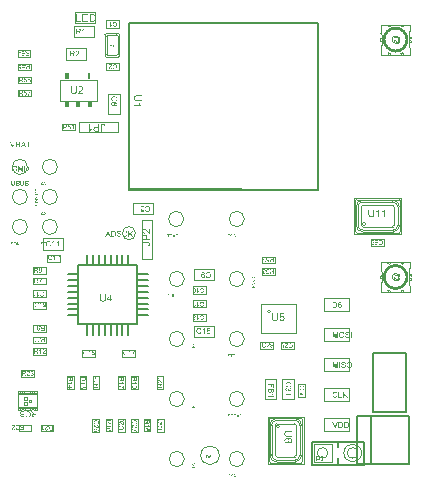
<source format=gbr>
%TF.GenerationSoftware,Altium Limited,Altium Designer,21.4.1 (30)*%
G04 Layer_Color=32768*
%FSLAX45Y45*%
%MOMM*%
%TF.SameCoordinates,F4A6E2B2-E63A-418B-8CEE-B9A354165880*%
%TF.FilePolarity,Positive*%
%TF.FileFunction,Other,Top_Component_Outline*%
%TF.Part,Single*%
G01*
G75*
%TA.AperFunction,NonConductor*%
%ADD96C,0.20000*%
%ADD98C,0.15000*%
%ADD101C,0.10000*%
%ADD103C,0.12700*%
%ADD111C,0.10160*%
%ADD134C,0.07620*%
%ADD135C,0.03000*%
%ADD136C,0.05080*%
%ADD137R,0.27940X0.50800*%
%ADD138R,0.30480X0.50800*%
G36*
X602624Y3209503D02*
Y3209409D01*
Y3209033D01*
Y3208564D01*
Y3207906D01*
X602530Y3207060D01*
Y3206120D01*
X602436Y3204992D01*
X602342Y3203865D01*
X602061Y3201327D01*
X601685Y3198696D01*
X601121Y3196158D01*
X600745Y3194936D01*
X600369Y3193809D01*
Y3193715D01*
X600275Y3193527D01*
X600087Y3193245D01*
X599899Y3192869D01*
X599335Y3191835D01*
X598489Y3190519D01*
X597362Y3189016D01*
X596046Y3187512D01*
X594354Y3185914D01*
X592287Y3184505D01*
X592193D01*
X592005Y3184317D01*
X591723Y3184223D01*
X591253Y3183941D01*
X590689Y3183659D01*
X589937Y3183377D01*
X589185Y3183095D01*
X588245Y3182719D01*
X587212Y3182343D01*
X586084Y3182061D01*
X584862Y3181779D01*
X583452Y3181497D01*
X582043Y3181309D01*
X580539Y3181121D01*
X577156Y3180933D01*
X576310D01*
X575652Y3181027D01*
X574900D01*
X573960Y3181121D01*
X572927Y3181215D01*
X571893Y3181309D01*
X569543Y3181685D01*
X567006Y3182249D01*
X564562Y3183001D01*
X562213Y3184035D01*
X562119D01*
X561931Y3184223D01*
X561649Y3184411D01*
X561273Y3184599D01*
X560239Y3185350D01*
X559018Y3186384D01*
X557608Y3187700D01*
X556292Y3189204D01*
X554977Y3191083D01*
X553943Y3193151D01*
Y3193245D01*
X553849Y3193433D01*
X553755Y3193809D01*
X553567Y3194279D01*
X553379Y3194842D01*
X553191Y3195594D01*
X552909Y3196440D01*
X552721Y3197474D01*
X552533Y3198602D01*
X552251Y3199823D01*
X552063Y3201139D01*
X551875Y3202549D01*
X551687Y3204146D01*
X551593Y3205838D01*
X551499Y3207624D01*
Y3209503D01*
Y3247095D01*
X560145D01*
Y3209503D01*
Y3209409D01*
Y3209127D01*
Y3208658D01*
Y3208094D01*
X560239Y3207436D01*
Y3206590D01*
X560333Y3204804D01*
X560521Y3202737D01*
X560803Y3200669D01*
X561179Y3198696D01*
X561367Y3197850D01*
X561649Y3197004D01*
X561743Y3196816D01*
X561931Y3196346D01*
X562401Y3195688D01*
X562965Y3194748D01*
X563623Y3193809D01*
X564562Y3192775D01*
X565690Y3191741D01*
X567006Y3190895D01*
X567194Y3190801D01*
X567664Y3190519D01*
X568510Y3190237D01*
X569637Y3189862D01*
X570953Y3189392D01*
X572645Y3189110D01*
X574430Y3188828D01*
X576404Y3188734D01*
X577344D01*
X577908Y3188828D01*
X578753D01*
X579599Y3188922D01*
X581667Y3189298D01*
X583922Y3189768D01*
X586084Y3190519D01*
X588151Y3191553D01*
X589091Y3192211D01*
X589937Y3192963D01*
X590031Y3193057D01*
X590125Y3193151D01*
X590313Y3193433D01*
X590595Y3193809D01*
X590877Y3194373D01*
X591253Y3194936D01*
X591629Y3195782D01*
X592005Y3196628D01*
X592381Y3197662D01*
X592663Y3198884D01*
X593038Y3200293D01*
X593320Y3201797D01*
X593602Y3203489D01*
X593790Y3205274D01*
X593978Y3207342D01*
Y3209503D01*
Y3247095D01*
X602624D01*
Y3209503D01*
D02*
G37*
G36*
X636833Y3247283D02*
X637585Y3247189D01*
X638525Y3247095D01*
X639559Y3246907D01*
X640592Y3246719D01*
X643036Y3246062D01*
X645479Y3245122D01*
X646701Y3244558D01*
X647923Y3243900D01*
X649051Y3243054D01*
X650084Y3242114D01*
X650178Y3242020D01*
X650366Y3241926D01*
X650554Y3241551D01*
X650930Y3241175D01*
X651400Y3240705D01*
X651870Y3240047D01*
X652340Y3239389D01*
X652904Y3238543D01*
X653843Y3236758D01*
X654783Y3234502D01*
X655159Y3233374D01*
X655347Y3232059D01*
X655535Y3230743D01*
X655629Y3229333D01*
Y3229145D01*
Y3228675D01*
X655535Y3227923D01*
X655441Y3226890D01*
X655253Y3225762D01*
X654877Y3224446D01*
X654501Y3223036D01*
X653937Y3221627D01*
X653843Y3221439D01*
X653656Y3220969D01*
X653280Y3220217D01*
X652716Y3219183D01*
X651964Y3218056D01*
X651024Y3216646D01*
X649896Y3215236D01*
X648581Y3213638D01*
X648393Y3213451D01*
X647923Y3212887D01*
X647453Y3212417D01*
X646983Y3211947D01*
X646419Y3211383D01*
X645667Y3210631D01*
X644915Y3209879D01*
X643976Y3209033D01*
X643036Y3208094D01*
X641908Y3207060D01*
X640686Y3206026D01*
X639371Y3204804D01*
X637867Y3203583D01*
X636363Y3202267D01*
X636269Y3202173D01*
X636081Y3201985D01*
X635705Y3201703D01*
X635235Y3201327D01*
X634672Y3200763D01*
X634014Y3200199D01*
X632510Y3198978D01*
X630912Y3197568D01*
X629409Y3196158D01*
X628093Y3194936D01*
X627529Y3194467D01*
X627059Y3193997D01*
X626965Y3193903D01*
X626683Y3193621D01*
X626307Y3193245D01*
X625837Y3192681D01*
X625368Y3192023D01*
X624804Y3191365D01*
X623676Y3189768D01*
X655723D01*
Y3182061D01*
X612586D01*
Y3182155D01*
Y3182531D01*
Y3183095D01*
X612680Y3183847D01*
X612774Y3184693D01*
X612962Y3185632D01*
X613150Y3186572D01*
X613526Y3187606D01*
Y3187700D01*
X613620Y3187794D01*
X613808Y3188358D01*
X614184Y3189204D01*
X614748Y3190331D01*
X615500Y3191647D01*
X616439Y3193151D01*
X617473Y3194655D01*
X618789Y3196252D01*
Y3196346D01*
X618977Y3196440D01*
X619447Y3197004D01*
X620293Y3197850D01*
X621514Y3199072D01*
X622924Y3200481D01*
X624710Y3202173D01*
X626871Y3204053D01*
X629221Y3206026D01*
X629315Y3206120D01*
X629691Y3206402D01*
X630255Y3206872D01*
X630912Y3207436D01*
X631758Y3208188D01*
X632792Y3209033D01*
X633826Y3209973D01*
X635047Y3211007D01*
X637397Y3213263D01*
X639746Y3215518D01*
X640874Y3216646D01*
X641908Y3217774D01*
X642848Y3218807D01*
X643600Y3219841D01*
Y3219935D01*
X643788Y3220029D01*
X643976Y3220311D01*
X644164Y3220687D01*
X644821Y3221721D01*
X645573Y3222942D01*
X646231Y3224446D01*
X646889Y3226044D01*
X647265Y3227829D01*
X647453Y3229521D01*
Y3229615D01*
Y3229709D01*
X647359Y3230273D01*
X647265Y3231213D01*
X646983Y3232247D01*
X646607Y3233562D01*
X645949Y3234878D01*
X645103Y3236194D01*
X643976Y3237509D01*
X643788Y3237697D01*
X643318Y3238073D01*
X642660Y3238543D01*
X641626Y3239201D01*
X640310Y3239765D01*
X638807Y3240329D01*
X637021Y3240705D01*
X635047Y3240799D01*
X634484D01*
X634108Y3240705D01*
X632980Y3240611D01*
X631664Y3240329D01*
X630255Y3239953D01*
X628657Y3239295D01*
X627153Y3238449D01*
X625743Y3237321D01*
X625556Y3237133D01*
X625180Y3236664D01*
X624616Y3235912D01*
X624052Y3234784D01*
X623394Y3233468D01*
X622830Y3231777D01*
X622454Y3229897D01*
X622266Y3227735D01*
X614090Y3228581D01*
Y3228675D01*
X614184Y3228957D01*
Y3229427D01*
X614278Y3230085D01*
X614466Y3230837D01*
X614654Y3231683D01*
X614936Y3232716D01*
X615218Y3233750D01*
X615970Y3236006D01*
X617097Y3238261D01*
X617755Y3239389D01*
X618601Y3240517D01*
X619447Y3241551D01*
X620387Y3242490D01*
X620481Y3242584D01*
X620669Y3242678D01*
X620950Y3242960D01*
X621420Y3243242D01*
X621984Y3243618D01*
X622642Y3243994D01*
X623394Y3244464D01*
X624334Y3244934D01*
X625368Y3245404D01*
X626495Y3245874D01*
X627717Y3246250D01*
X629033Y3246625D01*
X630442Y3246907D01*
X631946Y3247189D01*
X633544Y3247283D01*
X635235Y3247377D01*
X636175D01*
X636833Y3247283D01*
D02*
G37*
G36*
X1221754Y1996051D02*
X1221660D01*
X1221285D01*
X1220721D01*
X1219969Y1996145D01*
X1219123Y1996239D01*
X1218183Y1996427D01*
X1217243Y1996615D01*
X1216210Y1996991D01*
X1216116D01*
X1216022Y1997085D01*
X1215458Y1997273D01*
X1214612Y1997649D01*
X1213484Y1998213D01*
X1212169Y1998965D01*
X1210665Y1999905D01*
X1209161Y2000938D01*
X1207563Y2002254D01*
X1207470D01*
X1207376Y2002442D01*
X1206812Y2002912D01*
X1205966Y2003758D01*
X1204744Y2004979D01*
X1203334Y2006389D01*
X1201643Y2008175D01*
X1199763Y2010336D01*
X1197790Y2012686D01*
X1197696Y2012780D01*
X1197414Y2013156D01*
X1196944Y2013720D01*
X1196380Y2014377D01*
X1195628Y2015223D01*
X1194782Y2016257D01*
X1193842Y2017291D01*
X1192809Y2018513D01*
X1190553Y2020862D01*
X1188298Y2023212D01*
X1187170Y2024339D01*
X1186042Y2025373D01*
X1185008Y2026313D01*
X1183975Y2027065D01*
X1183881D01*
X1183787Y2027253D01*
X1183505Y2027441D01*
X1183129Y2027629D01*
X1182095Y2028287D01*
X1180873Y2029038D01*
X1179369Y2029696D01*
X1177772Y2030354D01*
X1175986Y2030730D01*
X1174295Y2030918D01*
X1174201D01*
X1174107D01*
X1173543Y2030824D01*
X1172603Y2030730D01*
X1171569Y2030448D01*
X1170253Y2030072D01*
X1168938Y2029414D01*
X1167622Y2028568D01*
X1166306Y2027441D01*
X1166118Y2027253D01*
X1165742Y2026783D01*
X1165272Y2026125D01*
X1164615Y2025091D01*
X1164051Y2023775D01*
X1163487Y2022272D01*
X1163111Y2020486D01*
X1163017Y2018513D01*
Y2017949D01*
X1163111Y2017573D01*
X1163205Y2016445D01*
X1163487Y2015129D01*
X1163863Y2013720D01*
X1164521Y2012122D01*
X1165366Y2010618D01*
X1166494Y2009209D01*
X1166682Y2009021D01*
X1167152Y2008645D01*
X1167904Y2008081D01*
X1169032Y2007517D01*
X1170347Y2006859D01*
X1172039Y2006295D01*
X1173919Y2005919D01*
X1176080Y2005731D01*
X1175234Y1997555D01*
X1175140D01*
X1174858Y1997649D01*
X1174389D01*
X1173731Y1997743D01*
X1172979Y1997931D01*
X1172133Y1998119D01*
X1171099Y1998401D01*
X1170065Y1998683D01*
X1167810Y1999435D01*
X1165554Y2000562D01*
X1164427Y2001220D01*
X1163299Y2002066D01*
X1162265Y2002912D01*
X1161325Y2003852D01*
X1161231Y2003946D01*
X1161137Y2004134D01*
X1160855Y2004416D01*
X1160573Y2004885D01*
X1160198Y2005449D01*
X1159822Y2006107D01*
X1159352Y2006859D01*
X1158882Y2007799D01*
X1158412Y2008833D01*
X1157942Y2009960D01*
X1157566Y2011182D01*
X1157190Y2012498D01*
X1156908Y2013908D01*
X1156626Y2015411D01*
X1156532Y2017009D01*
X1156438Y2018701D01*
Y2019640D01*
X1156532Y2020298D01*
X1156626Y2021050D01*
X1156720Y2021990D01*
X1156908Y2023024D01*
X1157096Y2024057D01*
X1157754Y2026501D01*
X1158694Y2028944D01*
X1159258Y2030166D01*
X1159916Y2031388D01*
X1160761Y2032516D01*
X1161701Y2033549D01*
X1161795Y2033643D01*
X1161889Y2033831D01*
X1162265Y2034019D01*
X1162641Y2034395D01*
X1163111Y2034865D01*
X1163769Y2035335D01*
X1164427Y2035805D01*
X1165272Y2036369D01*
X1167058Y2037309D01*
X1169314Y2038248D01*
X1170441Y2038624D01*
X1171757Y2038812D01*
X1173073Y2039000D01*
X1174483Y2039094D01*
X1174670D01*
X1175140D01*
X1175892Y2039000D01*
X1176926Y2038906D01*
X1178054Y2038718D01*
X1179369Y2038342D01*
X1180779Y2037966D01*
X1182189Y2037403D01*
X1182377Y2037309D01*
X1182847Y2037121D01*
X1183599Y2036745D01*
X1184632Y2036181D01*
X1185760Y2035429D01*
X1187170Y2034489D01*
X1188580Y2033361D01*
X1190177Y2032046D01*
X1190365Y2031858D01*
X1190929Y2031388D01*
X1191399Y2030918D01*
X1191869Y2030448D01*
X1192433Y2029884D01*
X1193185Y2029132D01*
X1193936Y2028380D01*
X1194782Y2027441D01*
X1195722Y2026501D01*
X1196756Y2025373D01*
X1197790Y2024151D01*
X1199011Y2022836D01*
X1200233Y2021332D01*
X1201549Y2019828D01*
X1201643Y2019734D01*
X1201831Y2019546D01*
X1202113Y2019170D01*
X1202489Y2018701D01*
X1203052Y2018137D01*
X1203616Y2017479D01*
X1204838Y2015975D01*
X1206248Y2014377D01*
X1207657Y2012874D01*
X1208879Y2011558D01*
X1209349Y2010994D01*
X1209819Y2010524D01*
X1209913Y2010430D01*
X1210195Y2010148D01*
X1210571Y2009772D01*
X1211135Y2009303D01*
X1211793Y2008833D01*
X1212450Y2008269D01*
X1214048Y2007141D01*
Y2039188D01*
X1221754D01*
Y1996051D01*
D02*
G37*
G36*
X1177020Y1989379D02*
X1177678Y1989285D01*
X1178524Y1989191D01*
X1179463Y1989003D01*
X1180497Y1988815D01*
X1182659Y1988157D01*
X1183787Y1987781D01*
X1185008Y1987217D01*
X1186230Y1986559D01*
X1187358Y1985902D01*
X1188486Y1985056D01*
X1189613Y1984116D01*
X1189707Y1984022D01*
X1189895Y1983834D01*
X1190177Y1983552D01*
X1190459Y1983082D01*
X1190929Y1982518D01*
X1191399Y1981766D01*
X1191963Y1980827D01*
X1192433Y1979793D01*
X1192997Y1978571D01*
X1193560Y1977161D01*
X1194030Y1975658D01*
X1194406Y1973872D01*
X1194782Y1971992D01*
X1195064Y1969925D01*
X1195252Y1967575D01*
X1195346Y1965132D01*
Y1948497D01*
X1221754D01*
Y1939851D01*
X1156720D01*
Y1966542D01*
X1156814Y1967951D01*
X1156908Y1969549D01*
X1157002Y1971241D01*
X1157190Y1972838D01*
X1157378Y1974248D01*
Y1974436D01*
X1157566Y1975094D01*
X1157754Y1975940D01*
X1158036Y1977067D01*
X1158506Y1978289D01*
X1159070Y1979605D01*
X1159728Y1981015D01*
X1160480Y1982236D01*
X1160573Y1982424D01*
X1160855Y1982800D01*
X1161419Y1983364D01*
X1162077Y1984116D01*
X1162923Y1984962D01*
X1164051Y1985808D01*
X1165272Y1986747D01*
X1166682Y1987499D01*
X1166870Y1987593D01*
X1167340Y1987781D01*
X1168186Y1988157D01*
X1169314Y1988533D01*
X1170629Y1988815D01*
X1172133Y1989191D01*
X1173825Y1989379D01*
X1175610Y1989473D01*
X1175704D01*
X1175986D01*
X1176362D01*
X1177020Y1989379D01*
D02*
G37*
G36*
X1203146Y1925660D02*
X1203898D01*
X1205684Y1925472D01*
X1207751Y1925284D01*
X1209913Y1924909D01*
X1211887Y1924345D01*
X1213766Y1923687D01*
X1213860D01*
X1213954Y1923593D01*
X1214518Y1923311D01*
X1215270Y1922841D01*
X1216304Y1922183D01*
X1217337Y1921243D01*
X1218465Y1920210D01*
X1219593Y1918894D01*
X1220533Y1917390D01*
X1220627Y1917202D01*
X1220909Y1916638D01*
X1221285Y1915792D01*
X1221660Y1914571D01*
X1222130Y1913067D01*
X1222506Y1911375D01*
X1222788Y1909496D01*
X1222882Y1907428D01*
Y1906582D01*
X1222788Y1906019D01*
X1222694Y1905267D01*
X1222600Y1904515D01*
X1222224Y1902541D01*
X1221660Y1900474D01*
X1220815Y1898312D01*
X1220251Y1897184D01*
X1219593Y1896151D01*
X1218841Y1895211D01*
X1217995Y1894271D01*
X1217901Y1894177D01*
X1217807Y1894083D01*
X1217431Y1893895D01*
X1217055Y1893613D01*
X1216586Y1893237D01*
X1215928Y1892861D01*
X1215176Y1892485D01*
X1214330Y1892016D01*
X1213390Y1891640D01*
X1212262Y1891264D01*
X1211135Y1890888D01*
X1209819Y1890512D01*
X1208409Y1890324D01*
X1206812Y1890042D01*
X1205214Y1889948D01*
X1203428D01*
X1202301Y1897748D01*
X1202395D01*
X1202583D01*
X1202958D01*
X1203522Y1897842D01*
X1204086Y1897936D01*
X1204744D01*
X1206342Y1898218D01*
X1208033Y1898500D01*
X1209725Y1899064D01*
X1211229Y1899628D01*
X1211887Y1900004D01*
X1212450Y1900474D01*
X1212544Y1900568D01*
X1212826Y1900944D01*
X1213296Y1901507D01*
X1213766Y1902259D01*
X1214330Y1903293D01*
X1214706Y1904421D01*
X1215082Y1905831D01*
X1215176Y1907334D01*
Y1907898D01*
X1215082Y1908462D01*
X1214988Y1909308D01*
X1214800Y1910154D01*
X1214612Y1911093D01*
X1214236Y1912033D01*
X1213766Y1912973D01*
X1213672Y1913067D01*
X1213484Y1913349D01*
X1213108Y1913725D01*
X1212732Y1914289D01*
X1212075Y1914759D01*
X1211417Y1915323D01*
X1210665Y1915792D01*
X1209725Y1916168D01*
X1209631D01*
X1209255Y1916356D01*
X1208597Y1916450D01*
X1207751Y1916638D01*
X1206624Y1916826D01*
X1205214Y1916920D01*
X1203522Y1917108D01*
X1201549D01*
X1156720D01*
Y1925754D01*
X1201079D01*
X1201173D01*
X1201455D01*
X1201831D01*
X1202395D01*
X1203146Y1925660D01*
D02*
G37*
G36*
X1158029Y2231074D02*
X1158592Y2231004D01*
X1159226Y2230933D01*
X1159929Y2230793D01*
X1160703Y2230652D01*
X1162392Y2230230D01*
X1164151Y2229526D01*
X1165065Y2229104D01*
X1165910Y2228611D01*
X1166754Y2227978D01*
X1167598Y2227345D01*
X1167668Y2227275D01*
X1167809Y2227134D01*
X1168020Y2226923D01*
X1168231Y2226641D01*
X1168583Y2226290D01*
X1168935Y2225797D01*
X1169357Y2225305D01*
X1169779Y2224671D01*
X1170201Y2223968D01*
X1170624Y2223264D01*
X1171397Y2221576D01*
X1172031Y2219606D01*
X1172242Y2218550D01*
X1172382Y2217425D01*
X1166402Y2216651D01*
Y2216721D01*
X1166332Y2216862D01*
X1166261Y2217143D01*
X1166191Y2217495D01*
X1166121Y2217917D01*
X1165980Y2218410D01*
X1165628Y2219465D01*
X1165136Y2220731D01*
X1164502Y2221927D01*
X1163799Y2223053D01*
X1162954Y2224038D01*
X1162814Y2224109D01*
X1162532Y2224390D01*
X1161969Y2224742D01*
X1161266Y2225094D01*
X1160422Y2225516D01*
X1159366Y2225868D01*
X1158170Y2226149D01*
X1156904Y2226219D01*
X1156482D01*
X1156200Y2226149D01*
X1155426Y2226079D01*
X1154441Y2225868D01*
X1153315Y2225516D01*
X1152119Y2225023D01*
X1150923Y2224320D01*
X1149798Y2223335D01*
X1149657Y2223194D01*
X1149305Y2222772D01*
X1148883Y2222139D01*
X1148320Y2221294D01*
X1147757Y2220239D01*
X1147335Y2219043D01*
X1146983Y2217636D01*
X1146843Y2216088D01*
Y2216017D01*
Y2215877D01*
Y2215666D01*
X1146913Y2215384D01*
X1146983Y2214610D01*
X1147194Y2213696D01*
X1147476Y2212570D01*
X1147968Y2211444D01*
X1148672Y2210318D01*
X1149586Y2209263D01*
X1149727Y2209122D01*
X1150079Y2208841D01*
X1150642Y2208419D01*
X1151416Y2207926D01*
X1152401Y2207434D01*
X1153597Y2207012D01*
X1154934Y2206730D01*
X1156411Y2206589D01*
X1157044D01*
X1157537Y2206660D01*
X1158170Y2206730D01*
X1158874Y2206871D01*
X1159718Y2207012D01*
X1160633Y2207223D01*
X1159929Y2201946D01*
X1159577D01*
X1159296Y2202016D01*
X1158381D01*
X1157607Y2201875D01*
X1156693Y2201735D01*
X1155637Y2201524D01*
X1154441Y2201172D01*
X1153315Y2200679D01*
X1152119Y2200046D01*
X1152049D01*
X1151979Y2199976D01*
X1151627Y2199694D01*
X1151134Y2199202D01*
X1150571Y2198569D01*
X1150009Y2197654D01*
X1149516Y2196599D01*
X1149164Y2195403D01*
X1149024Y2194699D01*
Y2193925D01*
Y2193855D01*
Y2193784D01*
Y2193362D01*
X1149164Y2192799D01*
X1149305Y2192025D01*
X1149586Y2191181D01*
X1149938Y2190266D01*
X1150501Y2189352D01*
X1151275Y2188507D01*
X1151345Y2188437D01*
X1151697Y2188156D01*
X1152190Y2187804D01*
X1152823Y2187382D01*
X1153667Y2187030D01*
X1154652Y2186678D01*
X1155778Y2186397D01*
X1157044Y2186326D01*
X1157607D01*
X1158241Y2186467D01*
X1159085Y2186608D01*
X1159999Y2186889D01*
X1160914Y2187241D01*
X1161899Y2187804D01*
X1162814Y2188507D01*
X1162884Y2188578D01*
X1163166Y2188930D01*
X1163588Y2189422D01*
X1164080Y2190126D01*
X1164573Y2191040D01*
X1165065Y2192166D01*
X1165487Y2193503D01*
X1165769Y2195051D01*
X1171749Y2193995D01*
Y2193925D01*
X1171679Y2193714D01*
X1171609Y2193432D01*
X1171538Y2193010D01*
X1171397Y2192518D01*
X1171186Y2191955D01*
X1170764Y2190618D01*
X1170061Y2189070D01*
X1169216Y2187522D01*
X1168161Y2186045D01*
X1166824Y2184708D01*
X1166754Y2184638D01*
X1166613Y2184567D01*
X1166402Y2184427D01*
X1166121Y2184216D01*
X1165769Y2183934D01*
X1165276Y2183653D01*
X1164784Y2183371D01*
X1164151Y2183020D01*
X1162743Y2182457D01*
X1161125Y2181894D01*
X1159226Y2181542D01*
X1158241Y2181401D01*
X1156482D01*
X1155708Y2181472D01*
X1154793Y2181612D01*
X1153667Y2181823D01*
X1152401Y2182175D01*
X1151134Y2182597D01*
X1149868Y2183160D01*
X1149798D01*
X1149727Y2183231D01*
X1149305Y2183442D01*
X1148672Y2183864D01*
X1147968Y2184356D01*
X1147124Y2185060D01*
X1146280Y2185834D01*
X1145435Y2186748D01*
X1144732Y2187804D01*
X1144661Y2187945D01*
X1144450Y2188296D01*
X1144169Y2188930D01*
X1143817Y2189704D01*
X1143465Y2190618D01*
X1143184Y2191674D01*
X1142973Y2192870D01*
X1142902Y2194066D01*
Y2194206D01*
Y2194629D01*
X1142973Y2195191D01*
X1143114Y2195965D01*
X1143325Y2196880D01*
X1143676Y2197865D01*
X1144099Y2198850D01*
X1144661Y2199835D01*
X1144732Y2199976D01*
X1144943Y2200257D01*
X1145365Y2200750D01*
X1145928Y2201313D01*
X1146631Y2201946D01*
X1147476Y2202649D01*
X1148461Y2203283D01*
X1149657Y2203916D01*
X1149586D01*
X1149446Y2203986D01*
X1149235Y2204057D01*
X1148953Y2204127D01*
X1148179Y2204408D01*
X1147194Y2204830D01*
X1146069Y2205393D01*
X1144943Y2206097D01*
X1143887Y2207012D01*
X1142902Y2208067D01*
X1142832Y2208208D01*
X1142551Y2208630D01*
X1142129Y2209333D01*
X1141706Y2210248D01*
X1141284Y2211374D01*
X1140862Y2212711D01*
X1140581Y2214258D01*
X1140510Y2215947D01*
Y2216017D01*
Y2216228D01*
Y2216580D01*
X1140581Y2217002D01*
X1140651Y2217565D01*
X1140792Y2218199D01*
X1140932Y2218902D01*
X1141073Y2219676D01*
X1141636Y2221365D01*
X1142058Y2222279D01*
X1142480Y2223124D01*
X1143043Y2224038D01*
X1143676Y2224953D01*
X1144380Y2225868D01*
X1145224Y2226712D01*
X1145295Y2226782D01*
X1145435Y2226923D01*
X1145717Y2227134D01*
X1146069Y2227415D01*
X1146491Y2227767D01*
X1147054Y2228119D01*
X1147687Y2228541D01*
X1148461Y2228893D01*
X1149235Y2229315D01*
X1150149Y2229737D01*
X1151064Y2230089D01*
X1152119Y2230441D01*
X1153245Y2230722D01*
X1154441Y2230933D01*
X1155637Y2231074D01*
X1156974Y2231144D01*
X1157607D01*
X1158029Y2231074D01*
D02*
G37*
G36*
X1199470D02*
X1200104D01*
X1200877Y2231004D01*
X1201722Y2230863D01*
X1202707Y2230722D01*
X1204747Y2230370D01*
X1206858Y2229808D01*
X1208969Y2229034D01*
X1209954Y2228541D01*
X1210939Y2227978D01*
X1211009Y2227908D01*
X1211150Y2227838D01*
X1211431Y2227626D01*
X1211713Y2227345D01*
X1212135Y2227064D01*
X1212627Y2226641D01*
X1213190Y2226149D01*
X1213753Y2225586D01*
X1214316Y2224953D01*
X1214949Y2224320D01*
X1216215Y2222701D01*
X1217412Y2220802D01*
X1218467Y2218691D01*
Y2218621D01*
X1218608Y2218410D01*
X1218678Y2218058D01*
X1218889Y2217636D01*
X1219030Y2217073D01*
X1219241Y2216369D01*
X1219522Y2215595D01*
X1219733Y2214751D01*
X1219944Y2213836D01*
X1220226Y2212781D01*
X1220578Y2210600D01*
X1220859Y2208137D01*
X1221000Y2205604D01*
Y2205534D01*
Y2205253D01*
Y2204830D01*
X1220929Y2204338D01*
Y2203634D01*
X1220859Y2202931D01*
X1220789Y2202016D01*
X1220648Y2201102D01*
X1220296Y2199061D01*
X1219804Y2196810D01*
X1219100Y2194558D01*
X1218115Y2192377D01*
X1218045Y2192307D01*
X1217974Y2192096D01*
X1217834Y2191814D01*
X1217552Y2191462D01*
X1217271Y2190970D01*
X1216919Y2190407D01*
X1216004Y2189141D01*
X1214808Y2187733D01*
X1213401Y2186326D01*
X1211783Y2184919D01*
X1209883Y2183723D01*
X1209813Y2183653D01*
X1209602Y2183582D01*
X1209320Y2183442D01*
X1208969Y2183231D01*
X1208406Y2183020D01*
X1207843Y2182808D01*
X1207139Y2182527D01*
X1206365Y2182246D01*
X1205521Y2181964D01*
X1204606Y2181683D01*
X1202636Y2181261D01*
X1200385Y2180909D01*
X1198063Y2180768D01*
X1197360D01*
X1196867Y2180838D01*
X1196234Y2180909D01*
X1195460Y2180979D01*
X1194686Y2181049D01*
X1193771Y2181261D01*
X1191872Y2181683D01*
X1189761Y2182316D01*
X1188706Y2182738D01*
X1187721Y2183231D01*
X1186735Y2183864D01*
X1185750Y2184497D01*
X1185680Y2184567D01*
X1185539Y2184638D01*
X1185258Y2184849D01*
X1184906Y2185201D01*
X1184554Y2185552D01*
X1184062Y2186045D01*
X1183569Y2186608D01*
X1183007Y2187171D01*
X1182444Y2187874D01*
X1181881Y2188719D01*
X1181248Y2189563D01*
X1180685Y2190477D01*
X1180192Y2191533D01*
X1179629Y2192588D01*
X1179207Y2193714D01*
X1178785Y2194980D01*
X1185117Y2196458D01*
Y2196388D01*
X1185188Y2196247D01*
X1185328Y2195965D01*
X1185469Y2195614D01*
X1185610Y2195191D01*
X1185821Y2194629D01*
X1186384Y2193503D01*
X1187087Y2192236D01*
X1187932Y2190970D01*
X1188987Y2189774D01*
X1190113Y2188719D01*
X1190253Y2188578D01*
X1190676Y2188296D01*
X1191379Y2187945D01*
X1192294Y2187452D01*
X1193490Y2187030D01*
X1194827Y2186608D01*
X1196445Y2186326D01*
X1198204Y2186256D01*
X1198767D01*
X1199119Y2186326D01*
X1199611D01*
X1200174Y2186397D01*
X1201511Y2186608D01*
X1202988Y2186889D01*
X1204536Y2187382D01*
X1206154Y2188085D01*
X1207632Y2189000D01*
X1207702D01*
X1207773Y2189141D01*
X1208265Y2189492D01*
X1208898Y2190055D01*
X1209672Y2190900D01*
X1210587Y2191955D01*
X1211431Y2193151D01*
X1212205Y2194629D01*
X1212909Y2196247D01*
Y2196317D01*
X1212979Y2196458D01*
X1213049Y2196669D01*
X1213120Y2197021D01*
X1213260Y2197443D01*
X1213401Y2197935D01*
X1213612Y2199131D01*
X1213894Y2200539D01*
X1214175Y2202087D01*
X1214316Y2203775D01*
X1214386Y2205604D01*
Y2205675D01*
Y2205886D01*
Y2206238D01*
Y2206660D01*
X1214316Y2207152D01*
Y2207786D01*
X1214245Y2208489D01*
X1214175Y2209263D01*
X1213964Y2210952D01*
X1213612Y2212781D01*
X1213190Y2214610D01*
X1212627Y2216440D01*
Y2216510D01*
X1212557Y2216651D01*
X1212416Y2216862D01*
X1212275Y2217213D01*
X1211853Y2218058D01*
X1211220Y2219043D01*
X1210446Y2220169D01*
X1209461Y2221365D01*
X1208335Y2222420D01*
X1206999Y2223405D01*
X1206928D01*
X1206788Y2223475D01*
X1206576Y2223616D01*
X1206295Y2223757D01*
X1205943Y2223898D01*
X1205521Y2224109D01*
X1204536Y2224531D01*
X1203270Y2224953D01*
X1201862Y2225305D01*
X1200315Y2225586D01*
X1198696Y2225656D01*
X1198204D01*
X1197782Y2225586D01*
X1197289D01*
X1196797Y2225516D01*
X1195530Y2225234D01*
X1194053Y2224883D01*
X1192575Y2224320D01*
X1191027Y2223546D01*
X1190253Y2223124D01*
X1189550Y2222561D01*
X1189479Y2222490D01*
X1189409Y2222420D01*
X1189198Y2222209D01*
X1188917Y2221998D01*
X1188635Y2221646D01*
X1188283Y2221224D01*
X1187861Y2220802D01*
X1187509Y2220239D01*
X1187087Y2219606D01*
X1186595Y2218902D01*
X1186173Y2218199D01*
X1185750Y2217354D01*
X1185399Y2216440D01*
X1185047Y2215455D01*
X1184695Y2214399D01*
X1184414Y2213273D01*
X1177941Y2214892D01*
Y2214962D01*
X1178011Y2215243D01*
X1178152Y2215666D01*
X1178363Y2216228D01*
X1178574Y2216862D01*
X1178855Y2217636D01*
X1179207Y2218480D01*
X1179629Y2219395D01*
X1180614Y2221365D01*
X1181881Y2223335D01*
X1182655Y2224320D01*
X1183429Y2225305D01*
X1184273Y2226149D01*
X1185258Y2226993D01*
X1185328Y2227064D01*
X1185469Y2227204D01*
X1185821Y2227345D01*
X1186173Y2227626D01*
X1186735Y2227978D01*
X1187298Y2228330D01*
X1188072Y2228682D01*
X1188846Y2229034D01*
X1189761Y2229456D01*
X1190746Y2229808D01*
X1191801Y2230159D01*
X1192927Y2230511D01*
X1194123Y2230793D01*
X1195390Y2230933D01*
X1196726Y2231074D01*
X1198133Y2231144D01*
X1198907D01*
X1199470Y2231074D01*
D02*
G37*
G36*
X666092Y3683000D02*
X660111D01*
Y3721064D01*
X660041Y3720993D01*
X659689Y3720712D01*
X659267Y3720290D01*
X658563Y3719797D01*
X657789Y3719164D01*
X656804Y3718460D01*
X655679Y3717686D01*
X654412Y3716913D01*
X654342D01*
X654271Y3716842D01*
X653849Y3716561D01*
X653146Y3716209D01*
X652301Y3715787D01*
X651316Y3715294D01*
X650261Y3714802D01*
X649206Y3714309D01*
X648150Y3713887D01*
Y3719657D01*
X648221D01*
X648361Y3719797D01*
X648643Y3719868D01*
X648995Y3720079D01*
X649417Y3720290D01*
X649909Y3720571D01*
X651105Y3721275D01*
X652513Y3722049D01*
X653920Y3723034D01*
X655397Y3724159D01*
X656875Y3725356D01*
X656945Y3725426D01*
X657015Y3725496D01*
X657227Y3725707D01*
X657508Y3725918D01*
X658141Y3726622D01*
X658985Y3727466D01*
X659830Y3728451D01*
X660744Y3729577D01*
X661518Y3730703D01*
X662222Y3731899D01*
X666092D01*
Y3683000D01*
D02*
G37*
G36*
X620148Y3731617D02*
X620781D01*
X622259Y3731547D01*
X623806Y3731336D01*
X625495Y3731125D01*
X627043Y3730773D01*
X627817Y3730562D01*
X628450Y3730351D01*
X628520D01*
X628591Y3730281D01*
X629013Y3730070D01*
X629646Y3729788D01*
X630420Y3729296D01*
X631264Y3728662D01*
X632179Y3727818D01*
X633023Y3726833D01*
X633868Y3725707D01*
Y3725637D01*
X633938Y3725567D01*
X634219Y3725144D01*
X634501Y3724441D01*
X634923Y3723526D01*
X635275Y3722471D01*
X635627Y3721204D01*
X635838Y3719868D01*
X635908Y3718390D01*
Y3718320D01*
Y3718179D01*
Y3717898D01*
X635838Y3717546D01*
Y3717053D01*
X635767Y3716561D01*
X635486Y3715365D01*
X635064Y3713958D01*
X634501Y3712480D01*
X633657Y3711002D01*
X633094Y3710299D01*
X632531Y3709595D01*
X632461Y3709525D01*
X632390Y3709455D01*
X632179Y3709244D01*
X631898Y3709032D01*
X631546Y3708751D01*
X631124Y3708470D01*
X630561Y3708118D01*
X629998Y3707696D01*
X629294Y3707344D01*
X628520Y3706992D01*
X627676Y3706570D01*
X626762Y3706218D01*
X625706Y3705937D01*
X624651Y3705585D01*
X623455Y3705374D01*
X622188Y3705163D01*
X622329Y3705092D01*
X622610Y3704952D01*
X623033Y3704670D01*
X623595Y3704389D01*
X624862Y3703615D01*
X625495Y3703122D01*
X626058Y3702700D01*
X626199Y3702560D01*
X626550Y3702208D01*
X627113Y3701645D01*
X627817Y3700941D01*
X628591Y3699956D01*
X629505Y3698901D01*
X630420Y3697634D01*
X631405Y3696227D01*
X639778Y3683000D01*
X631757D01*
X625354Y3693132D01*
Y3693202D01*
X625214Y3693343D01*
X625073Y3693554D01*
X624862Y3693835D01*
X624369Y3694609D01*
X623736Y3695594D01*
X622962Y3696649D01*
X622188Y3697775D01*
X621414Y3698831D01*
X620711Y3699816D01*
X620640Y3699886D01*
X620429Y3700167D01*
X620078Y3700590D01*
X619585Y3701082D01*
X618530Y3702137D01*
X617967Y3702630D01*
X617404Y3703052D01*
X617334Y3703122D01*
X617193Y3703193D01*
X616911Y3703333D01*
X616489Y3703545D01*
X616067Y3703756D01*
X615575Y3703967D01*
X614449Y3704318D01*
X614379D01*
X614238Y3704389D01*
X613956D01*
X613605Y3704459D01*
X613112Y3704530D01*
X612549D01*
X611775Y3704600D01*
X603473D01*
Y3683000D01*
X597000D01*
Y3731688D01*
X619585D01*
X620148Y3731617D01*
D02*
G37*
G36*
X607245Y3545728D02*
X607808Y3545658D01*
X608512Y3545588D01*
X609286Y3545447D01*
X610059Y3545306D01*
X611889Y3544814D01*
X613718Y3544110D01*
X614633Y3543688D01*
X615547Y3543196D01*
X616392Y3542562D01*
X617166Y3541859D01*
X617236Y3541788D01*
X617377Y3541718D01*
X617517Y3541437D01*
X617799Y3541155D01*
X618151Y3540803D01*
X618502Y3540311D01*
X618854Y3539818D01*
X619276Y3539185D01*
X619980Y3537848D01*
X620684Y3536160D01*
X620965Y3535316D01*
X621106Y3534330D01*
X621246Y3533345D01*
X621317Y3532290D01*
Y3532149D01*
Y3531798D01*
X621246Y3531235D01*
X621176Y3530461D01*
X621035Y3529617D01*
X620754Y3528631D01*
X620472Y3527576D01*
X620050Y3526521D01*
X619980Y3526380D01*
X619839Y3526028D01*
X619558Y3525465D01*
X619136Y3524691D01*
X618573Y3523847D01*
X617869Y3522792D01*
X617025Y3521736D01*
X616040Y3520540D01*
X615899Y3520400D01*
X615547Y3519977D01*
X615196Y3519626D01*
X614844Y3519274D01*
X614422Y3518852D01*
X613859Y3518289D01*
X613296Y3517726D01*
X612592Y3517093D01*
X611889Y3516389D01*
X611044Y3515615D01*
X610130Y3514841D01*
X609145Y3513927D01*
X608019Y3513012D01*
X606893Y3512027D01*
X606823Y3511957D01*
X606682Y3511816D01*
X606401Y3511605D01*
X606049Y3511323D01*
X605627Y3510901D01*
X605134Y3510479D01*
X604009Y3509564D01*
X602813Y3508509D01*
X601687Y3507454D01*
X600702Y3506539D01*
X600280Y3506187D01*
X599928Y3505836D01*
X599858Y3505765D01*
X599647Y3505554D01*
X599365Y3505273D01*
X599013Y3504850D01*
X598661Y3504358D01*
X598239Y3503865D01*
X597395Y3502669D01*
X621387D01*
Y3496900D01*
X589093D01*
Y3496970D01*
Y3497252D01*
Y3497674D01*
X589163Y3498237D01*
X589234Y3498870D01*
X589374Y3499574D01*
X589515Y3500277D01*
X589796Y3501051D01*
Y3501122D01*
X589867Y3501192D01*
X590007Y3501614D01*
X590289Y3502247D01*
X590711Y3503092D01*
X591274Y3504077D01*
X591977Y3505202D01*
X592751Y3506328D01*
X593736Y3507524D01*
Y3507594D01*
X593877Y3507665D01*
X594229Y3508087D01*
X594862Y3508720D01*
X595777Y3509635D01*
X596832Y3510690D01*
X598169Y3511957D01*
X599787Y3513364D01*
X601546Y3514841D01*
X601617Y3514912D01*
X601898Y3515123D01*
X602320Y3515475D01*
X602813Y3515897D01*
X603446Y3516460D01*
X604220Y3517093D01*
X604994Y3517796D01*
X605908Y3518570D01*
X607667Y3520259D01*
X609426Y3521947D01*
X610271Y3522792D01*
X611044Y3523636D01*
X611748Y3524410D01*
X612311Y3525184D01*
Y3525254D01*
X612452Y3525325D01*
X612592Y3525536D01*
X612733Y3525817D01*
X613226Y3526591D01*
X613788Y3527506D01*
X614281Y3528631D01*
X614773Y3529828D01*
X615055Y3531164D01*
X615196Y3532431D01*
Y3532501D01*
Y3532572D01*
X615125Y3532994D01*
X615055Y3533697D01*
X614844Y3534471D01*
X614562Y3535456D01*
X614070Y3536441D01*
X613437Y3537426D01*
X612592Y3538411D01*
X612452Y3538552D01*
X612100Y3538833D01*
X611607Y3539185D01*
X610833Y3539678D01*
X609848Y3540100D01*
X608723Y3540522D01*
X607386Y3540803D01*
X605908Y3540874D01*
X605486D01*
X605205Y3540803D01*
X604360Y3540733D01*
X603375Y3540522D01*
X602320Y3540241D01*
X601124Y3539748D01*
X599998Y3539115D01*
X598943Y3538271D01*
X598802Y3538130D01*
X598521Y3537778D01*
X598099Y3537215D01*
X597676Y3536371D01*
X597184Y3535386D01*
X596762Y3534119D01*
X596480Y3532712D01*
X596340Y3531094D01*
X590219Y3531727D01*
Y3531798D01*
X590289Y3532009D01*
Y3532360D01*
X590359Y3532853D01*
X590500Y3533416D01*
X590641Y3534049D01*
X590852Y3534823D01*
X591063Y3535597D01*
X591626Y3537286D01*
X592470Y3538974D01*
X592962Y3539818D01*
X593596Y3540663D01*
X594229Y3541437D01*
X594933Y3542140D01*
X595003Y3542211D01*
X595144Y3542281D01*
X595355Y3542492D01*
X595706Y3542703D01*
X596129Y3542985D01*
X596621Y3543266D01*
X597184Y3543618D01*
X597888Y3543970D01*
X598661Y3544321D01*
X599506Y3544673D01*
X600420Y3544955D01*
X601405Y3545236D01*
X602461Y3545447D01*
X603587Y3545658D01*
X604783Y3545728D01*
X606049Y3545799D01*
X606753D01*
X607245Y3545728D01*
D02*
G37*
G36*
X566508Y3545517D02*
X567141D01*
X568619Y3545447D01*
X570166Y3545236D01*
X571855Y3545025D01*
X573403Y3544673D01*
X574177Y3544462D01*
X574810Y3544251D01*
X574880D01*
X574951Y3544181D01*
X575373Y3543970D01*
X576006Y3543688D01*
X576780Y3543196D01*
X577624Y3542562D01*
X578539Y3541718D01*
X579383Y3540733D01*
X580228Y3539607D01*
Y3539537D01*
X580298Y3539467D01*
X580579Y3539044D01*
X580861Y3538341D01*
X581283Y3537426D01*
X581635Y3536371D01*
X581987Y3535104D01*
X582198Y3533768D01*
X582268Y3532290D01*
Y3532220D01*
Y3532079D01*
Y3531798D01*
X582198Y3531446D01*
Y3530953D01*
X582127Y3530461D01*
X581846Y3529265D01*
X581424Y3527858D01*
X580861Y3526380D01*
X580017Y3524903D01*
X579454Y3524199D01*
X578891Y3523495D01*
X578821Y3523425D01*
X578750Y3523355D01*
X578539Y3523144D01*
X578258Y3522933D01*
X577906Y3522651D01*
X577484Y3522370D01*
X576921Y3522018D01*
X576358Y3521596D01*
X575654Y3521244D01*
X574880Y3520892D01*
X574036Y3520470D01*
X573122Y3520118D01*
X572066Y3519837D01*
X571011Y3519485D01*
X569815Y3519274D01*
X568548Y3519063D01*
X568689Y3518992D01*
X568970Y3518852D01*
X569393Y3518570D01*
X569955Y3518289D01*
X571222Y3517515D01*
X571855Y3517022D01*
X572418Y3516600D01*
X572559Y3516460D01*
X572910Y3516108D01*
X573473Y3515545D01*
X574177Y3514841D01*
X574951Y3513856D01*
X575865Y3512801D01*
X576780Y3511535D01*
X577765Y3510127D01*
X586138Y3496900D01*
X578117D01*
X571714Y3507032D01*
Y3507102D01*
X571574Y3507243D01*
X571433Y3507454D01*
X571222Y3507735D01*
X570729Y3508509D01*
X570096Y3509494D01*
X569322Y3510549D01*
X568548Y3511675D01*
X567774Y3512731D01*
X567071Y3513716D01*
X567000Y3513786D01*
X566789Y3514067D01*
X566438Y3514490D01*
X565945Y3514982D01*
X564890Y3516037D01*
X564327Y3516530D01*
X563764Y3516952D01*
X563694Y3517022D01*
X563553Y3517093D01*
X563271Y3517234D01*
X562849Y3517445D01*
X562427Y3517656D01*
X561935Y3517867D01*
X560809Y3518219D01*
X560739D01*
X560598Y3518289D01*
X560316D01*
X559965Y3518359D01*
X559472Y3518430D01*
X558909D01*
X558135Y3518500D01*
X549833D01*
Y3496900D01*
X543360D01*
Y3545588D01*
X565945D01*
X566508Y3545517D01*
D02*
G37*
G36*
X2425114Y319753D02*
X2387522D01*
X2387428D01*
X2387146D01*
X2386676D01*
X2386113D01*
X2385455Y319659D01*
X2384609D01*
X2382823Y319565D01*
X2380756Y319377D01*
X2378688Y319095D01*
X2376715Y318719D01*
X2375869Y318531D01*
X2375023Y318249D01*
X2374835Y318155D01*
X2374365Y317967D01*
X2373707Y317497D01*
X2372767Y316934D01*
X2371828Y316276D01*
X2370794Y315336D01*
X2369760Y314208D01*
X2368914Y312892D01*
X2368820Y312704D01*
X2368538Y312235D01*
X2368256Y311389D01*
X2367880Y310261D01*
X2367411Y308945D01*
X2367129Y307254D01*
X2366847Y305468D01*
X2366753Y303494D01*
Y302555D01*
X2366847Y301991D01*
Y301145D01*
X2366941Y300299D01*
X2367317Y298232D01*
X2367786Y295976D01*
X2368538Y293814D01*
X2369572Y291747D01*
X2370230Y290807D01*
X2370982Y289961D01*
X2371076Y289867D01*
X2371170Y289773D01*
X2371452Y289585D01*
X2371828Y289303D01*
X2372391Y289022D01*
X2372955Y288646D01*
X2373801Y288270D01*
X2374647Y287894D01*
X2375681Y287518D01*
X2376903Y287236D01*
X2378312Y286860D01*
X2379816Y286578D01*
X2381508Y286296D01*
X2383293Y286108D01*
X2385361Y285920D01*
X2387522D01*
X2425114D01*
Y277274D01*
X2387522D01*
X2387428D01*
X2387052D01*
X2386582D01*
X2385925D01*
X2385079Y277368D01*
X2384139D01*
X2383011Y277462D01*
X2381883Y277556D01*
X2379346Y277838D01*
X2376715Y278214D01*
X2374177Y278778D01*
X2372955Y279154D01*
X2371828Y279530D01*
X2371734D01*
X2371546Y279624D01*
X2371264Y279811D01*
X2370888Y279999D01*
X2369854Y280563D01*
X2368538Y281409D01*
X2367035Y282537D01*
X2365531Y283853D01*
X2363933Y285544D01*
X2362524Y287612D01*
Y287706D01*
X2362336Y287894D01*
X2362242Y288176D01*
X2361960Y288646D01*
X2361678Y289209D01*
X2361396Y289961D01*
X2361114Y290713D01*
X2360738Y291653D01*
X2360362Y292687D01*
X2360080Y293814D01*
X2359798Y295036D01*
X2359516Y296446D01*
X2359328Y297856D01*
X2359140Y299359D01*
X2358952Y302743D01*
Y303588D01*
X2359046Y304246D01*
Y304998D01*
X2359140Y305938D01*
X2359234Y306972D01*
X2359328Y308005D01*
X2359704Y310355D01*
X2360268Y312892D01*
X2361020Y315336D01*
X2362054Y317685D01*
Y317779D01*
X2362242Y317967D01*
X2362430Y318249D01*
X2362618Y318625D01*
X2363369Y319659D01*
X2364403Y320881D01*
X2365719Y322290D01*
X2367223Y323606D01*
X2369102Y324922D01*
X2371170Y325956D01*
X2371264D01*
X2371452Y326050D01*
X2371828Y326144D01*
X2372298Y326332D01*
X2372861Y326520D01*
X2373613Y326708D01*
X2374459Y326989D01*
X2375493Y327177D01*
X2376621Y327365D01*
X2377842Y327647D01*
X2379158Y327835D01*
X2380568Y328023D01*
X2382165Y328211D01*
X2383857Y328305D01*
X2385643Y328399D01*
X2387522D01*
X2425114D01*
Y319753D01*
D02*
G37*
G36*
X2392221Y266466D02*
X2393537D01*
X2395041Y266372D01*
X2396826Y266184D01*
X2398800Y265996D01*
X2400961Y265714D01*
X2403123Y265339D01*
X2405472Y264869D01*
X2407728Y264305D01*
X2409983Y263647D01*
X2412145Y262801D01*
X2414213Y261861D01*
X2416186Y260828D01*
X2417878Y259606D01*
X2417972Y259512D01*
X2418160Y259324D01*
X2418536Y258948D01*
X2419100Y258478D01*
X2419663Y257914D01*
X2420227Y257162D01*
X2420979Y256223D01*
X2421637Y255283D01*
X2422295Y254155D01*
X2423047Y252933D01*
X2423611Y251523D01*
X2424268Y250114D01*
X2424738Y248516D01*
X2425114Y246824D01*
X2425302Y245039D01*
X2425396Y243159D01*
Y242407D01*
X2425302Y241844D01*
Y241186D01*
X2425208Y240434D01*
X2424832Y238648D01*
X2424362Y236675D01*
X2423611Y234607D01*
X2422483Y232540D01*
X2421825Y231506D01*
X2421073Y230566D01*
X2420979Y230472D01*
X2420885Y230378D01*
X2420603Y230096D01*
X2420321Y229814D01*
X2419851Y229344D01*
X2419288Y228968D01*
X2417972Y227935D01*
X2416280Y226901D01*
X2414213Y225961D01*
X2411863Y225115D01*
X2409232Y224551D01*
X2408574Y232540D01*
X2408668D01*
X2408762Y232634D01*
X2409326Y232728D01*
X2410171Y233009D01*
X2411205Y233385D01*
X2412333Y233761D01*
X2413461Y234325D01*
X2414495Y234983D01*
X2415340Y235641D01*
X2415528Y235829D01*
X2415904Y236205D01*
X2416468Y236863D01*
X2417126Y237802D01*
X2417690Y239024D01*
X2418254Y240340D01*
X2418630Y241938D01*
X2418818Y243629D01*
Y244287D01*
X2418724Y245039D01*
X2418536Y245885D01*
X2418254Y247012D01*
X2417878Y248140D01*
X2417408Y249268D01*
X2416656Y250396D01*
X2416562Y250584D01*
X2416186Y251054D01*
X2415528Y251711D01*
X2414589Y252557D01*
X2413461Y253497D01*
X2412145Y254531D01*
X2410453Y255471D01*
X2408574Y256410D01*
X2408480D01*
X2408292Y256504D01*
X2408010Y256598D01*
X2407634Y256786D01*
X2407070Y256880D01*
X2406412Y257068D01*
X2405660Y257256D01*
X2404721Y257444D01*
X2403687Y257726D01*
X2402559Y257914D01*
X2401337Y258102D01*
X2400022Y258196D01*
X2398518Y258384D01*
X2397014Y258478D01*
X2395323Y258572D01*
X2393631D01*
X2393725Y258478D01*
X2394289Y258102D01*
X2395041Y257444D01*
X2395980Y256598D01*
X2397108Y255659D01*
X2398142Y254437D01*
X2399176Y253121D01*
X2400116Y251617D01*
Y251523D01*
X2400210Y251430D01*
X2400492Y250866D01*
X2400773Y250020D01*
X2401243Y248892D01*
X2401619Y247576D01*
X2401901Y246073D01*
X2402183Y244475D01*
X2402277Y242783D01*
Y242032D01*
X2402183Y241468D01*
X2402089Y240716D01*
X2401995Y239964D01*
X2401807Y239024D01*
X2401525Y238084D01*
X2400867Y235923D01*
X2400398Y234795D01*
X2399740Y233667D01*
X2399082Y232540D01*
X2398330Y231318D01*
X2397390Y230190D01*
X2396356Y229156D01*
X2396262Y229062D01*
X2396074Y228874D01*
X2395793Y228592D01*
X2395323Y228310D01*
X2394665Y227841D01*
X2394007Y227371D01*
X2393161Y226901D01*
X2392221Y226337D01*
X2391187Y225773D01*
X2390060Y225303D01*
X2388744Y224833D01*
X2387428Y224363D01*
X2386019Y224081D01*
X2384421Y223799D01*
X2382823Y223611D01*
X2381132Y223517D01*
X2381038D01*
X2380850D01*
X2380568D01*
X2380098D01*
X2379534Y223611D01*
X2378970D01*
X2377466Y223893D01*
X2375681Y224175D01*
X2373801Y224645D01*
X2371734Y225303D01*
X2369760Y226243D01*
X2369666D01*
X2369572Y226337D01*
X2369290Y226525D01*
X2368914Y226713D01*
X2367974Y227277D01*
X2366753Y228122D01*
X2365437Y229156D01*
X2364121Y230378D01*
X2362806Y231882D01*
X2361678Y233479D01*
Y233573D01*
X2361584Y233667D01*
X2361396Y233949D01*
X2361302Y234325D01*
X2360832Y235265D01*
X2360362Y236487D01*
X2359798Y238084D01*
X2359422Y239870D01*
X2359046Y241844D01*
X2358952Y244005D01*
Y244475D01*
X2359046Y244945D01*
Y245697D01*
X2359140Y246543D01*
X2359328Y247482D01*
X2359610Y248610D01*
X2359892Y249738D01*
X2360268Y251054D01*
X2360738Y252369D01*
X2361302Y253685D01*
X2362054Y255095D01*
X2362900Y256410D01*
X2363839Y257726D01*
X2364967Y259042D01*
X2366283Y260264D01*
X2366377Y260358D01*
X2366659Y260546D01*
X2367035Y260828D01*
X2367692Y261203D01*
X2368538Y261767D01*
X2369478Y262237D01*
X2370700Y262801D01*
X2372016Y263365D01*
X2373613Y264023D01*
X2375399Y264587D01*
X2377372Y265057D01*
X2379534Y265527D01*
X2381977Y265996D01*
X2384609Y266278D01*
X2387428Y266466D01*
X2390436Y266560D01*
X2390530D01*
X2390624D01*
X2390906D01*
X2391281D01*
X2392221Y266466D01*
D02*
G37*
G36*
X3121125Y2163403D02*
Y2163309D01*
Y2162933D01*
Y2162463D01*
Y2161805D01*
X3121031Y2160959D01*
Y2160019D01*
X3120937Y2158892D01*
X3120843Y2157764D01*
X3120561Y2155226D01*
X3120186Y2152595D01*
X3119622Y2150057D01*
X3119246Y2148836D01*
X3118870Y2147708D01*
Y2147614D01*
X3118776Y2147426D01*
X3118588Y2147144D01*
X3118400Y2146768D01*
X3117836Y2145734D01*
X3116990Y2144419D01*
X3115862Y2142915D01*
X3114547Y2141411D01*
X3112855Y2139814D01*
X3110788Y2138404D01*
X3110694D01*
X3110506Y2138216D01*
X3110224Y2138122D01*
X3109754Y2137840D01*
X3109190Y2137558D01*
X3108438Y2137276D01*
X3107686Y2136994D01*
X3106746Y2136618D01*
X3105713Y2136242D01*
X3104585Y2135960D01*
X3103363Y2135678D01*
X3101953Y2135397D01*
X3100544Y2135209D01*
X3099040Y2135021D01*
X3095657Y2134833D01*
X3094811D01*
X3094153Y2134927D01*
X3093401D01*
X3092461Y2135021D01*
X3091428Y2135115D01*
X3090394Y2135209D01*
X3088044Y2135585D01*
X3085507Y2136148D01*
X3083063Y2136900D01*
X3080714Y2137934D01*
X3080620D01*
X3080432Y2138122D01*
X3080150Y2138310D01*
X3079774Y2138498D01*
X3078740Y2139250D01*
X3077519Y2140284D01*
X3076109Y2141599D01*
X3074793Y2143103D01*
X3073477Y2144983D01*
X3072444Y2147050D01*
Y2147144D01*
X3072350Y2147332D01*
X3072256Y2147708D01*
X3072068Y2148178D01*
X3071880Y2148742D01*
X3071692Y2149494D01*
X3071410Y2150339D01*
X3071222Y2151373D01*
X3071034Y2152501D01*
X3070752Y2153723D01*
X3070564Y2155038D01*
X3070376Y2156448D01*
X3070188Y2158046D01*
X3070094Y2159737D01*
X3070000Y2161523D01*
Y2163403D01*
Y2200995D01*
X3078646D01*
Y2163403D01*
Y2163309D01*
Y2163027D01*
Y2162557D01*
Y2161993D01*
X3078740Y2161335D01*
Y2160489D01*
X3078834Y2158704D01*
X3079022Y2156636D01*
X3079304Y2154568D01*
X3079680Y2152595D01*
X3079868Y2151749D01*
X3080150Y2150903D01*
X3080244Y2150715D01*
X3080432Y2150245D01*
X3080902Y2149588D01*
X3081466Y2148648D01*
X3082124Y2147708D01*
X3083063Y2146674D01*
X3084191Y2145640D01*
X3085507Y2144795D01*
X3085695Y2144701D01*
X3086165Y2144419D01*
X3087011Y2144137D01*
X3088138Y2143761D01*
X3089454Y2143291D01*
X3091146Y2143009D01*
X3092931Y2142727D01*
X3094905Y2142633D01*
X3095845D01*
X3096409Y2142727D01*
X3097254D01*
X3098100Y2142821D01*
X3100168Y2143197D01*
X3102423Y2143667D01*
X3104585Y2144419D01*
X3106652Y2145452D01*
X3107592Y2146110D01*
X3108438Y2146862D01*
X3108532Y2146956D01*
X3108626Y2147050D01*
X3108814Y2147332D01*
X3109096Y2147708D01*
X3109378Y2148272D01*
X3109754Y2148836D01*
X3110130Y2149682D01*
X3110506Y2150527D01*
X3110882Y2151561D01*
X3111163Y2152783D01*
X3111539Y2154193D01*
X3111821Y2155696D01*
X3112103Y2157388D01*
X3112291Y2159173D01*
X3112479Y2161241D01*
Y2163403D01*
Y2200995D01*
X3121125D01*
Y2163403D01*
D02*
G37*
G36*
X3212850Y2135960D02*
X3204862D01*
Y2186804D01*
X3204768Y2186710D01*
X3204298Y2186334D01*
X3203734Y2185770D01*
X3202794Y2185112D01*
X3201760Y2184266D01*
X3200444Y2183326D01*
X3198941Y2182293D01*
X3197249Y2181259D01*
X3197155D01*
X3197061Y2181165D01*
X3196497Y2180789D01*
X3195557Y2180319D01*
X3194430Y2179755D01*
X3193114Y2179097D01*
X3191704Y2178439D01*
X3190295Y2177782D01*
X3188885Y2177218D01*
Y2184924D01*
X3188979D01*
X3189167Y2185112D01*
X3189543Y2185206D01*
X3190013Y2185488D01*
X3190577Y2185770D01*
X3191234Y2186146D01*
X3192832Y2187086D01*
X3194712Y2188119D01*
X3196591Y2189435D01*
X3198565Y2190939D01*
X3200538Y2192536D01*
X3200632Y2192630D01*
X3200726Y2192724D01*
X3201008Y2193006D01*
X3201384Y2193288D01*
X3202230Y2194228D01*
X3203358Y2195356D01*
X3204486Y2196672D01*
X3205707Y2198175D01*
X3206741Y2199679D01*
X3207681Y2201277D01*
X3212850D01*
Y2135960D01*
D02*
G37*
G36*
X3162289D02*
X3154300D01*
Y2186804D01*
X3154206Y2186710D01*
X3153736Y2186334D01*
X3153173Y2185770D01*
X3152233Y2185112D01*
X3151199Y2184266D01*
X3149883Y2183326D01*
X3148380Y2182293D01*
X3146688Y2181259D01*
X3146594D01*
X3146500Y2181165D01*
X3145936Y2180789D01*
X3144996Y2180319D01*
X3143868Y2179755D01*
X3142553Y2179097D01*
X3141143Y2178439D01*
X3139733Y2177782D01*
X3138324Y2177218D01*
Y2184924D01*
X3138418D01*
X3138606Y2185112D01*
X3138982Y2185206D01*
X3139451Y2185488D01*
X3140015Y2185770D01*
X3140673Y2186146D01*
X3142271Y2187086D01*
X3144150Y2188119D01*
X3146030Y2189435D01*
X3148004Y2190939D01*
X3149977Y2192536D01*
X3150071Y2192630D01*
X3150165Y2192724D01*
X3150447Y2193006D01*
X3150823Y2193288D01*
X3151669Y2194228D01*
X3152797Y2195356D01*
X3153924Y2196672D01*
X3155146Y2198175D01*
X3156180Y2199679D01*
X3157120Y2201277D01*
X3162289D01*
Y2135960D01*
D02*
G37*
G36*
X2791740Y354000D02*
X2784986D01*
X2766130Y402688D01*
X2773165D01*
X2785830Y367298D01*
Y367227D01*
X2785900Y367087D01*
X2785971Y366876D01*
X2786111Y366594D01*
X2786182Y366172D01*
X2786322Y365750D01*
X2786674Y364694D01*
X2787096Y363498D01*
X2787518Y362162D01*
X2788363Y359347D01*
Y359418D01*
X2788433Y359558D01*
X2788503Y359769D01*
X2788574Y360051D01*
X2788785Y360825D01*
X2789137Y361880D01*
X2789488Y363076D01*
X2789911Y364413D01*
X2790403Y365820D01*
X2790966Y367298D01*
X2804193Y402688D01*
X2810737D01*
X2791740Y354000D01*
D02*
G37*
G36*
X2885668Y402617D02*
X2887075Y402547D01*
X2888482Y402406D01*
X2889889Y402195D01*
X2891085Y401984D01*
X2891156D01*
X2891296Y401914D01*
X2891508D01*
X2891789Y401773D01*
X2892563Y401562D01*
X2893548Y401210D01*
X2894674Y400718D01*
X2895870Y400085D01*
X2897066Y399381D01*
X2898192Y398466D01*
X2898262Y398396D01*
X2898332Y398326D01*
X2898543Y398115D01*
X2898825Y397903D01*
X2899528Y397200D01*
X2900373Y396215D01*
X2901287Y395019D01*
X2902272Y393612D01*
X2903187Y391993D01*
X2903961Y390164D01*
Y390094D01*
X2904031Y389953D01*
X2904172Y389672D01*
X2904242Y389249D01*
X2904453Y388757D01*
X2904594Y388194D01*
X2904735Y387561D01*
X2904946Y386787D01*
X2905157Y386013D01*
X2905298Y385098D01*
X2905650Y383128D01*
X2905861Y380947D01*
X2905931Y378555D01*
Y378485D01*
Y378344D01*
Y377992D01*
Y377640D01*
X2905861Y377148D01*
Y376585D01*
X2905790Y375248D01*
X2905579Y373700D01*
X2905368Y372082D01*
X2905016Y370393D01*
X2904594Y368705D01*
Y368635D01*
X2904524Y368494D01*
X2904453Y368283D01*
X2904383Y368001D01*
X2904102Y367227D01*
X2903679Y366242D01*
X2903257Y365117D01*
X2902694Y363991D01*
X2901991Y362795D01*
X2901287Y361669D01*
X2901217Y361528D01*
X2900936Y361177D01*
X2900513Y360684D01*
X2899951Y360051D01*
X2899317Y359347D01*
X2898543Y358644D01*
X2897769Y357870D01*
X2896855Y357237D01*
X2896714Y357166D01*
X2896433Y356955D01*
X2895940Y356674D01*
X2895237Y356322D01*
X2894392Y355900D01*
X2893407Y355548D01*
X2892281Y355126D01*
X2891015Y354774D01*
X2890874D01*
X2890663Y354704D01*
X2890452Y354633D01*
X2889749Y354563D01*
X2888764Y354422D01*
X2887638Y354281D01*
X2886301Y354141D01*
X2884824Y354070D01*
X2883205Y354000D01*
X2865686D01*
Y402688D01*
X2884401D01*
X2885668Y402617D01*
D02*
G37*
G36*
X2836558D02*
X2837965Y402547D01*
X2839372Y402406D01*
X2840779Y402195D01*
X2841976Y401984D01*
X2842046D01*
X2842187Y401914D01*
X2842398D01*
X2842679Y401773D01*
X2843453Y401562D01*
X2844438Y401210D01*
X2845564Y400718D01*
X2846760Y400085D01*
X2847956Y399381D01*
X2849082Y398466D01*
X2849152Y398396D01*
X2849222Y398326D01*
X2849433Y398115D01*
X2849715Y397903D01*
X2850418Y397200D01*
X2851263Y396215D01*
X2852177Y395019D01*
X2853162Y393612D01*
X2854077Y391993D01*
X2854851Y390164D01*
Y390094D01*
X2854921Y389953D01*
X2855062Y389672D01*
X2855132Y389249D01*
X2855344Y388757D01*
X2855484Y388194D01*
X2855625Y387561D01*
X2855836Y386787D01*
X2856047Y386013D01*
X2856188Y385098D01*
X2856540Y383128D01*
X2856751Y380947D01*
X2856821Y378555D01*
Y378485D01*
Y378344D01*
Y377992D01*
Y377640D01*
X2856751Y377148D01*
Y376585D01*
X2856680Y375248D01*
X2856469Y373700D01*
X2856258Y372082D01*
X2855906Y370393D01*
X2855484Y368705D01*
Y368635D01*
X2855414Y368494D01*
X2855344Y368283D01*
X2855273Y368001D01*
X2854992Y367227D01*
X2854570Y366242D01*
X2854147Y365117D01*
X2853585Y363991D01*
X2852881Y362795D01*
X2852177Y361669D01*
X2852107Y361528D01*
X2851826Y361177D01*
X2851403Y360684D01*
X2850841Y360051D01*
X2850207Y359347D01*
X2849433Y358644D01*
X2848660Y357870D01*
X2847745Y357237D01*
X2847604Y357166D01*
X2847323Y356955D01*
X2846830Y356674D01*
X2846127Y356322D01*
X2845282Y355900D01*
X2844297Y355548D01*
X2843172Y355126D01*
X2841905Y354774D01*
X2841764D01*
X2841553Y354704D01*
X2841342Y354633D01*
X2840639Y354563D01*
X2839654Y354422D01*
X2838528Y354281D01*
X2837191Y354141D01*
X2835714Y354070D01*
X2834095Y354000D01*
X2816576D01*
Y402688D01*
X2835292D01*
X2836558Y402617D01*
D02*
G37*
G36*
X2790333Y657462D02*
X2790966Y657391D01*
X2791740Y657321D01*
X2792514Y657251D01*
X2793428Y657040D01*
X2795328Y656617D01*
X2797439Y655984D01*
X2798494Y655562D01*
X2799479Y655070D01*
X2800464Y654436D01*
X2801449Y653803D01*
X2801520Y653733D01*
X2801660Y653662D01*
X2801942Y653451D01*
X2802294Y653100D01*
X2802645Y652748D01*
X2803138Y652255D01*
X2803630Y651692D01*
X2804193Y651130D01*
X2804756Y650426D01*
X2805319Y649582D01*
X2805952Y648737D01*
X2806515Y647823D01*
X2807008Y646767D01*
X2807570Y645712D01*
X2807993Y644586D01*
X2808415Y643320D01*
X2802083Y641842D01*
Y641913D01*
X2802012Y642053D01*
X2801871Y642335D01*
X2801731Y642687D01*
X2801590Y643109D01*
X2801379Y643672D01*
X2800816Y644797D01*
X2800113Y646064D01*
X2799268Y647330D01*
X2798213Y648526D01*
X2797087Y649582D01*
X2796946Y649722D01*
X2796524Y650004D01*
X2795821Y650356D01*
X2794906Y650848D01*
X2793710Y651270D01*
X2792373Y651692D01*
X2790755Y651974D01*
X2788996Y652044D01*
X2788433D01*
X2788081Y651974D01*
X2787589D01*
X2787026Y651903D01*
X2785689Y651692D01*
X2784212Y651411D01*
X2782664Y650918D01*
X2781045Y650215D01*
X2779568Y649300D01*
X2779498D01*
X2779427Y649159D01*
X2778935Y648808D01*
X2778302Y648245D01*
X2777528Y647401D01*
X2776613Y646345D01*
X2775769Y645149D01*
X2774995Y643672D01*
X2774291Y642053D01*
Y641983D01*
X2774221Y641842D01*
X2774150Y641631D01*
X2774080Y641279D01*
X2773939Y640857D01*
X2773799Y640365D01*
X2773588Y639169D01*
X2773306Y637761D01*
X2773025Y636214D01*
X2772884Y634525D01*
X2772814Y632696D01*
Y632625D01*
Y632414D01*
Y632062D01*
Y631640D01*
X2772884Y631148D01*
Y630515D01*
X2772954Y629811D01*
X2773025Y629037D01*
X2773236Y627349D01*
X2773588Y625519D01*
X2774010Y623690D01*
X2774573Y621861D01*
Y621790D01*
X2774643Y621650D01*
X2774784Y621438D01*
X2774924Y621087D01*
X2775346Y620242D01*
X2775980Y619257D01*
X2776754Y618132D01*
X2777739Y616936D01*
X2778864Y615880D01*
X2780201Y614895D01*
X2780272D01*
X2780412Y614825D01*
X2780623Y614684D01*
X2780905Y614543D01*
X2781257Y614403D01*
X2781679Y614192D01*
X2782664Y613769D01*
X2783930Y613347D01*
X2785337Y612995D01*
X2786885Y612714D01*
X2788503Y612644D01*
X2788996D01*
X2789418Y612714D01*
X2789911D01*
X2790403Y612784D01*
X2791670Y613066D01*
X2793147Y613418D01*
X2794625Y613980D01*
X2796172Y614754D01*
X2796946Y615177D01*
X2797650Y615739D01*
X2797720Y615810D01*
X2797791Y615880D01*
X2798002Y616091D01*
X2798283Y616302D01*
X2798565Y616654D01*
X2798916Y617076D01*
X2799339Y617498D01*
X2799690Y618061D01*
X2800113Y618694D01*
X2800605Y619398D01*
X2801027Y620102D01*
X2801449Y620946D01*
X2801801Y621861D01*
X2802153Y622846D01*
X2802505Y623901D01*
X2802786Y625027D01*
X2809259Y623408D01*
Y623338D01*
X2809189Y623057D01*
X2809048Y622635D01*
X2808837Y622072D01*
X2808626Y621438D01*
X2808344Y620664D01*
X2807993Y619820D01*
X2807570Y618906D01*
X2806585Y616936D01*
X2805319Y614965D01*
X2804545Y613980D01*
X2803771Y612995D01*
X2802927Y612151D01*
X2801942Y611307D01*
X2801871Y611237D01*
X2801731Y611096D01*
X2801379Y610955D01*
X2801027Y610674D01*
X2800464Y610322D01*
X2799901Y609970D01*
X2799127Y609618D01*
X2798354Y609266D01*
X2797439Y608844D01*
X2796454Y608493D01*
X2795399Y608141D01*
X2794273Y607789D01*
X2793077Y607508D01*
X2791810Y607367D01*
X2790473Y607226D01*
X2789066Y607156D01*
X2788292D01*
X2787730Y607226D01*
X2787096D01*
X2786322Y607296D01*
X2785478Y607437D01*
X2784493Y607578D01*
X2782453Y607930D01*
X2780342Y608493D01*
X2778231Y609266D01*
X2777246Y609759D01*
X2776261Y610322D01*
X2776191Y610392D01*
X2776050Y610463D01*
X2775769Y610674D01*
X2775487Y610955D01*
X2775065Y611237D01*
X2774573Y611659D01*
X2774010Y612151D01*
X2773447Y612714D01*
X2772884Y613347D01*
X2772251Y613980D01*
X2770984Y615599D01*
X2769788Y617498D01*
X2768733Y619609D01*
Y619679D01*
X2768592Y619891D01*
X2768522Y620242D01*
X2768311Y620664D01*
X2768170Y621227D01*
X2767959Y621931D01*
X2767677Y622705D01*
X2767466Y623549D01*
X2767255Y624464D01*
X2766974Y625519D01*
X2766622Y627700D01*
X2766341Y630163D01*
X2766200Y632696D01*
Y632766D01*
Y633048D01*
Y633470D01*
X2766270Y633962D01*
Y634666D01*
X2766341Y635369D01*
X2766411Y636284D01*
X2766552Y637199D01*
X2766904Y639239D01*
X2767396Y641490D01*
X2768100Y643742D01*
X2769085Y645923D01*
X2769155Y645993D01*
X2769225Y646204D01*
X2769366Y646486D01*
X2769647Y646838D01*
X2769929Y647330D01*
X2770281Y647893D01*
X2771195Y649159D01*
X2772391Y650567D01*
X2773799Y651974D01*
X2775417Y653381D01*
X2777317Y654577D01*
X2777387Y654647D01*
X2777598Y654718D01*
X2777879Y654858D01*
X2778231Y655070D01*
X2778794Y655281D01*
X2779357Y655492D01*
X2780060Y655773D01*
X2780834Y656055D01*
X2781679Y656336D01*
X2782593Y656617D01*
X2784563Y657040D01*
X2786815Y657391D01*
X2789137Y657532D01*
X2789840D01*
X2790333Y657462D01*
D02*
G37*
G36*
X2873707Y636917D02*
X2895025Y608000D01*
X2886512D01*
X2869204Y632555D01*
X2861254Y624886D01*
Y608000D01*
X2854781D01*
Y656688D01*
X2861254D01*
Y632485D01*
X2885316Y656688D01*
X2894111D01*
X2873707Y636917D01*
D02*
G37*
G36*
X2823401Y613769D02*
X2847393D01*
Y608000D01*
X2816928D01*
Y656688D01*
X2823401D01*
Y613769D01*
D02*
G37*
G36*
X2860198Y911462D02*
X2860691D01*
X2862028Y911321D01*
X2863505Y911110D01*
X2865053Y910758D01*
X2866742Y910336D01*
X2868289Y909773D01*
X2868360D01*
X2868500Y909703D01*
X2868712Y909562D01*
X2868993Y909421D01*
X2869697Y909070D01*
X2870611Y908436D01*
X2871667Y907733D01*
X2872722Y906818D01*
X2873707Y905763D01*
X2874622Y904567D01*
Y904496D01*
X2874692Y904426D01*
X2874833Y904215D01*
X2874973Y904004D01*
X2875325Y903300D01*
X2875747Y902386D01*
X2876240Y901260D01*
X2876592Y899923D01*
X2876943Y898516D01*
X2877084Y896968D01*
X2870893Y896475D01*
Y896546D01*
Y896687D01*
X2870822Y896898D01*
X2870752Y897249D01*
X2870541Y898023D01*
X2870259Y899079D01*
X2869837Y900204D01*
X2869204Y901330D01*
X2868430Y902386D01*
X2867445Y903371D01*
X2867304Y903441D01*
X2866953Y903722D01*
X2866249Y904144D01*
X2865334Y904567D01*
X2864138Y904989D01*
X2862731Y905411D01*
X2860972Y905692D01*
X2859002Y905763D01*
X2858017D01*
X2857595Y905692D01*
X2857032Y905622D01*
X2855766Y905481D01*
X2854359Y905200D01*
X2852951Y904848D01*
X2851615Y904285D01*
X2851052Y903933D01*
X2850489Y903582D01*
X2850348Y903511D01*
X2850067Y903230D01*
X2849645Y902737D01*
X2849222Y902174D01*
X2848730Y901401D01*
X2848308Y900556D01*
X2848026Y899571D01*
X2847886Y898445D01*
Y898305D01*
Y898023D01*
X2847956Y897531D01*
X2848097Y896968D01*
X2848308Y896264D01*
X2848660Y895561D01*
X2849082Y894857D01*
X2849715Y894154D01*
X2849785Y894083D01*
X2850137Y893872D01*
X2850418Y893661D01*
X2850700Y893520D01*
X2851122Y893309D01*
X2851615Y893028D01*
X2852248Y892817D01*
X2852951Y892535D01*
X2853725Y892254D01*
X2854640Y891902D01*
X2855625Y891621D01*
X2856751Y891269D01*
X2858017Y890988D01*
X2859424Y890636D01*
X2859495D01*
X2859776Y890565D01*
X2860198Y890495D01*
X2860691Y890354D01*
X2861324Y890214D01*
X2862098Y890003D01*
X2862872Y889791D01*
X2863716Y889580D01*
X2865545Y889088D01*
X2867304Y888595D01*
X2868149Y888314D01*
X2868923Y888033D01*
X2869626Y887821D01*
X2870189Y887540D01*
X2870259D01*
X2870400Y887470D01*
X2870611Y887329D01*
X2870893Y887188D01*
X2871667Y886766D01*
X2872581Y886203D01*
X2873637Y885429D01*
X2874692Y884585D01*
X2875677Y883600D01*
X2876521Y882545D01*
X2876592Y882404D01*
X2876873Y882052D01*
X2877155Y881419D01*
X2877577Y880575D01*
X2877928Y879590D01*
X2878280Y878393D01*
X2878491Y877057D01*
X2878562Y875650D01*
Y875579D01*
Y875509D01*
Y875298D01*
Y875016D01*
X2878421Y874242D01*
X2878280Y873257D01*
X2877999Y872132D01*
X2877647Y870936D01*
X2877084Y869669D01*
X2876310Y868332D01*
Y868262D01*
X2876240Y868192D01*
X2875888Y867769D01*
X2875396Y867136D01*
X2874692Y866433D01*
X2873777Y865588D01*
X2872652Y864674D01*
X2871385Y863829D01*
X2869908Y863055D01*
X2869837D01*
X2869697Y862985D01*
X2869485Y862915D01*
X2869204Y862774D01*
X2868782Y862633D01*
X2868289Y862422D01*
X2867164Y862141D01*
X2865827Y861789D01*
X2864209Y861437D01*
X2862450Y861226D01*
X2860550Y861156D01*
X2859424D01*
X2858861Y861226D01*
X2858228D01*
X2857525Y861296D01*
X2856680Y861367D01*
X2854921Y861648D01*
X2853092Y861930D01*
X2851263Y862422D01*
X2849504Y863055D01*
X2849433D01*
X2849293Y863126D01*
X2849082Y863266D01*
X2848800Y863407D01*
X2847956Y863829D01*
X2846971Y864463D01*
X2845845Y865307D01*
X2844649Y866292D01*
X2843523Y867488D01*
X2842468Y868825D01*
Y868895D01*
X2842327Y869036D01*
X2842257Y869247D01*
X2842046Y869528D01*
X2841905Y869880D01*
X2841694Y870302D01*
X2841202Y871358D01*
X2840709Y872694D01*
X2840287Y874172D01*
X2840005Y875861D01*
X2839865Y877620D01*
X2845916Y878182D01*
Y878112D01*
Y878042D01*
X2845986Y877831D01*
Y877549D01*
X2846127Y876916D01*
X2846338Y876001D01*
X2846619Y875087D01*
X2846901Y874031D01*
X2847393Y873046D01*
X2847886Y872132D01*
X2847956Y872061D01*
X2848167Y871780D01*
X2848519Y871287D01*
X2849082Y870795D01*
X2849785Y870162D01*
X2850559Y869528D01*
X2851615Y868895D01*
X2852740Y868332D01*
X2852811D01*
X2852881Y868262D01*
X2853092Y868192D01*
X2853303Y868121D01*
X2854007Y867910D01*
X2854921Y867629D01*
X2856047Y867347D01*
X2857314Y867136D01*
X2858721Y866995D01*
X2860269Y866925D01*
X2860902D01*
X2861605Y866995D01*
X2862450Y867066D01*
X2863435Y867207D01*
X2864560Y867347D01*
X2865686Y867629D01*
X2866742Y867980D01*
X2866882Y868051D01*
X2867234Y868192D01*
X2867727Y868473D01*
X2868360Y868754D01*
X2868993Y869247D01*
X2869697Y869739D01*
X2870400Y870302D01*
X2870963Y871006D01*
X2871033Y871076D01*
X2871174Y871358D01*
X2871385Y871709D01*
X2871667Y872272D01*
X2871948Y872835D01*
X2872159Y873539D01*
X2872300Y874313D01*
X2872370Y875157D01*
Y875227D01*
Y875579D01*
X2872300Y876001D01*
X2872229Y876564D01*
X2872018Y877127D01*
X2871807Y877831D01*
X2871456Y878534D01*
X2870963Y879167D01*
X2870893Y879238D01*
X2870682Y879449D01*
X2870400Y879730D01*
X2869908Y880152D01*
X2869345Y880575D01*
X2868571Y881067D01*
X2867656Y881560D01*
X2866601Y881982D01*
X2866530Y882052D01*
X2866179Y882122D01*
X2865616Y882334D01*
X2865264Y882404D01*
X2864772Y882545D01*
X2864279Y882756D01*
X2863646Y882896D01*
X2862942Y883107D01*
X2862098Y883319D01*
X2861254Y883530D01*
X2860269Y883811D01*
X2859143Y884092D01*
X2857947Y884374D01*
X2857876D01*
X2857665Y884444D01*
X2857314Y884515D01*
X2856891Y884655D01*
X2856329Y884796D01*
X2855695Y884937D01*
X2854288Y885359D01*
X2852740Y885851D01*
X2851122Y886344D01*
X2849715Y886836D01*
X2849082Y887118D01*
X2848519Y887399D01*
X2848448D01*
X2848378Y887470D01*
X2847956Y887751D01*
X2847323Y888103D01*
X2846619Y888666D01*
X2845775Y889299D01*
X2844931Y890073D01*
X2844086Y890988D01*
X2843383Y891973D01*
X2843312Y892113D01*
X2843101Y892465D01*
X2842820Y893028D01*
X2842538Y893732D01*
X2842257Y894646D01*
X2841976Y895702D01*
X2841764Y896827D01*
X2841694Y898023D01*
Y898094D01*
Y898164D01*
Y898375D01*
Y898657D01*
X2841835Y899360D01*
X2841976Y900275D01*
X2842187Y901330D01*
X2842538Y902526D01*
X2843031Y903722D01*
X2843734Y904918D01*
Y904989D01*
X2843805Y905059D01*
X2844157Y905481D01*
X2844649Y906044D01*
X2845282Y906748D01*
X2846127Y907522D01*
X2847182Y908366D01*
X2848448Y909140D01*
X2849856Y909843D01*
X2849926D01*
X2850067Y909914D01*
X2850278Y909984D01*
X2850559Y910125D01*
X2850911Y910266D01*
X2851403Y910406D01*
X2852459Y910688D01*
X2853796Y910969D01*
X2855344Y911251D01*
X2856962Y911462D01*
X2858791Y911532D01*
X2859706D01*
X2860198Y911462D01*
D02*
G37*
G36*
X2812636Y862000D02*
X2806445D01*
Y902737D01*
X2792232Y862000D01*
X2786463D01*
X2772391Y903441D01*
Y862000D01*
X2766200D01*
Y910688D01*
X2775839D01*
X2787378Y876142D01*
Y876072D01*
X2787448Y875931D01*
X2787518Y875720D01*
X2787659Y875368D01*
X2787941Y874524D01*
X2788292Y873468D01*
X2788644Y872272D01*
X2789066Y871076D01*
X2789418Y869951D01*
X2789700Y868965D01*
X2789770Y869106D01*
X2789840Y869458D01*
X2790051Y870091D01*
X2790333Y870936D01*
X2790685Y872061D01*
X2791177Y873398D01*
X2791670Y874946D01*
X2792303Y876775D01*
X2803982Y910688D01*
X2812636D01*
Y862000D01*
D02*
G37*
G36*
X2830648D02*
X2824175D01*
Y910688D01*
X2830648D01*
Y862000D01*
D02*
G37*
G36*
X2909871Y911462D02*
X2910504D01*
X2911137Y911391D01*
X2911982Y911251D01*
X2912826Y911110D01*
X2914655Y910758D01*
X2916766Y910195D01*
X2918806Y909351D01*
X2919862Y908858D01*
X2920917Y908296D01*
X2920988Y908225D01*
X2921128Y908155D01*
X2921410Y907944D01*
X2921832Y907733D01*
X2922254Y907381D01*
X2922817Y906959D01*
X2924013Y905974D01*
X2925279Y904707D01*
X2926687Y903159D01*
X2928023Y901330D01*
X2929149Y899290D01*
Y899219D01*
X2929290Y899008D01*
X2929431Y898727D01*
X2929571Y898305D01*
X2929853Y897742D01*
X2930064Y897109D01*
X2930345Y896335D01*
X2930627Y895490D01*
X2930838Y894576D01*
X2931119Y893591D01*
X2931401Y892465D01*
X2931612Y891339D01*
X2931893Y888877D01*
X2932034Y886203D01*
Y886133D01*
Y885851D01*
Y885500D01*
X2931963Y884937D01*
Y884304D01*
X2931893Y883530D01*
X2931752Y882685D01*
X2931682Y881771D01*
X2931330Y879730D01*
X2930767Y877479D01*
X2929993Y875227D01*
X2929571Y874102D01*
X2929008Y872976D01*
Y872906D01*
X2928868Y872694D01*
X2928727Y872413D01*
X2928446Y871991D01*
X2928164Y871498D01*
X2927812Y871006D01*
X2926827Y869669D01*
X2925631Y868262D01*
X2924224Y866784D01*
X2922535Y865377D01*
X2920565Y864111D01*
X2920495D01*
X2920354Y863970D01*
X2920003Y863829D01*
X2919580Y863618D01*
X2919088Y863407D01*
X2918525Y863196D01*
X2917821Y862915D01*
X2917048Y862633D01*
X2916203Y862352D01*
X2915289Y862070D01*
X2913248Y861648D01*
X2911067Y861296D01*
X2908745Y861156D01*
X2908042D01*
X2907620Y861226D01*
X2906986D01*
X2906283Y861367D01*
X2905509Y861437D01*
X2904594Y861578D01*
X2902694Y862000D01*
X2900654Y862563D01*
X2898543Y863407D01*
X2897488Y863900D01*
X2896433Y864463D01*
X2896362Y864533D01*
X2896222Y864603D01*
X2895940Y864814D01*
X2895518Y865096D01*
X2895096Y865377D01*
X2894603Y865799D01*
X2893407Y866855D01*
X2892070Y868121D01*
X2890663Y869669D01*
X2889397Y871428D01*
X2888201Y873468D01*
Y873539D01*
X2888060Y873750D01*
X2887919Y874031D01*
X2887779Y874453D01*
X2887568Y875016D01*
X2887356Y875650D01*
X2887075Y876353D01*
X2886864Y877127D01*
X2886582Y878042D01*
X2886301Y878956D01*
X2885879Y881067D01*
X2885597Y883248D01*
X2885457Y885640D01*
Y885711D01*
Y885781D01*
Y886203D01*
X2885527Y886836D01*
Y887681D01*
X2885668Y888666D01*
X2885809Y889862D01*
X2886020Y891199D01*
X2886301Y892606D01*
X2886582Y894083D01*
X2887005Y895631D01*
X2887568Y897179D01*
X2888201Y898797D01*
X2888904Y900345D01*
X2889819Y901893D01*
X2890804Y903300D01*
X2891930Y904637D01*
X2892000Y904707D01*
X2892211Y904918D01*
X2892633Y905270D01*
X2893126Y905692D01*
X2893759Y906255D01*
X2894533Y906818D01*
X2895448Y907451D01*
X2896503Y908085D01*
X2897629Y908718D01*
X2898895Y909351D01*
X2900302Y909914D01*
X2901780Y910477D01*
X2903398Y910899D01*
X2905087Y911251D01*
X2906846Y911462D01*
X2908745Y911532D01*
X2909378D01*
X2909871Y911462D01*
D02*
G37*
G36*
X2894181Y1165462D02*
X2894674D01*
X2896010Y1165321D01*
X2897488Y1165110D01*
X2899036Y1164758D01*
X2900724Y1164336D01*
X2902272Y1163773D01*
X2902343D01*
X2902483Y1163703D01*
X2902694Y1163562D01*
X2902976Y1163421D01*
X2903679Y1163070D01*
X2904594Y1162436D01*
X2905650Y1161733D01*
X2906705Y1160818D01*
X2907690Y1159763D01*
X2908605Y1158567D01*
Y1158496D01*
X2908675Y1158426D01*
X2908816Y1158215D01*
X2908956Y1158004D01*
X2909308Y1157300D01*
X2909730Y1156386D01*
X2910223Y1155260D01*
X2910575Y1153923D01*
X2910926Y1152516D01*
X2911067Y1150968D01*
X2904876Y1150475D01*
Y1150546D01*
Y1150687D01*
X2904805Y1150898D01*
X2904735Y1151249D01*
X2904524Y1152023D01*
X2904242Y1153079D01*
X2903820Y1154204D01*
X2903187Y1155330D01*
X2902413Y1156386D01*
X2901428Y1157371D01*
X2901287Y1157441D01*
X2900936Y1157722D01*
X2900232Y1158144D01*
X2899317Y1158567D01*
X2898121Y1158989D01*
X2896714Y1159411D01*
X2894955Y1159692D01*
X2892985Y1159763D01*
X2892000D01*
X2891578Y1159692D01*
X2891015Y1159622D01*
X2889749Y1159481D01*
X2888341Y1159200D01*
X2886934Y1158848D01*
X2885597Y1158285D01*
X2885035Y1157933D01*
X2884472Y1157582D01*
X2884331Y1157511D01*
X2884050Y1157230D01*
X2883627Y1156737D01*
X2883205Y1156174D01*
X2882713Y1155401D01*
X2882291Y1154556D01*
X2882009Y1153571D01*
X2881869Y1152445D01*
Y1152305D01*
Y1152023D01*
X2881939Y1151531D01*
X2882080Y1150968D01*
X2882291Y1150264D01*
X2882642Y1149561D01*
X2883065Y1148857D01*
X2883698Y1148154D01*
X2883768Y1148083D01*
X2884120Y1147872D01*
X2884401Y1147661D01*
X2884683Y1147520D01*
X2885105Y1147309D01*
X2885597Y1147028D01*
X2886231Y1146817D01*
X2886934Y1146535D01*
X2887708Y1146254D01*
X2888623Y1145902D01*
X2889608Y1145621D01*
X2890734Y1145269D01*
X2892000Y1144988D01*
X2893407Y1144636D01*
X2893478D01*
X2893759Y1144565D01*
X2894181Y1144495D01*
X2894674Y1144354D01*
X2895307Y1144214D01*
X2896081Y1144003D01*
X2896855Y1143791D01*
X2897699Y1143580D01*
X2899528Y1143088D01*
X2901287Y1142595D01*
X2902132Y1142314D01*
X2902906Y1142033D01*
X2903609Y1141821D01*
X2904172Y1141540D01*
X2904242D01*
X2904383Y1141470D01*
X2904594Y1141329D01*
X2904876Y1141188D01*
X2905650Y1140766D01*
X2906564Y1140203D01*
X2907620Y1139429D01*
X2908675Y1138585D01*
X2909660Y1137600D01*
X2910504Y1136545D01*
X2910575Y1136404D01*
X2910856Y1136052D01*
X2911137Y1135419D01*
X2911560Y1134575D01*
X2911911Y1133590D01*
X2912263Y1132393D01*
X2912474Y1131057D01*
X2912545Y1129650D01*
Y1129579D01*
Y1129509D01*
Y1129298D01*
Y1129016D01*
X2912404Y1128242D01*
X2912263Y1127257D01*
X2911982Y1126132D01*
X2911630Y1124936D01*
X2911067Y1123669D01*
X2910293Y1122332D01*
Y1122262D01*
X2910223Y1122192D01*
X2909871Y1121769D01*
X2909378Y1121136D01*
X2908675Y1120433D01*
X2907760Y1119588D01*
X2906635Y1118674D01*
X2905368Y1117829D01*
X2903891Y1117055D01*
X2903820D01*
X2903679Y1116985D01*
X2903468Y1116915D01*
X2903187Y1116774D01*
X2902765Y1116633D01*
X2902272Y1116422D01*
X2901147Y1116141D01*
X2899810Y1115789D01*
X2898192Y1115437D01*
X2896433Y1115226D01*
X2894533Y1115156D01*
X2893407D01*
X2892844Y1115226D01*
X2892211D01*
X2891508Y1115296D01*
X2890663Y1115367D01*
X2888904Y1115648D01*
X2887075Y1115930D01*
X2885246Y1116422D01*
X2883487Y1117055D01*
X2883416D01*
X2883276Y1117126D01*
X2883065Y1117266D01*
X2882783Y1117407D01*
X2881939Y1117829D01*
X2880954Y1118463D01*
X2879828Y1119307D01*
X2878632Y1120292D01*
X2877506Y1121488D01*
X2876451Y1122825D01*
Y1122895D01*
X2876310Y1123036D01*
X2876240Y1123247D01*
X2876029Y1123528D01*
X2875888Y1123880D01*
X2875677Y1124302D01*
X2875184Y1125358D01*
X2874692Y1126694D01*
X2874270Y1128172D01*
X2873988Y1129861D01*
X2873848Y1131620D01*
X2879898Y1132182D01*
Y1132112D01*
Y1132042D01*
X2879969Y1131831D01*
Y1131549D01*
X2880110Y1130916D01*
X2880321Y1130001D01*
X2880602Y1129087D01*
X2880883Y1128031D01*
X2881376Y1127046D01*
X2881869Y1126132D01*
X2881939Y1126061D01*
X2882150Y1125780D01*
X2882502Y1125287D01*
X2883065Y1124795D01*
X2883768Y1124162D01*
X2884542Y1123528D01*
X2885597Y1122895D01*
X2886723Y1122332D01*
X2886794D01*
X2886864Y1122262D01*
X2887075Y1122192D01*
X2887286Y1122121D01*
X2887990Y1121910D01*
X2888904Y1121629D01*
X2890030Y1121347D01*
X2891296Y1121136D01*
X2892704Y1120995D01*
X2894252Y1120925D01*
X2894885D01*
X2895588Y1120995D01*
X2896433Y1121066D01*
X2897418Y1121207D01*
X2898543Y1121347D01*
X2899669Y1121629D01*
X2900724Y1121980D01*
X2900865Y1122051D01*
X2901217Y1122192D01*
X2901709Y1122473D01*
X2902343Y1122754D01*
X2902976Y1123247D01*
X2903679Y1123739D01*
X2904383Y1124302D01*
X2904946Y1125006D01*
X2905016Y1125076D01*
X2905157Y1125358D01*
X2905368Y1125709D01*
X2905650Y1126272D01*
X2905931Y1126835D01*
X2906142Y1127539D01*
X2906283Y1128313D01*
X2906353Y1129157D01*
Y1129227D01*
Y1129579D01*
X2906283Y1130001D01*
X2906212Y1130564D01*
X2906001Y1131127D01*
X2905790Y1131831D01*
X2905438Y1132534D01*
X2904946Y1133167D01*
X2904876Y1133238D01*
X2904664Y1133449D01*
X2904383Y1133730D01*
X2903891Y1134152D01*
X2903328Y1134575D01*
X2902554Y1135067D01*
X2901639Y1135560D01*
X2900584Y1135982D01*
X2900513Y1136052D01*
X2900162Y1136122D01*
X2899599Y1136334D01*
X2899247Y1136404D01*
X2898754Y1136545D01*
X2898262Y1136756D01*
X2897629Y1136896D01*
X2896925Y1137107D01*
X2896081Y1137319D01*
X2895237Y1137530D01*
X2894252Y1137811D01*
X2893126Y1138092D01*
X2891930Y1138374D01*
X2891859D01*
X2891648Y1138444D01*
X2891296Y1138515D01*
X2890874Y1138655D01*
X2890311Y1138796D01*
X2889678Y1138937D01*
X2888271Y1139359D01*
X2886723Y1139851D01*
X2885105Y1140344D01*
X2883698Y1140836D01*
X2883065Y1141118D01*
X2882502Y1141399D01*
X2882431D01*
X2882361Y1141470D01*
X2881939Y1141751D01*
X2881306Y1142103D01*
X2880602Y1142666D01*
X2879758Y1143299D01*
X2878913Y1144073D01*
X2878069Y1144988D01*
X2877366Y1145973D01*
X2877295Y1146113D01*
X2877084Y1146465D01*
X2876803Y1147028D01*
X2876521Y1147732D01*
X2876240Y1148646D01*
X2875958Y1149702D01*
X2875747Y1150827D01*
X2875677Y1152023D01*
Y1152094D01*
Y1152164D01*
Y1152375D01*
Y1152657D01*
X2875818Y1153360D01*
X2875958Y1154275D01*
X2876170Y1155330D01*
X2876521Y1156526D01*
X2877014Y1157722D01*
X2877717Y1158918D01*
Y1158989D01*
X2877788Y1159059D01*
X2878140Y1159481D01*
X2878632Y1160044D01*
X2879265Y1160748D01*
X2880110Y1161522D01*
X2881165Y1162366D01*
X2882431Y1163140D01*
X2883839Y1163843D01*
X2883909D01*
X2884050Y1163914D01*
X2884261Y1163984D01*
X2884542Y1164125D01*
X2884894Y1164266D01*
X2885386Y1164406D01*
X2886442Y1164688D01*
X2887779Y1164969D01*
X2889326Y1165251D01*
X2890945Y1165462D01*
X2892774Y1165532D01*
X2893689D01*
X2894181Y1165462D01*
D02*
G37*
G36*
X2812636Y1116000D02*
X2806445D01*
Y1156737D01*
X2792232Y1116000D01*
X2786463D01*
X2772391Y1157441D01*
Y1116000D01*
X2766200D01*
Y1164688D01*
X2775839D01*
X2787378Y1130142D01*
Y1130072D01*
X2787448Y1129931D01*
X2787518Y1129720D01*
X2787659Y1129368D01*
X2787941Y1128524D01*
X2788292Y1127468D01*
X2788644Y1126272D01*
X2789066Y1125076D01*
X2789418Y1123951D01*
X2789700Y1122965D01*
X2789770Y1123106D01*
X2789840Y1123458D01*
X2790051Y1124091D01*
X2790333Y1124936D01*
X2790685Y1126061D01*
X2791177Y1127398D01*
X2791670Y1128946D01*
X2792303Y1130775D01*
X2803982Y1164688D01*
X2812636D01*
Y1116000D01*
D02*
G37*
G36*
X2928938D02*
X2922465D01*
Y1164688D01*
X2928938D01*
Y1116000D01*
D02*
G37*
G36*
X2845564Y1165462D02*
X2846197D01*
X2846830Y1165391D01*
X2847675Y1165251D01*
X2848519Y1165110D01*
X2850348Y1164758D01*
X2852459Y1164195D01*
X2854499Y1163351D01*
X2855555Y1162858D01*
X2856610Y1162296D01*
X2856680Y1162225D01*
X2856821Y1162155D01*
X2857102Y1161944D01*
X2857525Y1161733D01*
X2857947Y1161381D01*
X2858510Y1160959D01*
X2859706Y1159974D01*
X2860972Y1158707D01*
X2862379Y1157159D01*
X2863716Y1155330D01*
X2864842Y1153290D01*
Y1153219D01*
X2864983Y1153008D01*
X2865123Y1152727D01*
X2865264Y1152305D01*
X2865545Y1151742D01*
X2865757Y1151109D01*
X2866038Y1150335D01*
X2866319Y1149490D01*
X2866530Y1148576D01*
X2866812Y1147591D01*
X2867093Y1146465D01*
X2867304Y1145339D01*
X2867586Y1142877D01*
X2867727Y1140203D01*
Y1140133D01*
Y1139851D01*
Y1139500D01*
X2867656Y1138937D01*
Y1138304D01*
X2867586Y1137530D01*
X2867445Y1136685D01*
X2867375Y1135771D01*
X2867023Y1133730D01*
X2866460Y1131479D01*
X2865686Y1129227D01*
X2865264Y1128102D01*
X2864701Y1126976D01*
Y1126906D01*
X2864560Y1126694D01*
X2864420Y1126413D01*
X2864138Y1125991D01*
X2863857Y1125498D01*
X2863505Y1125006D01*
X2862520Y1123669D01*
X2861324Y1122262D01*
X2859917Y1120784D01*
X2858228Y1119377D01*
X2856258Y1118111D01*
X2856188D01*
X2856047Y1117970D01*
X2855695Y1117829D01*
X2855273Y1117618D01*
X2854781Y1117407D01*
X2854218Y1117196D01*
X2853514Y1116915D01*
X2852740Y1116633D01*
X2851896Y1116352D01*
X2850981Y1116070D01*
X2848941Y1115648D01*
X2846760Y1115296D01*
X2844438Y1115156D01*
X2843734D01*
X2843312Y1115226D01*
X2842679D01*
X2841976Y1115367D01*
X2841202Y1115437D01*
X2840287Y1115578D01*
X2838387Y1116000D01*
X2836347Y1116563D01*
X2834236Y1117407D01*
X2833181Y1117900D01*
X2832125Y1118463D01*
X2832055Y1118533D01*
X2831914Y1118603D01*
X2831633Y1118814D01*
X2831211Y1119096D01*
X2830789Y1119377D01*
X2830296Y1119799D01*
X2829100Y1120855D01*
X2827763Y1122121D01*
X2826356Y1123669D01*
X2825090Y1125428D01*
X2823894Y1127468D01*
Y1127539D01*
X2823753Y1127750D01*
X2823612Y1128031D01*
X2823471Y1128453D01*
X2823260Y1129016D01*
X2823049Y1129650D01*
X2822768Y1130353D01*
X2822557Y1131127D01*
X2822275Y1132042D01*
X2821994Y1132956D01*
X2821572Y1135067D01*
X2821290Y1137248D01*
X2821150Y1139640D01*
Y1139711D01*
Y1139781D01*
Y1140203D01*
X2821220Y1140836D01*
Y1141681D01*
X2821361Y1142666D01*
X2821501Y1143862D01*
X2821712Y1145199D01*
X2821994Y1146606D01*
X2822275Y1148083D01*
X2822697Y1149631D01*
X2823260Y1151179D01*
X2823894Y1152797D01*
X2824597Y1154345D01*
X2825512Y1155893D01*
X2826497Y1157300D01*
X2827622Y1158637D01*
X2827693Y1158707D01*
X2827904Y1158918D01*
X2828326Y1159270D01*
X2828819Y1159692D01*
X2829452Y1160255D01*
X2830226Y1160818D01*
X2831140Y1161451D01*
X2832196Y1162085D01*
X2833321Y1162718D01*
X2834588Y1163351D01*
X2835995Y1163914D01*
X2837473Y1164477D01*
X2839091Y1164899D01*
X2840779Y1165251D01*
X2842538Y1165462D01*
X2844438Y1165532D01*
X2845071D01*
X2845564Y1165462D01*
D02*
G37*
G36*
X2831070Y1418829D02*
X2831563D01*
X2832125Y1418758D01*
X2833462Y1418477D01*
X2834940Y1418125D01*
X2836488Y1417562D01*
X2838035Y1416718D01*
X2838809Y1416225D01*
X2839513Y1415662D01*
X2839583Y1415592D01*
X2839654Y1415522D01*
X2839865Y1415311D01*
X2840076Y1415100D01*
X2840428Y1414748D01*
X2840709Y1414326D01*
X2841483Y1413341D01*
X2842257Y1412074D01*
X2842961Y1410526D01*
X2843594Y1408767D01*
X2844016Y1406797D01*
X2838035Y1406305D01*
Y1406375D01*
X2837965Y1406445D01*
X2837895Y1406868D01*
X2837684Y1407501D01*
X2837402Y1408275D01*
X2837121Y1409119D01*
X2836699Y1409963D01*
X2836206Y1410737D01*
X2835714Y1411371D01*
X2835573Y1411511D01*
X2835292Y1411793D01*
X2834799Y1412215D01*
X2834095Y1412707D01*
X2833181Y1413130D01*
X2832196Y1413552D01*
X2831000Y1413833D01*
X2829733Y1413974D01*
X2829241D01*
X2828678Y1413903D01*
X2828045Y1413763D01*
X2827200Y1413552D01*
X2826356Y1413270D01*
X2825512Y1412918D01*
X2824667Y1412356D01*
X2824527Y1412285D01*
X2824175Y1412004D01*
X2823682Y1411511D01*
X2823049Y1410808D01*
X2822346Y1409963D01*
X2821572Y1408978D01*
X2820868Y1407712D01*
X2820165Y1406305D01*
Y1406234D01*
X2820094Y1406094D01*
X2820024Y1405883D01*
X2819883Y1405601D01*
X2819813Y1405179D01*
X2819672Y1404687D01*
X2819531Y1404124D01*
X2819391Y1403420D01*
X2819180Y1402646D01*
X2819039Y1401802D01*
X2818898Y1400887D01*
X2818828Y1399902D01*
X2818687Y1398776D01*
X2818617Y1397651D01*
X2818546Y1396384D01*
Y1395118D01*
X2818617Y1395188D01*
X2818898Y1395610D01*
X2819391Y1396173D01*
X2820024Y1396877D01*
X2820727Y1397721D01*
X2821642Y1398495D01*
X2822627Y1399269D01*
X2823753Y1399973D01*
X2823823D01*
X2823894Y1400043D01*
X2824316Y1400254D01*
X2824949Y1400465D01*
X2825793Y1400817D01*
X2826778Y1401098D01*
X2827904Y1401309D01*
X2829100Y1401520D01*
X2830366Y1401591D01*
X2830929D01*
X2831351Y1401520D01*
X2831914Y1401450D01*
X2832477Y1401380D01*
X2833181Y1401239D01*
X2833884Y1401028D01*
X2835503Y1400535D01*
X2836347Y1400184D01*
X2837191Y1399691D01*
X2838035Y1399199D01*
X2838950Y1398636D01*
X2839794Y1397932D01*
X2840568Y1397158D01*
X2840639Y1397088D01*
X2840779Y1396947D01*
X2840991Y1396736D01*
X2841202Y1396384D01*
X2841553Y1395892D01*
X2841905Y1395399D01*
X2842257Y1394766D01*
X2842679Y1394062D01*
X2843101Y1393289D01*
X2843453Y1392444D01*
X2843805Y1391459D01*
X2844157Y1390474D01*
X2844368Y1389419D01*
X2844579Y1388223D01*
X2844719Y1387027D01*
X2844790Y1385760D01*
Y1385690D01*
Y1385549D01*
Y1385338D01*
Y1384986D01*
X2844719Y1384564D01*
Y1384142D01*
X2844508Y1383016D01*
X2844297Y1381679D01*
X2843946Y1380272D01*
X2843453Y1378724D01*
X2842749Y1377247D01*
Y1377177D01*
X2842679Y1377106D01*
X2842538Y1376895D01*
X2842398Y1376614D01*
X2841976Y1375910D01*
X2841342Y1374995D01*
X2840568Y1374010D01*
X2839654Y1373025D01*
X2838528Y1372040D01*
X2837332Y1371196D01*
X2837262D01*
X2837191Y1371126D01*
X2836980Y1370985D01*
X2836699Y1370915D01*
X2835995Y1370563D01*
X2835080Y1370211D01*
X2833884Y1369789D01*
X2832548Y1369508D01*
X2831070Y1369226D01*
X2829452Y1369156D01*
X2829100D01*
X2828748Y1369226D01*
X2828185D01*
X2827552Y1369296D01*
X2826849Y1369437D01*
X2826004Y1369648D01*
X2825160Y1369859D01*
X2824175Y1370141D01*
X2823190Y1370493D01*
X2822205Y1370915D01*
X2821150Y1371478D01*
X2820165Y1372111D01*
X2819180Y1372814D01*
X2818195Y1373659D01*
X2817280Y1374644D01*
X2817210Y1374714D01*
X2817069Y1374925D01*
X2816858Y1375207D01*
X2816576Y1375699D01*
X2816154Y1376332D01*
X2815802Y1377036D01*
X2815380Y1377951D01*
X2814958Y1378936D01*
X2814466Y1380132D01*
X2814043Y1381468D01*
X2813692Y1382946D01*
X2813340Y1384564D01*
X2812988Y1386393D01*
X2812777Y1388363D01*
X2812636Y1390474D01*
X2812566Y1392726D01*
Y1392796D01*
Y1392866D01*
Y1393077D01*
Y1393359D01*
X2812636Y1394062D01*
Y1395048D01*
X2812707Y1396173D01*
X2812847Y1397510D01*
X2812988Y1398988D01*
X2813199Y1400606D01*
X2813481Y1402224D01*
X2813832Y1403983D01*
X2814254Y1405672D01*
X2814747Y1407360D01*
X2815380Y1408978D01*
X2816084Y1410526D01*
X2816858Y1412004D01*
X2817772Y1413270D01*
X2817843Y1413341D01*
X2817983Y1413481D01*
X2818265Y1413763D01*
X2818617Y1414185D01*
X2819039Y1414607D01*
X2819602Y1415029D01*
X2820305Y1415592D01*
X2821009Y1416085D01*
X2821853Y1416577D01*
X2822768Y1417140D01*
X2823823Y1417562D01*
X2824879Y1418055D01*
X2826075Y1418406D01*
X2827341Y1418688D01*
X2828678Y1418829D01*
X2830085Y1418899D01*
X2830648D01*
X2831070Y1418829D01*
D02*
G37*
G36*
X2786182Y1418617D02*
X2787589Y1418547D01*
X2788996Y1418406D01*
X2790403Y1418195D01*
X2791599Y1417984D01*
X2791670D01*
X2791810Y1417914D01*
X2792021D01*
X2792303Y1417773D01*
X2793077Y1417562D01*
X2794062Y1417210D01*
X2795187Y1416718D01*
X2796384Y1416085D01*
X2797580Y1415381D01*
X2798705Y1414466D01*
X2798776Y1414396D01*
X2798846Y1414326D01*
X2799057Y1414115D01*
X2799339Y1413903D01*
X2800042Y1413200D01*
X2800886Y1412215D01*
X2801801Y1411019D01*
X2802786Y1409612D01*
X2803701Y1407993D01*
X2804475Y1406164D01*
Y1406094D01*
X2804545Y1405953D01*
X2804686Y1405672D01*
X2804756Y1405249D01*
X2804967Y1404757D01*
X2805108Y1404194D01*
X2805249Y1403561D01*
X2805460Y1402787D01*
X2805671Y1402013D01*
X2805812Y1401098D01*
X2806163Y1399128D01*
X2806374Y1396947D01*
X2806445Y1394555D01*
Y1394485D01*
Y1394344D01*
Y1393992D01*
Y1393640D01*
X2806374Y1393148D01*
Y1392585D01*
X2806304Y1391248D01*
X2806093Y1389700D01*
X2805882Y1388082D01*
X2805530Y1386393D01*
X2805108Y1384705D01*
Y1384635D01*
X2805038Y1384494D01*
X2804967Y1384283D01*
X2804897Y1384001D01*
X2804615Y1383227D01*
X2804193Y1382242D01*
X2803771Y1381117D01*
X2803208Y1379991D01*
X2802505Y1378795D01*
X2801801Y1377669D01*
X2801731Y1377528D01*
X2801449Y1377177D01*
X2801027Y1376684D01*
X2800464Y1376051D01*
X2799831Y1375347D01*
X2799057Y1374644D01*
X2798283Y1373870D01*
X2797369Y1373237D01*
X2797228Y1373166D01*
X2796946Y1372955D01*
X2796454Y1372674D01*
X2795750Y1372322D01*
X2794906Y1371900D01*
X2793921Y1371548D01*
X2792795Y1371126D01*
X2791529Y1370774D01*
X2791388D01*
X2791177Y1370704D01*
X2790966Y1370633D01*
X2790262Y1370563D01*
X2789277Y1370422D01*
X2788152Y1370281D01*
X2786815Y1370141D01*
X2785337Y1370070D01*
X2783719Y1370000D01*
X2766200D01*
Y1418688D01*
X2784915D01*
X2786182Y1418617D01*
D02*
G37*
G36*
X2271387Y691692D02*
X2265618D01*
Y718147D01*
X2250561D01*
Y695280D01*
X2244792D01*
Y718147D01*
X2222699D01*
Y724620D01*
X2271387D01*
Y691692D01*
D02*
G37*
G36*
Y664463D02*
X2271317Y663971D01*
Y663408D01*
X2271176Y662142D01*
X2271035Y660735D01*
X2270754Y659257D01*
X2270402Y657779D01*
X2269910Y656443D01*
Y656372D01*
X2269839Y656302D01*
X2269628Y655880D01*
X2269276Y655247D01*
X2268784Y654543D01*
X2268151Y653699D01*
X2267377Y652784D01*
X2266392Y651940D01*
X2265336Y651166D01*
X2265196Y651095D01*
X2264773Y650884D01*
X2264211Y650533D01*
X2263366Y650181D01*
X2262381Y649829D01*
X2261326Y649477D01*
X2260130Y649266D01*
X2258934Y649196D01*
X2258793D01*
X2258441D01*
X2257808Y649266D01*
X2257034Y649407D01*
X2256119Y649618D01*
X2255134Y649970D01*
X2254149Y650392D01*
X2253094Y650955D01*
X2252953Y651025D01*
X2252672Y651236D01*
X2252109Y651658D01*
X2251546Y652221D01*
X2250843Y652925D01*
X2250069Y653769D01*
X2249365Y654824D01*
X2248661Y656021D01*
Y655950D01*
X2248591Y655809D01*
X2248521Y655598D01*
X2248380Y655317D01*
X2248099Y654473D01*
X2247606Y653488D01*
X2246973Y652432D01*
X2246199Y651236D01*
X2245284Y650181D01*
X2244159Y649196D01*
X2244018Y649125D01*
X2243596Y648844D01*
X2242962Y648422D01*
X2242118Y648000D01*
X2240992Y647578D01*
X2239796Y647155D01*
X2238389Y646874D01*
X2236841Y646804D01*
X2236771D01*
X2236701D01*
X2236278D01*
X2235575Y646874D01*
X2234731Y647015D01*
X2233746Y647155D01*
X2232690Y647437D01*
X2231564Y647789D01*
X2230439Y648281D01*
X2230298Y648352D01*
X2229946Y648563D01*
X2229454Y648844D01*
X2228750Y649266D01*
X2228047Y649829D01*
X2227273Y650392D01*
X2226499Y651095D01*
X2225865Y651869D01*
X2225795Y651940D01*
X2225584Y652221D01*
X2225303Y652714D01*
X2225021Y653347D01*
X2224599Y654121D01*
X2224177Y655036D01*
X2223825Y656021D01*
X2223473Y657217D01*
Y657357D01*
X2223333Y657779D01*
X2223262Y658483D01*
X2223122Y659398D01*
X2222981Y660523D01*
X2222840Y661860D01*
X2222770Y663338D01*
X2222699Y665026D01*
Y683601D01*
X2271387D01*
Y664463D01*
D02*
G37*
G36*
X2259356Y635757D02*
X2259497Y635617D01*
X2259567Y635335D01*
X2259778Y634983D01*
X2259989Y634561D01*
X2260271Y634069D01*
X2260974Y632873D01*
X2261748Y631466D01*
X2262733Y630058D01*
X2263859Y628581D01*
X2265055Y627103D01*
X2265125Y627033D01*
X2265196Y626963D01*
X2265407Y626752D01*
X2265618Y626470D01*
X2266321Y625837D01*
X2267166Y624993D01*
X2268151Y624148D01*
X2269276Y623234D01*
X2270402Y622460D01*
X2271598Y621756D01*
Y617886D01*
X2222699D01*
Y623867D01*
X2260763D01*
X2260693Y623937D01*
X2260411Y624289D01*
X2259989Y624711D01*
X2259497Y625415D01*
X2258863Y626189D01*
X2258160Y627174D01*
X2257386Y628299D01*
X2256612Y629566D01*
Y629636D01*
X2256542Y629707D01*
X2256260Y630129D01*
X2255908Y630832D01*
X2255486Y631677D01*
X2254994Y632662D01*
X2254501Y633717D01*
X2254009Y634772D01*
X2253587Y635828D01*
X2259356D01*
Y635757D01*
D02*
G37*
G36*
X2394962Y740929D02*
X2395666D01*
X2396369Y740859D01*
X2397284Y740789D01*
X2398199Y740648D01*
X2400239Y740296D01*
X2402490Y739804D01*
X2404742Y739100D01*
X2406923Y738115D01*
X2406993Y738045D01*
X2407204Y737974D01*
X2407486Y737834D01*
X2407838Y737552D01*
X2408330Y737271D01*
X2408893Y736919D01*
X2410160Y736004D01*
X2411567Y734808D01*
X2412974Y733401D01*
X2414381Y731783D01*
X2415577Y729883D01*
X2415647Y729813D01*
X2415718Y729602D01*
X2415859Y729320D01*
X2416070Y728969D01*
X2416281Y728406D01*
X2416492Y727843D01*
X2416773Y727139D01*
X2417055Y726365D01*
X2417336Y725521D01*
X2417617Y724606D01*
X2418040Y722636D01*
X2418391Y720385D01*
X2418532Y718063D01*
Y717359D01*
X2418462Y716867D01*
X2418391Y716234D01*
X2418321Y715460D01*
X2418251Y714686D01*
X2418040Y713771D01*
X2417617Y711872D01*
X2416984Y709761D01*
X2416562Y708705D01*
X2416070Y707720D01*
X2415436Y706735D01*
X2414803Y705750D01*
X2414733Y705680D01*
X2414662Y705539D01*
X2414451Y705258D01*
X2414100Y704906D01*
X2413748Y704554D01*
X2413255Y704062D01*
X2412692Y703569D01*
X2412130Y703006D01*
X2411426Y702444D01*
X2410582Y701881D01*
X2409737Y701248D01*
X2408823Y700685D01*
X2407767Y700192D01*
X2406712Y699629D01*
X2405586Y699207D01*
X2404320Y698785D01*
X2402842Y705117D01*
X2402913D01*
X2403053Y705188D01*
X2403335Y705328D01*
X2403687Y705469D01*
X2404109Y705610D01*
X2404672Y705821D01*
X2405797Y706384D01*
X2407064Y707087D01*
X2408330Y707932D01*
X2409526Y708987D01*
X2410582Y710113D01*
X2410722Y710253D01*
X2411004Y710675D01*
X2411356Y711379D01*
X2411848Y712294D01*
X2412270Y713490D01*
X2412692Y714827D01*
X2412974Y716445D01*
X2413044Y718204D01*
Y718767D01*
X2412974Y719118D01*
Y719611D01*
X2412903Y720174D01*
X2412692Y721511D01*
X2412411Y722988D01*
X2411918Y724536D01*
X2411215Y726154D01*
X2410300Y727632D01*
Y727702D01*
X2410160Y727772D01*
X2409808Y728265D01*
X2409245Y728898D01*
X2408401Y729672D01*
X2407345Y730587D01*
X2406149Y731431D01*
X2404672Y732205D01*
X2403053Y732909D01*
X2402983D01*
X2402842Y732979D01*
X2402631Y733049D01*
X2402279Y733120D01*
X2401857Y733260D01*
X2401365Y733401D01*
X2400169Y733612D01*
X2398762Y733894D01*
X2397214Y734175D01*
X2395525Y734316D01*
X2393696Y734386D01*
X2393625D01*
X2393414D01*
X2393063D01*
X2392640D01*
X2392148Y734316D01*
X2391515D01*
X2390811Y734245D01*
X2390037Y734175D01*
X2388349Y733964D01*
X2386519Y733612D01*
X2384690Y733190D01*
X2382861Y732627D01*
X2382790D01*
X2382650Y732557D01*
X2382438Y732416D01*
X2382087Y732275D01*
X2381242Y731853D01*
X2380257Y731220D01*
X2379132Y730446D01*
X2377936Y729461D01*
X2376880Y728335D01*
X2375895Y726999D01*
Y726928D01*
X2375825Y726787D01*
X2375684Y726576D01*
X2375543Y726295D01*
X2375403Y725943D01*
X2375192Y725521D01*
X2374769Y724536D01*
X2374347Y723270D01*
X2373996Y721862D01*
X2373714Y720315D01*
X2373644Y718696D01*
Y718204D01*
X2373714Y717782D01*
Y717289D01*
X2373784Y716797D01*
X2374066Y715530D01*
X2374418Y714053D01*
X2374981Y712575D01*
X2375754Y711027D01*
X2376177Y710253D01*
X2376739Y709550D01*
X2376810Y709479D01*
X2376880Y709409D01*
X2377091Y709198D01*
X2377302Y708917D01*
X2377654Y708635D01*
X2378076Y708283D01*
X2378498Y707861D01*
X2379061Y707509D01*
X2379695Y707087D01*
X2380398Y706595D01*
X2381102Y706173D01*
X2381946Y705750D01*
X2382861Y705399D01*
X2383846Y705047D01*
X2384901Y704695D01*
X2386027Y704414D01*
X2384408Y697941D01*
X2384338D01*
X2384057Y698011D01*
X2383635Y698152D01*
X2383072Y698363D01*
X2382438Y698574D01*
X2381665Y698855D01*
X2380820Y699207D01*
X2379906Y699629D01*
X2377936Y700614D01*
X2375966Y701881D01*
X2374981Y702655D01*
X2373996Y703429D01*
X2373151Y704273D01*
X2372307Y705258D01*
X2372237Y705328D01*
X2372096Y705469D01*
X2371955Y705821D01*
X2371674Y706173D01*
X2371322Y706735D01*
X2370970Y707298D01*
X2370618Y708072D01*
X2370267Y708846D01*
X2369844Y709761D01*
X2369493Y710746D01*
X2369141Y711801D01*
X2368789Y712927D01*
X2368508Y714123D01*
X2368367Y715389D01*
X2368226Y716726D01*
X2368156Y718133D01*
Y718907D01*
X2368226Y719470D01*
Y720103D01*
X2368297Y720877D01*
X2368437Y721722D01*
X2368578Y722707D01*
X2368930Y724747D01*
X2369493Y726858D01*
X2370267Y728969D01*
X2370759Y729954D01*
X2371322Y730939D01*
X2371392Y731009D01*
X2371463Y731150D01*
X2371674Y731431D01*
X2371955Y731713D01*
X2372237Y732135D01*
X2372659Y732627D01*
X2373151Y733190D01*
X2373714Y733753D01*
X2374347Y734316D01*
X2374981Y734949D01*
X2376599Y736215D01*
X2378498Y737412D01*
X2380609Y738467D01*
X2380680D01*
X2380891Y738608D01*
X2381242Y738678D01*
X2381665Y738889D01*
X2382227Y739030D01*
X2382931Y739241D01*
X2383705Y739522D01*
X2384549Y739733D01*
X2385464Y739944D01*
X2386519Y740226D01*
X2388700Y740578D01*
X2391163Y740859D01*
X2393696Y741000D01*
X2393766D01*
X2394048D01*
X2394470D01*
X2394962Y740929D01*
D02*
G37*
G36*
X2382650Y686402D02*
X2382579D01*
X2382438Y686332D01*
X2382157Y686261D01*
X2381805Y686191D01*
X2381383Y686121D01*
X2380891Y685980D01*
X2379835Y685628D01*
X2378569Y685136D01*
X2377373Y684502D01*
X2376247Y683799D01*
X2375262Y682954D01*
X2375192Y682814D01*
X2374910Y682532D01*
X2374558Y681969D01*
X2374207Y681266D01*
X2373784Y680422D01*
X2373433Y679366D01*
X2373151Y678170D01*
X2373081Y676904D01*
Y676482D01*
X2373151Y676200D01*
X2373222Y675426D01*
X2373433Y674441D01*
X2373784Y673315D01*
X2374277Y672119D01*
X2374981Y670923D01*
X2375966Y669797D01*
X2376106Y669657D01*
X2376528Y669305D01*
X2377162Y668883D01*
X2378006Y668320D01*
X2379061Y667757D01*
X2380257Y667335D01*
X2381665Y666983D01*
X2383212Y666842D01*
X2383283D01*
X2383423D01*
X2383635D01*
X2383916Y666913D01*
X2384690Y666983D01*
X2385605Y667194D01*
X2386730Y667476D01*
X2387856Y667968D01*
X2388982Y668672D01*
X2390037Y669586D01*
X2390178Y669727D01*
X2390459Y670079D01*
X2390881Y670642D01*
X2391374Y671416D01*
X2391866Y672401D01*
X2392289Y673597D01*
X2392570Y674934D01*
X2392711Y676411D01*
Y677044D01*
X2392640Y677537D01*
X2392570Y678170D01*
X2392429Y678874D01*
X2392289Y679718D01*
X2392078Y680633D01*
X2397354Y679929D01*
Y679577D01*
X2397284Y679296D01*
Y678381D01*
X2397425Y677607D01*
X2397565Y676693D01*
X2397777Y675637D01*
X2398128Y674441D01*
X2398621Y673315D01*
X2399254Y672119D01*
Y672049D01*
X2399324Y671979D01*
X2399606Y671627D01*
X2400098Y671134D01*
X2400732Y670571D01*
X2401646Y670009D01*
X2402702Y669516D01*
X2403898Y669164D01*
X2404601Y669024D01*
X2405375D01*
X2405446D01*
X2405516D01*
X2405938D01*
X2406501Y669164D01*
X2407275Y669305D01*
X2408119Y669586D01*
X2409034Y669938D01*
X2409948Y670501D01*
X2410793Y671275D01*
X2410863Y671345D01*
X2411145Y671697D01*
X2411496Y672190D01*
X2411918Y672823D01*
X2412270Y673667D01*
X2412622Y674652D01*
X2412903Y675778D01*
X2412974Y677044D01*
Y677607D01*
X2412833Y678240D01*
X2412692Y679085D01*
X2412411Y679999D01*
X2412059Y680914D01*
X2411496Y681899D01*
X2410793Y682814D01*
X2410722Y682884D01*
X2410371Y683166D01*
X2409878Y683588D01*
X2409175Y684080D01*
X2408260Y684573D01*
X2407134Y685065D01*
X2405797Y685487D01*
X2404249Y685769D01*
X2405305Y691749D01*
X2405375D01*
X2405586Y691679D01*
X2405868Y691608D01*
X2406290Y691538D01*
X2406782Y691397D01*
X2407345Y691186D01*
X2408682Y690764D01*
X2410230Y690061D01*
X2411778Y689216D01*
X2413255Y688161D01*
X2414592Y686824D01*
X2414662Y686754D01*
X2414733Y686613D01*
X2414874Y686402D01*
X2415085Y686121D01*
X2415366Y685769D01*
X2415647Y685276D01*
X2415929Y684784D01*
X2416281Y684151D01*
X2416844Y682743D01*
X2417406Y681125D01*
X2417758Y679225D01*
X2417899Y678240D01*
Y676482D01*
X2417829Y675708D01*
X2417688Y674793D01*
X2417477Y673667D01*
X2417125Y672401D01*
X2416703Y671134D01*
X2416140Y669868D01*
Y669797D01*
X2416070Y669727D01*
X2415859Y669305D01*
X2415436Y668672D01*
X2414944Y667968D01*
X2414240Y667124D01*
X2413466Y666280D01*
X2412552Y665435D01*
X2411496Y664732D01*
X2411356Y664661D01*
X2411004Y664450D01*
X2410371Y664169D01*
X2409597Y663817D01*
X2408682Y663465D01*
X2407627Y663184D01*
X2406431Y662973D01*
X2405234Y662902D01*
X2405094D01*
X2404672D01*
X2404109Y662973D01*
X2403335Y663113D01*
X2402420Y663325D01*
X2401435Y663676D01*
X2400450Y664098D01*
X2399465Y664661D01*
X2399324Y664732D01*
X2399043Y664943D01*
X2398550Y665365D01*
X2397988Y665928D01*
X2397354Y666631D01*
X2396651Y667476D01*
X2396018Y668461D01*
X2395384Y669657D01*
Y669586D01*
X2395314Y669446D01*
X2395244Y669235D01*
X2395173Y668953D01*
X2394892Y668179D01*
X2394470Y667194D01*
X2393907Y666069D01*
X2393203Y664943D01*
X2392289Y663887D01*
X2391233Y662902D01*
X2391092Y662832D01*
X2390670Y662551D01*
X2389967Y662128D01*
X2389052Y661706D01*
X2387926Y661284D01*
X2386590Y660862D01*
X2385042Y660581D01*
X2383353Y660510D01*
X2383283D01*
X2383072D01*
X2382720D01*
X2382298Y660581D01*
X2381735Y660651D01*
X2381102Y660792D01*
X2380398Y660932D01*
X2379624Y661073D01*
X2377936Y661636D01*
X2377021Y662058D01*
X2376177Y662480D01*
X2375262Y663043D01*
X2374347Y663676D01*
X2373433Y664380D01*
X2372588Y665224D01*
X2372518Y665295D01*
X2372377Y665435D01*
X2372166Y665717D01*
X2371885Y666069D01*
X2371533Y666491D01*
X2371181Y667054D01*
X2370759Y667687D01*
X2370407Y668461D01*
X2369985Y669235D01*
X2369563Y670149D01*
X2369211Y671064D01*
X2368859Y672119D01*
X2368578Y673245D01*
X2368367Y674441D01*
X2368226Y675637D01*
X2368156Y676974D01*
Y677607D01*
X2368226Y678029D01*
X2368297Y678592D01*
X2368367Y679225D01*
X2368508Y679929D01*
X2368648Y680703D01*
X2369070Y682392D01*
X2369774Y684151D01*
X2370196Y685065D01*
X2370689Y685909D01*
X2371322Y686754D01*
X2371955Y687598D01*
X2372025Y687668D01*
X2372166Y687809D01*
X2372377Y688020D01*
X2372659Y688231D01*
X2373010Y688583D01*
X2373503Y688935D01*
X2373996Y689357D01*
X2374629Y689779D01*
X2375332Y690201D01*
X2376036Y690623D01*
X2377724Y691397D01*
X2379695Y692031D01*
X2380750Y692242D01*
X2381876Y692382D01*
X2382650Y686402D01*
D02*
G37*
G36*
X2405657Y649957D02*
X2405797Y649816D01*
X2405868Y649534D01*
X2406079Y649183D01*
X2406290Y648760D01*
X2406571Y648268D01*
X2407275Y647072D01*
X2408049Y645665D01*
X2409034Y644258D01*
X2410160Y642780D01*
X2411356Y641303D01*
X2411426Y641232D01*
X2411496Y641162D01*
X2411707Y640951D01*
X2411918Y640669D01*
X2412622Y640036D01*
X2413466Y639192D01*
X2414451Y638347D01*
X2415577Y637433D01*
X2416703Y636659D01*
X2417899Y635955D01*
Y632086D01*
X2369000D01*
Y638066D01*
X2407064D01*
X2406993Y638136D01*
X2406712Y638488D01*
X2406290Y638910D01*
X2405797Y639614D01*
X2405164Y640388D01*
X2404461Y641373D01*
X2403687Y642499D01*
X2402913Y643765D01*
Y643835D01*
X2402842Y643906D01*
X2402561Y644328D01*
X2402209Y645031D01*
X2401787Y645876D01*
X2401294Y646861D01*
X2400802Y647916D01*
X2400309Y648972D01*
X2399887Y650027D01*
X2405657D01*
Y649957D01*
D02*
G37*
G36*
X2508951Y709261D02*
X2509538D01*
X2510124Y709202D01*
X2510887Y709143D01*
X2511650Y709026D01*
X2513351Y708733D01*
X2515229Y708322D01*
X2517106Y707735D01*
X2518925Y706914D01*
X2518984Y706855D01*
X2519160Y706796D01*
X2519395Y706679D01*
X2519688Y706444D01*
X2520099Y706210D01*
X2520568Y705916D01*
X2521624Y705154D01*
X2522798Y704156D01*
X2523971Y702983D01*
X2525145Y701633D01*
X2526142Y700049D01*
X2526201Y699990D01*
X2526260Y699814D01*
X2526377Y699579D01*
X2526553Y699286D01*
X2526729Y698817D01*
X2526905Y698347D01*
X2527140Y697761D01*
X2527374Y697115D01*
X2527609Y696411D01*
X2527844Y695648D01*
X2528196Y694005D01*
X2528489Y692128D01*
X2528607Y690192D01*
Y689605D01*
X2528548Y689194D01*
X2528489Y688666D01*
X2528431Y688021D01*
X2528372Y687375D01*
X2528196Y686613D01*
X2527844Y685028D01*
X2527316Y683268D01*
X2526964Y682388D01*
X2526553Y681567D01*
X2526025Y680745D01*
X2525497Y679924D01*
X2525438Y679865D01*
X2525380Y679748D01*
X2525203Y679513D01*
X2524910Y679220D01*
X2524617Y678926D01*
X2524206Y678516D01*
X2523737Y678105D01*
X2523267Y677635D01*
X2522681Y677166D01*
X2521976Y676697D01*
X2521272Y676169D01*
X2520510Y675699D01*
X2519629Y675288D01*
X2518749Y674819D01*
X2517811Y674467D01*
X2516754Y674115D01*
X2515522Y679396D01*
X2515581D01*
X2515698Y679454D01*
X2515933Y679572D01*
X2516226Y679689D01*
X2516578Y679806D01*
X2517048Y679982D01*
X2517987Y680452D01*
X2519043Y681039D01*
X2520099Y681743D01*
X2521096Y682623D01*
X2521976Y683561D01*
X2522094Y683679D01*
X2522328Y684031D01*
X2522622Y684618D01*
X2523033Y685380D01*
X2523385Y686378D01*
X2523737Y687493D01*
X2523971Y688842D01*
X2524030Y690309D01*
Y690778D01*
X2523971Y691072D01*
Y691482D01*
X2523913Y691952D01*
X2523737Y693067D01*
X2523502Y694299D01*
X2523091Y695590D01*
X2522504Y696939D01*
X2521742Y698171D01*
Y698230D01*
X2521624Y698289D01*
X2521331Y698699D01*
X2520862Y699227D01*
X2520158Y699873D01*
X2519277Y700636D01*
X2518280Y701340D01*
X2517048Y701985D01*
X2515698Y702572D01*
X2515640D01*
X2515522Y702631D01*
X2515346Y702689D01*
X2515053Y702748D01*
X2514701Y702865D01*
X2514290Y702983D01*
X2513293Y703159D01*
X2512119Y703393D01*
X2510828Y703628D01*
X2509420Y703745D01*
X2507895Y703804D01*
X2507836D01*
X2507660D01*
X2507367D01*
X2507015D01*
X2506604Y703745D01*
X2506076D01*
X2505489Y703687D01*
X2504844Y703628D01*
X2503435Y703452D01*
X2501910Y703159D01*
X2500384Y702807D01*
X2498859Y702337D01*
X2498800D01*
X2498683Y702279D01*
X2498507Y702161D01*
X2498213Y702044D01*
X2497509Y701692D01*
X2496688Y701164D01*
X2495749Y700518D01*
X2494752Y699697D01*
X2493872Y698758D01*
X2493050Y697643D01*
Y697585D01*
X2492991Y697467D01*
X2492874Y697291D01*
X2492757Y697057D01*
X2492639Y696763D01*
X2492463Y696411D01*
X2492111Y695590D01*
X2491759Y694534D01*
X2491466Y693360D01*
X2491231Y692069D01*
X2491173Y690720D01*
Y690309D01*
X2491231Y689957D01*
Y689546D01*
X2491290Y689136D01*
X2491525Y688079D01*
X2491818Y686847D01*
X2492287Y685615D01*
X2492933Y684324D01*
X2493285Y683679D01*
X2493754Y683092D01*
X2493813Y683033D01*
X2493872Y682975D01*
X2494048Y682799D01*
X2494224Y682564D01*
X2494517Y682329D01*
X2494869Y682036D01*
X2495221Y681684D01*
X2495690Y681391D01*
X2496219Y681039D01*
X2496805Y680628D01*
X2497392Y680276D01*
X2498096Y679924D01*
X2498859Y679630D01*
X2499680Y679337D01*
X2500560Y679044D01*
X2501499Y678809D01*
X2500150Y673411D01*
X2500091D01*
X2499856Y673470D01*
X2499504Y673587D01*
X2499035Y673763D01*
X2498507Y673939D01*
X2497861Y674174D01*
X2497157Y674467D01*
X2496395Y674819D01*
X2494752Y675641D01*
X2493109Y676697D01*
X2492287Y677342D01*
X2491466Y677987D01*
X2490762Y678692D01*
X2490058Y679513D01*
X2489999Y679572D01*
X2489882Y679689D01*
X2489764Y679982D01*
X2489530Y680276D01*
X2489236Y680745D01*
X2488943Y681215D01*
X2488650Y681860D01*
X2488356Y682505D01*
X2488004Y683268D01*
X2487711Y684090D01*
X2487417Y684970D01*
X2487124Y685908D01*
X2486889Y686906D01*
X2486772Y687962D01*
X2486655Y689077D01*
X2486596Y690250D01*
Y690896D01*
X2486655Y691365D01*
Y691893D01*
X2486713Y692539D01*
X2486831Y693243D01*
X2486948Y694064D01*
X2487241Y695766D01*
X2487711Y697526D01*
X2488356Y699286D01*
X2488767Y700108D01*
X2489236Y700929D01*
X2489295Y700988D01*
X2489354Y701105D01*
X2489530Y701340D01*
X2489764Y701574D01*
X2489999Y701926D01*
X2490351Y702337D01*
X2490762Y702807D01*
X2491231Y703276D01*
X2491759Y703745D01*
X2492287Y704273D01*
X2493637Y705330D01*
X2495221Y706327D01*
X2496981Y707207D01*
X2497040D01*
X2497216Y707324D01*
X2497509Y707383D01*
X2497861Y707559D01*
X2498331Y707677D01*
X2498918Y707853D01*
X2499563Y708087D01*
X2500267Y708263D01*
X2501030Y708439D01*
X2501910Y708674D01*
X2503729Y708967D01*
X2505782Y709202D01*
X2507895Y709319D01*
X2507953D01*
X2508188D01*
X2508540D01*
X2508951Y709261D01*
D02*
G37*
G36*
X2498683Y663788D02*
X2498624D01*
X2498507Y663730D01*
X2498272Y663671D01*
X2497979Y663612D01*
X2497627Y663554D01*
X2497216Y663436D01*
X2496336Y663143D01*
X2495280Y662732D01*
X2494282Y662204D01*
X2493344Y661617D01*
X2492522Y660913D01*
X2492463Y660796D01*
X2492229Y660561D01*
X2491935Y660092D01*
X2491642Y659505D01*
X2491290Y658801D01*
X2490997Y657921D01*
X2490762Y656924D01*
X2490703Y655867D01*
Y655515D01*
X2490762Y655281D01*
X2490821Y654635D01*
X2490997Y653814D01*
X2491290Y652875D01*
X2491701Y651878D01*
X2492287Y650880D01*
X2493109Y649941D01*
X2493226Y649824D01*
X2493578Y649531D01*
X2494106Y649179D01*
X2494810Y648709D01*
X2495690Y648240D01*
X2496688Y647888D01*
X2497861Y647594D01*
X2499152Y647477D01*
X2499211D01*
X2499328D01*
X2499504D01*
X2499739Y647536D01*
X2500384Y647594D01*
X2501147Y647770D01*
X2502086Y648005D01*
X2503025Y648416D01*
X2503963Y649003D01*
X2504844Y649765D01*
X2504961Y649883D01*
X2505196Y650176D01*
X2505548Y650645D01*
X2505958Y651291D01*
X2506369Y652112D01*
X2506721Y653110D01*
X2506956Y654224D01*
X2507073Y655457D01*
Y655985D01*
X2507015Y656395D01*
X2506956Y656924D01*
X2506839Y657510D01*
X2506721Y658214D01*
X2506545Y658977D01*
X2510946Y658390D01*
Y658097D01*
X2510887Y657862D01*
Y657100D01*
X2511004Y656454D01*
X2511122Y655691D01*
X2511298Y654811D01*
X2511591Y653814D01*
X2512002Y652875D01*
X2512530Y651878D01*
Y651819D01*
X2512589Y651760D01*
X2512823Y651467D01*
X2513234Y651056D01*
X2513762Y650587D01*
X2514525Y650117D01*
X2515405Y649707D01*
X2516402Y649413D01*
X2516989Y649296D01*
X2517635D01*
X2517693D01*
X2517752D01*
X2518104D01*
X2518573Y649413D01*
X2519219Y649531D01*
X2519923Y649765D01*
X2520686Y650059D01*
X2521448Y650528D01*
X2522152Y651173D01*
X2522211Y651232D01*
X2522446Y651525D01*
X2522739Y651936D01*
X2523091Y652464D01*
X2523385Y653168D01*
X2523678Y653990D01*
X2523913Y654929D01*
X2523971Y655985D01*
Y656454D01*
X2523854Y656982D01*
X2523737Y657686D01*
X2523502Y658449D01*
X2523209Y659212D01*
X2522739Y660033D01*
X2522152Y660796D01*
X2522094Y660855D01*
X2521800Y661089D01*
X2521390Y661441D01*
X2520803Y661852D01*
X2520040Y662263D01*
X2519101Y662674D01*
X2517987Y663026D01*
X2516696Y663260D01*
X2517576Y668248D01*
X2517635D01*
X2517811Y668189D01*
X2518045Y668130D01*
X2518397Y668072D01*
X2518808Y667954D01*
X2519277Y667778D01*
X2520392Y667426D01*
X2521683Y666839D01*
X2522974Y666135D01*
X2524206Y665255D01*
X2525321Y664140D01*
X2525380Y664082D01*
X2525438Y663964D01*
X2525556Y663788D01*
X2525732Y663554D01*
X2525966Y663260D01*
X2526201Y662850D01*
X2526436Y662439D01*
X2526729Y661911D01*
X2527198Y660737D01*
X2527668Y659388D01*
X2527961Y657804D01*
X2528079Y656982D01*
Y655515D01*
X2528020Y654870D01*
X2527902Y654107D01*
X2527726Y653168D01*
X2527433Y652112D01*
X2527081Y651056D01*
X2526612Y650000D01*
Y649941D01*
X2526553Y649883D01*
X2526377Y649531D01*
X2526025Y649003D01*
X2525614Y648416D01*
X2525027Y647712D01*
X2524382Y647008D01*
X2523619Y646304D01*
X2522739Y645717D01*
X2522622Y645658D01*
X2522328Y645482D01*
X2521800Y645247D01*
X2521155Y644954D01*
X2520392Y644661D01*
X2519512Y644426D01*
X2518515Y644250D01*
X2517517Y644191D01*
X2517400D01*
X2517048D01*
X2516578Y644250D01*
X2515933Y644367D01*
X2515170Y644543D01*
X2514349Y644837D01*
X2513527Y645189D01*
X2512706Y645658D01*
X2512589Y645717D01*
X2512354Y645893D01*
X2511943Y646245D01*
X2511474Y646714D01*
X2510946Y647301D01*
X2510359Y648005D01*
X2509831Y648826D01*
X2509303Y649824D01*
Y649765D01*
X2509244Y649648D01*
X2509185Y649472D01*
X2509127Y649237D01*
X2508892Y648592D01*
X2508540Y647770D01*
X2508071Y646832D01*
X2507484Y645893D01*
X2506721Y645013D01*
X2505841Y644191D01*
X2505724Y644133D01*
X2505372Y643898D01*
X2504785Y643546D01*
X2504022Y643194D01*
X2503083Y642842D01*
X2501969Y642490D01*
X2500678Y642255D01*
X2499270Y642196D01*
X2499211D01*
X2499035D01*
X2498742D01*
X2498389Y642255D01*
X2497920Y642314D01*
X2497392Y642431D01*
X2496805Y642548D01*
X2496160Y642666D01*
X2494752Y643135D01*
X2493989Y643487D01*
X2493285Y643839D01*
X2492522Y644309D01*
X2491759Y644837D01*
X2490997Y645423D01*
X2490292Y646127D01*
X2490234Y646186D01*
X2490116Y646304D01*
X2489940Y646538D01*
X2489706Y646832D01*
X2489412Y647184D01*
X2489119Y647653D01*
X2488767Y648181D01*
X2488474Y648826D01*
X2488122Y649472D01*
X2487769Y650235D01*
X2487476Y650997D01*
X2487183Y651878D01*
X2486948Y652816D01*
X2486772Y653814D01*
X2486655Y654811D01*
X2486596Y655926D01*
Y656454D01*
X2486655Y656806D01*
X2486713Y657276D01*
X2486772Y657804D01*
X2486889Y658390D01*
X2487007Y659036D01*
X2487359Y660444D01*
X2487945Y661911D01*
X2488298Y662674D01*
X2488708Y663378D01*
X2489236Y664082D01*
X2489764Y664786D01*
X2489823Y664844D01*
X2489940Y664962D01*
X2490116Y665138D01*
X2490351Y665314D01*
X2490644Y665607D01*
X2491055Y665901D01*
X2491466Y666253D01*
X2491994Y666605D01*
X2492581Y666957D01*
X2493167Y667309D01*
X2494576Y667954D01*
X2496219Y668482D01*
X2497099Y668658D01*
X2498037Y668776D01*
X2498683Y663788D01*
D02*
G37*
G36*
X2509127Y637209D02*
X2509831D01*
X2510594Y637150D01*
X2511474Y637092D01*
X2513293Y636916D01*
X2515229Y636622D01*
X2517165Y636270D01*
X2518045Y636036D01*
X2518925Y635801D01*
X2518984D01*
X2519101Y635742D01*
X2519336Y635625D01*
X2519629Y635507D01*
X2520040Y635390D01*
X2520451Y635155D01*
X2521448Y634686D01*
X2522504Y634099D01*
X2523619Y633337D01*
X2524734Y632456D01*
X2525673Y631400D01*
Y631342D01*
X2525790Y631283D01*
X2525908Y631107D01*
X2526025Y630872D01*
X2526260Y630579D01*
X2526436Y630227D01*
X2526905Y629347D01*
X2527316Y628291D01*
X2527726Y627058D01*
X2527961Y625592D01*
X2528079Y624007D01*
Y623479D01*
X2528020Y622834D01*
X2527902Y622071D01*
X2527726Y621191D01*
X2527492Y620252D01*
X2527198Y619255D01*
X2526729Y618316D01*
Y618257D01*
X2526670Y618199D01*
X2526494Y617905D01*
X2526201Y617436D01*
X2525790Y616849D01*
X2525203Y616204D01*
X2524558Y615500D01*
X2523795Y614854D01*
X2522915Y614209D01*
X2522798Y614150D01*
X2522504Y613915D01*
X2521976Y613681D01*
X2521214Y613270D01*
X2520334Y612918D01*
X2519336Y612449D01*
X2518163Y612038D01*
X2516872Y611686D01*
X2516813D01*
X2516696Y611627D01*
X2516520Y611569D01*
X2516226Y611510D01*
X2515874Y611451D01*
X2515464Y611392D01*
X2514936Y611275D01*
X2514349Y611216D01*
X2513703Y611099D01*
X2512999Y611040D01*
X2512178Y610982D01*
X2511356Y610864D01*
X2510418Y610806D01*
X2509479D01*
X2508423Y610747D01*
X2507308D01*
X2507249D01*
X2507015D01*
X2506604D01*
X2506134D01*
X2505489Y610806D01*
X2504785D01*
X2504022Y610864D01*
X2503201Y610923D01*
X2501323Y611099D01*
X2499387Y611392D01*
X2497509Y611745D01*
X2496629Y611979D01*
X2495749Y612273D01*
X2495690D01*
X2495573Y612331D01*
X2495338Y612449D01*
X2495045Y612566D01*
X2494634Y612683D01*
X2494224Y612918D01*
X2493226Y613387D01*
X2492170Y613974D01*
X2490997Y614737D01*
X2489940Y615617D01*
X2488943Y616673D01*
Y616732D01*
X2488826Y616790D01*
X2488708Y616967D01*
X2488591Y617201D01*
X2488415Y617495D01*
X2488180Y617788D01*
X2487769Y618668D01*
X2487359Y619724D01*
X2486948Y620956D01*
X2486713Y622423D01*
X2486596Y624007D01*
Y624594D01*
X2486655Y625005D01*
X2486713Y625474D01*
X2486831Y626061D01*
X2486948Y626706D01*
X2487124Y627410D01*
X2487359Y628115D01*
X2487593Y628877D01*
X2487945Y629640D01*
X2488356Y630403D01*
X2488826Y631166D01*
X2489412Y631928D01*
X2490058Y632632D01*
X2490762Y633278D01*
X2490821Y633337D01*
X2490997Y633454D01*
X2491290Y633630D01*
X2491759Y633923D01*
X2492287Y634217D01*
X2492991Y634510D01*
X2493813Y634921D01*
X2494752Y635273D01*
X2495808Y635625D01*
X2497040Y635977D01*
X2498389Y636329D01*
X2499915Y636622D01*
X2501558Y636916D01*
X2503318Y637092D01*
X2505254Y637209D01*
X2507308Y637268D01*
X2507367D01*
X2507601D01*
X2508012D01*
X2508481D01*
X2509127Y637209D01*
D02*
G37*
G36*
X329000Y1076898D02*
X310165D01*
X309696Y1076956D01*
X309168D01*
X307936Y1077015D01*
X306645Y1077191D01*
X305237Y1077367D01*
X303946Y1077660D01*
X303301Y1077836D01*
X302773Y1078012D01*
X302714D01*
X302655Y1078071D01*
X302303Y1078247D01*
X301775Y1078482D01*
X301130Y1078892D01*
X300426Y1079420D01*
X299663Y1080125D01*
X298959Y1080946D01*
X298255Y1081885D01*
Y1081943D01*
X298196Y1082002D01*
X297961Y1082354D01*
X297727Y1082941D01*
X297375Y1083704D01*
X297081Y1084584D01*
X296788Y1085640D01*
X296612Y1086755D01*
X296553Y1087987D01*
Y1088046D01*
Y1088163D01*
Y1088398D01*
X296612Y1088691D01*
Y1089102D01*
X296670Y1089512D01*
X296905Y1090510D01*
X297257Y1091683D01*
X297727Y1092916D01*
X298431Y1094148D01*
X298900Y1094734D01*
X299369Y1095321D01*
X299428Y1095380D01*
X299487Y1095438D01*
X299663Y1095615D01*
X299898Y1095791D01*
X300191Y1096025D01*
X300543Y1096260D01*
X301012Y1096553D01*
X301482Y1096905D01*
X302068Y1097199D01*
X302714Y1097492D01*
X303418Y1097844D01*
X304181Y1098138D01*
X305061Y1098372D01*
X305941Y1098666D01*
X306938Y1098842D01*
X307995Y1099018D01*
X307877Y1099076D01*
X307643Y1099194D01*
X307290Y1099428D01*
X306821Y1099663D01*
X305765Y1100308D01*
X305237Y1100719D01*
X304767Y1101071D01*
X304650Y1101189D01*
X304357Y1101482D01*
X303887Y1101951D01*
X303301Y1102538D01*
X302655Y1103359D01*
X301892Y1104240D01*
X301130Y1105296D01*
X300308Y1106469D01*
X293326Y1117500D01*
X300015D01*
X305354Y1109051D01*
Y1108992D01*
X305472Y1108875D01*
X305589Y1108699D01*
X305765Y1108464D01*
X306176Y1107819D01*
X306704Y1106997D01*
X307349Y1106117D01*
X307995Y1105178D01*
X308640Y1104298D01*
X309227Y1103477D01*
X309285Y1103418D01*
X309461Y1103183D01*
X309755Y1102831D01*
X310165Y1102421D01*
X311046Y1101541D01*
X311515Y1101130D01*
X311984Y1100778D01*
X312043Y1100719D01*
X312160Y1100660D01*
X312395Y1100543D01*
X312747Y1100367D01*
X313099Y1100191D01*
X313510Y1100015D01*
X314449Y1099722D01*
X314507D01*
X314625Y1099663D01*
X314859D01*
X315153Y1099604D01*
X315564Y1099546D01*
X316033D01*
X316678Y1099487D01*
X323602D01*
Y1117500D01*
X329000D01*
Y1076898D01*
D02*
G37*
G36*
X276369Y1085757D02*
X276428Y1085816D01*
X276721Y1086051D01*
X277073Y1086403D01*
X277660Y1086813D01*
X278306Y1087341D01*
X279127Y1087928D01*
X280066Y1088574D01*
X281122Y1089219D01*
X281181D01*
X281239Y1089278D01*
X281591Y1089512D01*
X282178Y1089806D01*
X282882Y1090158D01*
X283704Y1090569D01*
X284584Y1090979D01*
X285464Y1091390D01*
X286344Y1091742D01*
Y1086931D01*
X286285D01*
X286168Y1086813D01*
X285933Y1086755D01*
X285640Y1086579D01*
X285288Y1086403D01*
X284877Y1086168D01*
X283880Y1085581D01*
X282706Y1084936D01*
X281533Y1084114D01*
X280300Y1083176D01*
X279068Y1082178D01*
X279010Y1082120D01*
X278951Y1082061D01*
X278775Y1081885D01*
X278540Y1081709D01*
X278012Y1081122D01*
X277308Y1080418D01*
X276604Y1079597D01*
X275841Y1078658D01*
X275196Y1077719D01*
X274609Y1076721D01*
X271382D01*
Y1117500D01*
X276369D01*
Y1085757D01*
D02*
G37*
G36*
X246328Y1118145D02*
X246798Y1118087D01*
X247384Y1117969D01*
X248030Y1117852D01*
X248734Y1117676D01*
X249438Y1117441D01*
X250201Y1117207D01*
X250963Y1116855D01*
X251726Y1116444D01*
X252489Y1115974D01*
X253252Y1115388D01*
X253956Y1114742D01*
X254601Y1114038D01*
X254660Y1113979D01*
X254777Y1113803D01*
X254953Y1113510D01*
X255247Y1113041D01*
X255540Y1112513D01*
X255833Y1111809D01*
X256244Y1110987D01*
X256596Y1110048D01*
X256948Y1108992D01*
X257300Y1107760D01*
X257652Y1106411D01*
X257946Y1104885D01*
X258239Y1103242D01*
X258415Y1101482D01*
X258532Y1099546D01*
X258591Y1097492D01*
Y1097433D01*
Y1097199D01*
Y1096788D01*
Y1096319D01*
X258532Y1095673D01*
Y1094969D01*
X258474Y1094206D01*
X258415Y1093326D01*
X258239Y1091507D01*
X257946Y1089571D01*
X257594Y1087635D01*
X257359Y1086755D01*
X257124Y1085875D01*
Y1085816D01*
X257066Y1085699D01*
X256948Y1085464D01*
X256831Y1085171D01*
X256713Y1084760D01*
X256479Y1084349D01*
X256009Y1083352D01*
X255423Y1082296D01*
X254660Y1081181D01*
X253780Y1080066D01*
X252724Y1079127D01*
X252665D01*
X252606Y1079010D01*
X252430Y1078892D01*
X252196Y1078775D01*
X251902Y1078540D01*
X251550Y1078364D01*
X250670Y1077895D01*
X249614Y1077484D01*
X248382Y1077074D01*
X246915Y1076839D01*
X245331Y1076721D01*
X244803D01*
X244157Y1076780D01*
X243394Y1076898D01*
X242514Y1077074D01*
X241576Y1077308D01*
X240578Y1077602D01*
X239639Y1078071D01*
X239581D01*
X239522Y1078130D01*
X239229Y1078306D01*
X238759Y1078599D01*
X238172Y1079010D01*
X237527Y1079597D01*
X236823Y1080242D01*
X236178Y1081005D01*
X235532Y1081885D01*
X235473Y1082002D01*
X235239Y1082296D01*
X235004Y1082824D01*
X234593Y1083586D01*
X234241Y1084466D01*
X233772Y1085464D01*
X233361Y1086637D01*
X233009Y1087928D01*
Y1087987D01*
X232951Y1088104D01*
X232892Y1088280D01*
X232833Y1088574D01*
X232774Y1088926D01*
X232716Y1089336D01*
X232598Y1089864D01*
X232540Y1090451D01*
X232422Y1091097D01*
X232364Y1091801D01*
X232305Y1092622D01*
X232188Y1093444D01*
X232129Y1094382D01*
Y1095321D01*
X232070Y1096377D01*
Y1097492D01*
Y1097551D01*
Y1097785D01*
Y1098196D01*
Y1098666D01*
X232129Y1099311D01*
Y1100015D01*
X232188Y1100778D01*
X232246Y1101599D01*
X232422Y1103477D01*
X232716Y1105413D01*
X233068Y1107291D01*
X233303Y1108171D01*
X233596Y1109051D01*
Y1109110D01*
X233655Y1109227D01*
X233772Y1109462D01*
X233889Y1109755D01*
X234007Y1110166D01*
X234241Y1110576D01*
X234711Y1111574D01*
X235297Y1112630D01*
X236060Y1113803D01*
X236940Y1114860D01*
X237996Y1115857D01*
X238055D01*
X238114Y1115974D01*
X238290Y1116092D01*
X238525Y1116209D01*
X238818Y1116385D01*
X239111Y1116620D01*
X239991Y1117031D01*
X241048Y1117441D01*
X242280Y1117852D01*
X243747Y1118087D01*
X245331Y1118204D01*
X245917D01*
X246328Y1118145D01*
D02*
G37*
G36*
X920490Y3159313D02*
X921194D01*
X921898Y3159243D01*
X922812Y3159173D01*
X923727Y3159032D01*
X925767Y3158680D01*
X928019Y3158188D01*
X930270Y3157484D01*
X932451Y3156499D01*
X932522Y3156429D01*
X932733Y3156358D01*
X933014Y3156218D01*
X933366Y3155936D01*
X933858Y3155655D01*
X934421Y3155303D01*
X935688Y3154388D01*
X937095Y3153192D01*
X938502Y3151785D01*
X939909Y3150167D01*
X941105Y3148267D01*
X941176Y3148197D01*
X941246Y3147986D01*
X941387Y3147704D01*
X941598Y3147353D01*
X941809Y3146790D01*
X942020Y3146227D01*
X942301Y3145523D01*
X942583Y3144749D01*
X942864Y3143905D01*
X943146Y3142990D01*
X943568Y3141020D01*
X943920Y3138769D01*
X944060Y3136447D01*
Y3135744D01*
X943990Y3135251D01*
X943920Y3134618D01*
X943849Y3133844D01*
X943779Y3133070D01*
X943568Y3132155D01*
X943146Y3130256D01*
X942512Y3128145D01*
X942090Y3127090D01*
X941598Y3126104D01*
X940965Y3125119D01*
X940331Y3124134D01*
X940261Y3124064D01*
X940191Y3123923D01*
X939980Y3123642D01*
X939628Y3123290D01*
X939276Y3122938D01*
X938783Y3122446D01*
X938221Y3121953D01*
X937658Y3121391D01*
X936954Y3120828D01*
X936110Y3120265D01*
X935266Y3119632D01*
X934351Y3119069D01*
X933296Y3118576D01*
X932240Y3118013D01*
X931114Y3117591D01*
X929848Y3117169D01*
X928371Y3123501D01*
X928441D01*
X928582Y3123572D01*
X928863Y3123712D01*
X929215Y3123853D01*
X929637Y3123994D01*
X930200Y3124205D01*
X931326Y3124768D01*
X932592Y3125471D01*
X933858Y3126316D01*
X935055Y3127371D01*
X936110Y3128497D01*
X936251Y3128637D01*
X936532Y3129060D01*
X936884Y3129763D01*
X937376Y3130678D01*
X937798Y3131874D01*
X938221Y3133211D01*
X938502Y3134829D01*
X938572Y3136588D01*
Y3137151D01*
X938502Y3137502D01*
Y3137995D01*
X938432Y3138558D01*
X938221Y3139895D01*
X937939Y3141372D01*
X937447Y3142920D01*
X936743Y3144538D01*
X935828Y3146016D01*
Y3146086D01*
X935688Y3146157D01*
X935336Y3146649D01*
X934773Y3147282D01*
X933929Y3148056D01*
X932873Y3148971D01*
X931677Y3149815D01*
X930200Y3150589D01*
X928582Y3151293D01*
X928511D01*
X928371Y3151363D01*
X928159Y3151433D01*
X927808Y3151504D01*
X927385Y3151644D01*
X926893Y3151785D01*
X925697Y3151996D01*
X924290Y3152278D01*
X922742Y3152559D01*
X921053Y3152700D01*
X919224Y3152770D01*
X919154D01*
X918943D01*
X918591D01*
X918169D01*
X917676Y3152700D01*
X917043D01*
X916339Y3152629D01*
X915565Y3152559D01*
X913877Y3152348D01*
X912047Y3151996D01*
X910218Y3151574D01*
X908389Y3151011D01*
X908318D01*
X908178Y3150941D01*
X907967Y3150800D01*
X907615Y3150659D01*
X906771Y3150237D01*
X905786Y3149604D01*
X904660Y3148830D01*
X903464Y3147845D01*
X902408Y3146719D01*
X901423Y3145383D01*
Y3145312D01*
X901353Y3145172D01*
X901212Y3144960D01*
X901072Y3144679D01*
X900931Y3144327D01*
X900720Y3143905D01*
X900298Y3142920D01*
X899876Y3141654D01*
X899524Y3140246D01*
X899242Y3138699D01*
X899172Y3137080D01*
Y3136588D01*
X899242Y3136166D01*
Y3135673D01*
X899313Y3135181D01*
X899594Y3133914D01*
X899946Y3132437D01*
X900509Y3130959D01*
X901283Y3129411D01*
X901705Y3128637D01*
X902268Y3127934D01*
X902338Y3127863D01*
X902408Y3127793D01*
X902619Y3127582D01*
X902831Y3127301D01*
X903182Y3127019D01*
X903604Y3126667D01*
X904027Y3126245D01*
X904590Y3125893D01*
X905223Y3125471D01*
X905926Y3124979D01*
X906630Y3124557D01*
X907474Y3124134D01*
X908389Y3123783D01*
X909374Y3123431D01*
X910429Y3123079D01*
X911555Y3122798D01*
X909937Y3116325D01*
X909866D01*
X909585Y3116395D01*
X909163Y3116536D01*
X908600Y3116747D01*
X907967Y3116958D01*
X907193Y3117239D01*
X906348Y3117591D01*
X905434Y3118013D01*
X903464Y3118998D01*
X901494Y3120265D01*
X900509Y3121039D01*
X899524Y3121813D01*
X898679Y3122657D01*
X897835Y3123642D01*
X897765Y3123712D01*
X897624Y3123853D01*
X897483Y3124205D01*
X897202Y3124557D01*
X896850Y3125119D01*
X896498Y3125682D01*
X896147Y3126456D01*
X895795Y3127230D01*
X895373Y3128145D01*
X895021Y3129130D01*
X894669Y3130185D01*
X894317Y3131311D01*
X894036Y3132507D01*
X893895Y3133774D01*
X893754Y3135110D01*
X893684Y3136517D01*
Y3137291D01*
X893754Y3137854D01*
Y3138488D01*
X893825Y3139261D01*
X893965Y3140106D01*
X894106Y3141091D01*
X894458Y3143131D01*
X895021Y3145242D01*
X895795Y3147353D01*
X896287Y3148338D01*
X896850Y3149323D01*
X896920Y3149393D01*
X896991Y3149534D01*
X897202Y3149815D01*
X897483Y3150097D01*
X897765Y3150519D01*
X898187Y3151011D01*
X898679Y3151574D01*
X899242Y3152137D01*
X899876Y3152700D01*
X900509Y3153333D01*
X902127Y3154599D01*
X904027Y3155796D01*
X906137Y3156851D01*
X906208D01*
X906419Y3156992D01*
X906771Y3157062D01*
X907193Y3157273D01*
X907756Y3157414D01*
X908459Y3157625D01*
X909233Y3157906D01*
X910077Y3158117D01*
X910992Y3158328D01*
X912047Y3158610D01*
X914229Y3158962D01*
X916691Y3159243D01*
X919224Y3159384D01*
X919294D01*
X919576D01*
X919998D01*
X920490Y3159313D01*
D02*
G37*
G36*
X918591Y3111048D02*
X919576D01*
X920701Y3110978D01*
X922038Y3110837D01*
X923516Y3110696D01*
X925134Y3110485D01*
X926752Y3110204D01*
X928511Y3109852D01*
X930200Y3109430D01*
X931888Y3108937D01*
X933507Y3108304D01*
X935055Y3107600D01*
X936532Y3106826D01*
X937798Y3105912D01*
X937869Y3105841D01*
X938010Y3105701D01*
X938291Y3105419D01*
X938713Y3105067D01*
X939135Y3104645D01*
X939557Y3104082D01*
X940120Y3103379D01*
X940613Y3102675D01*
X941105Y3101831D01*
X941668Y3100916D01*
X942090Y3099861D01*
X942583Y3098806D01*
X942935Y3097610D01*
X943216Y3096343D01*
X943357Y3095006D01*
X943427Y3093599D01*
Y3093036D01*
X943357Y3092614D01*
Y3092122D01*
X943286Y3091559D01*
X943005Y3090222D01*
X942653Y3088744D01*
X942090Y3087197D01*
X941246Y3085649D01*
X940754Y3084875D01*
X940191Y3084171D01*
X940120Y3084101D01*
X940050Y3084030D01*
X939839Y3083819D01*
X939628Y3083608D01*
X939276Y3083256D01*
X938854Y3082975D01*
X937869Y3082201D01*
X936602Y3081427D01*
X935055Y3080724D01*
X933296Y3080090D01*
X931326Y3079668D01*
X930833Y3085649D01*
X930903D01*
X930974Y3085719D01*
X931396Y3085789D01*
X932029Y3086000D01*
X932803Y3086282D01*
X933647Y3086563D01*
X934492Y3086985D01*
X935266Y3087478D01*
X935899Y3087970D01*
X936040Y3088111D01*
X936321Y3088393D01*
X936743Y3088885D01*
X937236Y3089589D01*
X937658Y3090503D01*
X938080Y3091488D01*
X938361Y3092684D01*
X938502Y3093951D01*
Y3094443D01*
X938432Y3095006D01*
X938291Y3095639D01*
X938080Y3096484D01*
X937798Y3097328D01*
X937447Y3098172D01*
X936884Y3099017D01*
X936813Y3099157D01*
X936532Y3099509D01*
X936040Y3100002D01*
X935336Y3100635D01*
X934492Y3101338D01*
X933507Y3102112D01*
X932240Y3102816D01*
X930833Y3103520D01*
X930763D01*
X930622Y3103590D01*
X930411Y3103660D01*
X930129Y3103801D01*
X929707Y3103871D01*
X929215Y3104012D01*
X928652Y3104153D01*
X927948Y3104294D01*
X927174Y3104505D01*
X926330Y3104645D01*
X925415Y3104786D01*
X924430Y3104856D01*
X923305Y3104997D01*
X922179Y3105067D01*
X920913Y3105138D01*
X919646D01*
X919716Y3105067D01*
X920139Y3104786D01*
X920701Y3104294D01*
X921405Y3103660D01*
X922249Y3102957D01*
X923023Y3102042D01*
X923797Y3101057D01*
X924501Y3099931D01*
Y3099861D01*
X924571Y3099791D01*
X924782Y3099368D01*
X924993Y3098735D01*
X925345Y3097891D01*
X925627Y3096906D01*
X925838Y3095780D01*
X926049Y3094584D01*
X926119Y3093318D01*
Y3092755D01*
X926049Y3092333D01*
X925978Y3091770D01*
X925908Y3091207D01*
X925767Y3090503D01*
X925556Y3089800D01*
X925064Y3088182D01*
X924712Y3087337D01*
X924219Y3086493D01*
X923727Y3085649D01*
X923164Y3084734D01*
X922460Y3083890D01*
X921686Y3083116D01*
X921616Y3083045D01*
X921475Y3082905D01*
X921264Y3082694D01*
X920913Y3082483D01*
X920420Y3082131D01*
X919928Y3081779D01*
X919294Y3081427D01*
X918591Y3081005D01*
X917817Y3080583D01*
X916973Y3080231D01*
X915987Y3079879D01*
X915002Y3079527D01*
X913947Y3079316D01*
X912751Y3079105D01*
X911555Y3078965D01*
X910289Y3078894D01*
X910218D01*
X910077D01*
X909866D01*
X909515D01*
X909092Y3078965D01*
X908670D01*
X907545Y3079176D01*
X906208Y3079387D01*
X904801Y3079739D01*
X903253Y3080231D01*
X901775Y3080935D01*
X901705D01*
X901634Y3081005D01*
X901423Y3081146D01*
X901142Y3081286D01*
X900438Y3081709D01*
X899524Y3082342D01*
X898539Y3083116D01*
X897554Y3084030D01*
X896569Y3085156D01*
X895724Y3086352D01*
Y3086423D01*
X895654Y3086493D01*
X895513Y3086704D01*
X895443Y3086985D01*
X895091Y3087689D01*
X894739Y3088604D01*
X894317Y3089800D01*
X894036Y3091137D01*
X893754Y3092614D01*
X893684Y3094232D01*
Y3094584D01*
X893754Y3094936D01*
Y3095499D01*
X893825Y3096132D01*
X893965Y3096836D01*
X894177Y3097680D01*
X894388Y3098524D01*
X894669Y3099509D01*
X895021Y3100494D01*
X895443Y3101479D01*
X896006Y3102535D01*
X896639Y3103520D01*
X897343Y3104505D01*
X898187Y3105490D01*
X899172Y3106404D01*
X899242Y3106475D01*
X899453Y3106615D01*
X899735Y3106826D01*
X900227Y3107108D01*
X900861Y3107530D01*
X901564Y3107882D01*
X902479Y3108304D01*
X903464Y3108726D01*
X904660Y3109219D01*
X905997Y3109641D01*
X907474Y3109993D01*
X909092Y3110344D01*
X910922Y3110696D01*
X912892Y3110907D01*
X915002Y3111048D01*
X917254Y3111118D01*
X917324D01*
X917395D01*
X917606D01*
X917887D01*
X918591Y3111048D01*
D02*
G37*
G36*
X1673743Y1670914D02*
X1674236D01*
X1674799Y1670843D01*
X1676135Y1670562D01*
X1677613Y1670210D01*
X1679161Y1669647D01*
X1680709Y1668873D01*
X1681483Y1668381D01*
X1682186Y1667818D01*
X1682256Y1667748D01*
X1682327Y1667677D01*
X1682538Y1667466D01*
X1682749Y1667255D01*
X1683030Y1666903D01*
X1683382Y1666481D01*
X1684086Y1665496D01*
X1684789Y1664230D01*
X1685493Y1662682D01*
X1686056Y1660923D01*
X1686478Y1658883D01*
X1680709Y1658390D01*
Y1658460D01*
X1680638Y1658601D01*
Y1658742D01*
X1680568Y1659023D01*
X1680357Y1659797D01*
X1680075Y1660642D01*
X1679724Y1661627D01*
X1679231Y1662612D01*
X1678668Y1663526D01*
X1677965Y1664300D01*
X1677894Y1664371D01*
X1677613Y1664582D01*
X1677120Y1664863D01*
X1676557Y1665144D01*
X1675784Y1665496D01*
X1674869Y1665778D01*
X1673814Y1665989D01*
X1672688Y1666059D01*
X1672195D01*
X1671703Y1665989D01*
X1671070Y1665918D01*
X1670296Y1665778D01*
X1669522Y1665567D01*
X1668677Y1665285D01*
X1667903Y1664863D01*
X1667833Y1664793D01*
X1667552Y1664652D01*
X1667130Y1664371D01*
X1666707Y1663948D01*
X1666144Y1663456D01*
X1665582Y1662893D01*
X1665019Y1662260D01*
X1664456Y1661486D01*
X1664386Y1661416D01*
X1664245Y1661064D01*
X1663963Y1660571D01*
X1663682Y1659938D01*
X1663330Y1659094D01*
X1662978Y1658109D01*
X1662627Y1656983D01*
X1662275Y1655717D01*
Y1655646D01*
X1662204Y1655576D01*
Y1655365D01*
X1662134Y1655083D01*
X1661993Y1654380D01*
X1661782Y1653465D01*
X1661642Y1652339D01*
X1661501Y1651143D01*
X1661431Y1649806D01*
X1661360Y1648399D01*
Y1648329D01*
Y1648118D01*
Y1647766D01*
Y1647203D01*
X1661431Y1647344D01*
X1661712Y1647696D01*
X1662134Y1648188D01*
X1662627Y1648892D01*
X1663330Y1649595D01*
X1664174Y1650369D01*
X1665159Y1651143D01*
X1666285Y1651847D01*
X1666426Y1651917D01*
X1666848Y1652128D01*
X1667481Y1652410D01*
X1668255Y1652691D01*
X1669311Y1653043D01*
X1670436Y1653324D01*
X1671703Y1653535D01*
X1673040Y1653606D01*
X1673602D01*
X1674025Y1653535D01*
X1674587Y1653465D01*
X1675150Y1653395D01*
X1675854Y1653254D01*
X1676557Y1653043D01*
X1678176Y1652550D01*
X1679020Y1652199D01*
X1679864Y1651776D01*
X1680779Y1651284D01*
X1681623Y1650651D01*
X1682468Y1650018D01*
X1683241Y1649244D01*
X1683312Y1649173D01*
X1683453Y1649033D01*
X1683593Y1648821D01*
X1683875Y1648470D01*
X1684227Y1647977D01*
X1684578Y1647485D01*
X1684930Y1646851D01*
X1685282Y1646148D01*
X1685704Y1645374D01*
X1686056Y1644530D01*
X1686408Y1643545D01*
X1686759Y1642560D01*
X1687041Y1641434D01*
X1687182Y1640238D01*
X1687322Y1639042D01*
X1687393Y1637705D01*
Y1637635D01*
Y1637353D01*
Y1637001D01*
X1687322Y1636509D01*
X1687252Y1635876D01*
X1687182Y1635102D01*
X1687041Y1634328D01*
X1686830Y1633413D01*
X1686337Y1631584D01*
X1685985Y1630599D01*
X1685563Y1629543D01*
X1685071Y1628558D01*
X1684438Y1627644D01*
X1683804Y1626659D01*
X1683030Y1625814D01*
X1682960Y1625744D01*
X1682819Y1625603D01*
X1682608Y1625392D01*
X1682256Y1625111D01*
X1681834Y1624759D01*
X1681271Y1624337D01*
X1680709Y1623985D01*
X1680005Y1623493D01*
X1679301Y1623070D01*
X1678457Y1622719D01*
X1676557Y1621945D01*
X1675572Y1621663D01*
X1674447Y1621452D01*
X1673321Y1621311D01*
X1672125Y1621241D01*
X1671632D01*
X1671281Y1621311D01*
X1670929D01*
X1670436Y1621382D01*
X1669240Y1621593D01*
X1667903Y1621874D01*
X1666426Y1622367D01*
X1664948Y1623000D01*
X1663471Y1623844D01*
X1663401D01*
X1663330Y1623985D01*
X1663119Y1624126D01*
X1662838Y1624337D01*
X1662134Y1624900D01*
X1661219Y1625674D01*
X1660305Y1626729D01*
X1659249Y1627995D01*
X1658335Y1629473D01*
X1657490Y1631162D01*
Y1631232D01*
X1657420Y1631373D01*
X1657279Y1631654D01*
X1657139Y1632006D01*
X1656998Y1632498D01*
X1656787Y1633132D01*
X1656646Y1633835D01*
X1656435Y1634609D01*
X1656224Y1635524D01*
X1656013Y1636579D01*
X1655872Y1637705D01*
X1655732Y1638901D01*
X1655591Y1640238D01*
X1655450Y1641645D01*
X1655380Y1643193D01*
Y1644811D01*
Y1644881D01*
Y1645233D01*
Y1645726D01*
Y1646359D01*
X1655450Y1647133D01*
Y1648048D01*
X1655520Y1649103D01*
X1655661Y1650158D01*
X1655872Y1652550D01*
X1656224Y1655083D01*
X1656717Y1657475D01*
X1657068Y1658672D01*
X1657420Y1659727D01*
Y1659797D01*
X1657490Y1659938D01*
X1657631Y1660219D01*
X1657772Y1660642D01*
X1657983Y1661064D01*
X1658264Y1661627D01*
X1658968Y1662823D01*
X1659812Y1664159D01*
X1660797Y1665567D01*
X1662064Y1666903D01*
X1663471Y1668100D01*
X1663541D01*
X1663682Y1668240D01*
X1663893Y1668381D01*
X1664174Y1668522D01*
X1664597Y1668733D01*
X1665019Y1669014D01*
X1665582Y1669296D01*
X1666144Y1669507D01*
X1667481Y1670070D01*
X1669100Y1670562D01*
X1670858Y1670843D01*
X1672829Y1670984D01*
X1673391D01*
X1673743Y1670914D01*
D02*
G37*
G36*
X1714410D02*
X1715043D01*
X1715817Y1670843D01*
X1716662Y1670703D01*
X1717647Y1670562D01*
X1719687Y1670210D01*
X1721798Y1669647D01*
X1723908Y1668873D01*
X1724893Y1668381D01*
X1725878Y1667818D01*
X1725949Y1667748D01*
X1726090Y1667677D01*
X1726371Y1667466D01*
X1726652Y1667185D01*
X1727075Y1666903D01*
X1727567Y1666481D01*
X1728130Y1665989D01*
X1728693Y1665426D01*
X1729256Y1664793D01*
X1729889Y1664159D01*
X1731155Y1662541D01*
X1732351Y1660642D01*
X1733407Y1658531D01*
Y1658460D01*
X1733547Y1658249D01*
X1733618Y1657898D01*
X1733829Y1657475D01*
X1733970Y1656913D01*
X1734181Y1656209D01*
X1734462Y1655435D01*
X1734673Y1654591D01*
X1734884Y1653676D01*
X1735166Y1652621D01*
X1735517Y1650440D01*
X1735799Y1647977D01*
X1735940Y1645444D01*
Y1645374D01*
Y1645092D01*
Y1644670D01*
X1735869Y1644178D01*
Y1643474D01*
X1735799Y1642771D01*
X1735729Y1641856D01*
X1735588Y1640941D01*
X1735236Y1638901D01*
X1734744Y1636650D01*
X1734040Y1634398D01*
X1733055Y1632217D01*
X1732985Y1632147D01*
X1732914Y1631936D01*
X1732774Y1631654D01*
X1732492Y1631302D01*
X1732211Y1630810D01*
X1731859Y1630247D01*
X1730944Y1628980D01*
X1729748Y1627573D01*
X1728341Y1626166D01*
X1726723Y1624759D01*
X1724823Y1623563D01*
X1724753Y1623493D01*
X1724542Y1623422D01*
X1724260Y1623281D01*
X1723908Y1623070D01*
X1723346Y1622859D01*
X1722783Y1622648D01*
X1722079Y1622367D01*
X1721305Y1622085D01*
X1720461Y1621804D01*
X1719546Y1621523D01*
X1717576Y1621100D01*
X1715325Y1620749D01*
X1713003Y1620608D01*
X1712299D01*
X1711807Y1620678D01*
X1711174Y1620749D01*
X1710400Y1620819D01*
X1709626Y1620889D01*
X1708711Y1621100D01*
X1706811Y1621523D01*
X1704701Y1622156D01*
X1703645Y1622578D01*
X1702660Y1623070D01*
X1701675Y1623704D01*
X1700690Y1624337D01*
X1700620Y1624407D01*
X1700479Y1624478D01*
X1700198Y1624689D01*
X1699846Y1625040D01*
X1699494Y1625392D01*
X1699002Y1625885D01*
X1698509Y1626448D01*
X1697946Y1627010D01*
X1697383Y1627714D01*
X1696821Y1628558D01*
X1696187Y1629403D01*
X1695624Y1630317D01*
X1695132Y1631373D01*
X1694569Y1632428D01*
X1694147Y1633554D01*
X1693725Y1634820D01*
X1700057Y1636298D01*
Y1636227D01*
X1700127Y1636087D01*
X1700268Y1635805D01*
X1700409Y1635453D01*
X1700550Y1635031D01*
X1700761Y1634468D01*
X1701323Y1633343D01*
X1702027Y1632076D01*
X1702871Y1630810D01*
X1703927Y1629614D01*
X1705052Y1628558D01*
X1705193Y1628418D01*
X1705615Y1628136D01*
X1706319Y1627784D01*
X1707234Y1627292D01*
X1708430Y1626870D01*
X1709766Y1626448D01*
X1711385Y1626166D01*
X1713144Y1626096D01*
X1713707D01*
X1714058Y1626166D01*
X1714551D01*
X1715114Y1626237D01*
X1716450Y1626448D01*
X1717928Y1626729D01*
X1719476Y1627222D01*
X1721094Y1627925D01*
X1722572Y1628840D01*
X1722642D01*
X1722712Y1628980D01*
X1723205Y1629332D01*
X1723838Y1629895D01*
X1724612Y1630739D01*
X1725527Y1631795D01*
X1726371Y1632991D01*
X1727145Y1634468D01*
X1727848Y1636087D01*
Y1636157D01*
X1727919Y1636298D01*
X1727989Y1636509D01*
X1728060Y1636861D01*
X1728200Y1637283D01*
X1728341Y1637775D01*
X1728552Y1638971D01*
X1728833Y1640378D01*
X1729115Y1641926D01*
X1729256Y1643615D01*
X1729326Y1645444D01*
Y1645515D01*
Y1645726D01*
Y1646077D01*
Y1646500D01*
X1729256Y1646992D01*
Y1647625D01*
X1729185Y1648329D01*
X1729115Y1649103D01*
X1728904Y1650791D01*
X1728552Y1652621D01*
X1728130Y1654450D01*
X1727567Y1656279D01*
Y1656350D01*
X1727497Y1656490D01*
X1727356Y1656702D01*
X1727215Y1657053D01*
X1726793Y1657898D01*
X1726160Y1658883D01*
X1725386Y1660008D01*
X1724401Y1661204D01*
X1723275Y1662260D01*
X1721938Y1663245D01*
X1721868D01*
X1721727Y1663315D01*
X1721516Y1663456D01*
X1721235Y1663597D01*
X1720883Y1663737D01*
X1720461Y1663948D01*
X1719476Y1664371D01*
X1718209Y1664793D01*
X1716802Y1665144D01*
X1715254Y1665426D01*
X1713636Y1665496D01*
X1713144D01*
X1712721Y1665426D01*
X1712229D01*
X1711736Y1665356D01*
X1710470Y1665074D01*
X1708993Y1664722D01*
X1707515Y1664159D01*
X1705967Y1663386D01*
X1705193Y1662963D01*
X1704490Y1662401D01*
X1704419Y1662330D01*
X1704349Y1662260D01*
X1704138Y1662049D01*
X1703856Y1661838D01*
X1703575Y1661486D01*
X1703223Y1661064D01*
X1702801Y1660642D01*
X1702449Y1660079D01*
X1702027Y1659445D01*
X1701535Y1658742D01*
X1701112Y1658038D01*
X1700690Y1657194D01*
X1700338Y1656279D01*
X1699987Y1655294D01*
X1699635Y1654239D01*
X1699353Y1653113D01*
X1692881Y1654732D01*
Y1654802D01*
X1692951Y1655083D01*
X1693092Y1655505D01*
X1693303Y1656068D01*
X1693514Y1656702D01*
X1693795Y1657475D01*
X1694147Y1658320D01*
X1694569Y1659234D01*
X1695554Y1661204D01*
X1696821Y1663174D01*
X1697595Y1664159D01*
X1698368Y1665144D01*
X1699213Y1665989D01*
X1700198Y1666833D01*
X1700268Y1666903D01*
X1700409Y1667044D01*
X1700761Y1667185D01*
X1701112Y1667466D01*
X1701675Y1667818D01*
X1702238Y1668170D01*
X1703012Y1668522D01*
X1703786Y1668873D01*
X1704701Y1669296D01*
X1705686Y1669647D01*
X1706741Y1669999D01*
X1707867Y1670351D01*
X1709063Y1670632D01*
X1710329Y1670773D01*
X1711666Y1670914D01*
X1713073Y1670984D01*
X1713847D01*
X1714410Y1670914D01*
D02*
G37*
G36*
X363133Y1938462D02*
X363766Y1938391D01*
X364540Y1938321D01*
X365314Y1938251D01*
X366229Y1938040D01*
X368128Y1937617D01*
X370239Y1936984D01*
X371294Y1936562D01*
X372279Y1936070D01*
X373264Y1935436D01*
X374249Y1934803D01*
X374320Y1934733D01*
X374461Y1934662D01*
X374742Y1934451D01*
X375094Y1934100D01*
X375446Y1933748D01*
X375938Y1933255D01*
X376431Y1932692D01*
X376993Y1932129D01*
X377556Y1931426D01*
X378119Y1930582D01*
X378752Y1929737D01*
X379315Y1928823D01*
X379808Y1927767D01*
X380371Y1926712D01*
X380793Y1925586D01*
X381215Y1924320D01*
X374883Y1922842D01*
Y1922913D01*
X374812Y1923053D01*
X374672Y1923335D01*
X374531Y1923687D01*
X374390Y1924109D01*
X374179Y1924672D01*
X373616Y1925797D01*
X372913Y1927064D01*
X372068Y1928330D01*
X371013Y1929526D01*
X369887Y1930582D01*
X369747Y1930722D01*
X369324Y1931004D01*
X368621Y1931356D01*
X367706Y1931848D01*
X366510Y1932270D01*
X365173Y1932692D01*
X363555Y1932974D01*
X361796Y1933044D01*
X361233D01*
X360881Y1932974D01*
X360389D01*
X359826Y1932903D01*
X358489Y1932692D01*
X357012Y1932411D01*
X355464Y1931918D01*
X353846Y1931215D01*
X352368Y1930300D01*
X352298D01*
X352227Y1930159D01*
X351735Y1929808D01*
X351102Y1929245D01*
X350328Y1928401D01*
X349413Y1927345D01*
X348569Y1926149D01*
X347795Y1924672D01*
X347440Y1923856D01*
X349546D01*
Y1902474D01*
X361499D01*
Y1899600D01*
X349232D01*
X349554Y1899132D01*
X350539Y1897935D01*
X351665Y1896880D01*
X353001Y1895895D01*
X353072D01*
X353212Y1895825D01*
X353423Y1895684D01*
X353705Y1895543D01*
X354057Y1895403D01*
X354479Y1895192D01*
X355464Y1894769D01*
X356730Y1894347D01*
X358137Y1893995D01*
X359685Y1893714D01*
X361304Y1893644D01*
X361796D01*
X362218Y1893714D01*
X362711D01*
X363203Y1893784D01*
X364470Y1894066D01*
X365947Y1894418D01*
X367425Y1894980D01*
X368973Y1895754D01*
X369747Y1896177D01*
X370450Y1896739D01*
X370520Y1896810D01*
X370591Y1896880D01*
X370802Y1897091D01*
X371083Y1897302D01*
X371365Y1897654D01*
X371717Y1898076D01*
X372139Y1898498D01*
X372490Y1899061D01*
X372913Y1899694D01*
X373405Y1900398D01*
X373827Y1901102D01*
X374249Y1901946D01*
X374601Y1902861D01*
X374953Y1903846D01*
X375305Y1904901D01*
X375586Y1906027D01*
X382059Y1904408D01*
Y1904338D01*
X381989Y1904057D01*
X381848Y1903634D01*
X381637Y1903072D01*
X381426Y1902438D01*
X381145Y1901664D01*
X380793Y1900820D01*
X380371Y1899906D01*
X379386Y1897935D01*
X378119Y1895965D01*
X377345Y1894980D01*
X376571Y1893995D01*
X375727Y1893151D01*
X374742Y1892307D01*
X374672Y1892236D01*
X374531Y1892096D01*
X374179Y1891955D01*
X373827Y1891674D01*
X373264Y1891322D01*
X372702Y1890970D01*
X371928Y1890618D01*
X371154Y1890266D01*
X370239Y1889844D01*
X369254Y1889493D01*
X368199Y1889141D01*
X367073Y1888789D01*
X365877Y1888508D01*
X364610Y1888367D01*
X363274Y1888226D01*
X361866Y1888156D01*
X361092D01*
X360530Y1888226D01*
X359896D01*
X359122Y1888296D01*
X358278Y1888437D01*
X357293Y1888578D01*
X355253Y1888930D01*
X353142Y1889493D01*
X351031Y1890266D01*
X350046Y1890759D01*
X349061Y1891322D01*
X348991Y1891392D01*
X348850Y1891463D01*
X348569Y1891674D01*
X348287Y1891955D01*
X347865Y1892236D01*
X347373Y1892659D01*
X346810Y1893151D01*
X346247Y1893714D01*
X345684Y1894347D01*
X345051Y1894980D01*
X343784Y1896599D01*
X342588Y1898498D01*
X341533Y1900609D01*
Y1900679D01*
X341392Y1900891D01*
X341322Y1901242D01*
X341111Y1901664D01*
X340970Y1902227D01*
X340759Y1902931D01*
X340647Y1903240D01*
X340538Y1903070D01*
X340152Y1902579D01*
X339766Y1902089D01*
X339346Y1901668D01*
X338855Y1901247D01*
X338820Y1901212D01*
X338750Y1901142D01*
X338575Y1901072D01*
X338399Y1900932D01*
X338119Y1900757D01*
X337839Y1900581D01*
X337453Y1900406D01*
X337067Y1900231D01*
X336612Y1900021D01*
X336121Y1899845D01*
X335595Y1899670D01*
X335034Y1899495D01*
X334438Y1899355D01*
X333808Y1899284D01*
X333142Y1899214D01*
X332441Y1899179D01*
X332055D01*
X331775Y1899214D01*
X331459D01*
X331074Y1899249D01*
X330653Y1899320D01*
X330162Y1899390D01*
X329146Y1899565D01*
X328094Y1899845D01*
X327043Y1900231D01*
X326552Y1900476D01*
X326061Y1900757D01*
X326026Y1900792D01*
X325956Y1900827D01*
X325816Y1900932D01*
X325675Y1901072D01*
X325465Y1901212D01*
X325220Y1901423D01*
X324939Y1901668D01*
X324659Y1901948D01*
X324379Y1902264D01*
X324063Y1902579D01*
X323432Y1903386D01*
X322836Y1904332D01*
X322311Y1905384D01*
Y1905419D01*
X322240Y1905524D01*
X322205Y1905699D01*
X322100Y1905909D01*
X322030Y1906190D01*
X321925Y1906540D01*
X321785Y1906926D01*
X321680Y1907346D01*
X321574Y1907802D01*
X321434Y1908328D01*
X321259Y1909415D01*
X321119Y1910641D01*
X321049Y1911903D01*
Y1911938D01*
Y1912078D01*
Y1912289D01*
X321084Y1912534D01*
Y1912885D01*
X321119Y1913235D01*
X321154Y1913691D01*
X321224Y1914147D01*
X321399Y1915163D01*
X321645Y1916285D01*
X321995Y1917406D01*
X322486Y1918493D01*
X322521Y1918528D01*
X322556Y1918633D01*
X322626Y1918773D01*
X322766Y1918949D01*
X322906Y1919194D01*
X323082Y1919474D01*
X323537Y1920105D01*
X324133Y1920806D01*
X324834Y1921507D01*
X325640Y1922208D01*
X326587Y1922804D01*
X326622Y1922839D01*
X326727Y1922874D01*
X326867Y1922945D01*
X327043Y1923050D01*
X327323Y1923155D01*
X327603Y1923260D01*
X327954Y1923400D01*
X328339Y1923540D01*
X328760Y1923681D01*
X329216Y1923821D01*
X330197Y1924031D01*
X331319Y1924206D01*
X332476Y1924277D01*
X332826D01*
X333071Y1924242D01*
X333387Y1924206D01*
X333773Y1924171D01*
X334158Y1924136D01*
X334614Y1924031D01*
X335560Y1923821D01*
X336612Y1923505D01*
X337138Y1923295D01*
X337628Y1923050D01*
X338119Y1922734D01*
X338610Y1922419D01*
X338645Y1922384D01*
X338715Y1922349D01*
X338855Y1922244D01*
X339030Y1922068D01*
X339206Y1921893D01*
X339451Y1921648D01*
X339696Y1921367D01*
X339905Y1921159D01*
X340196Y1922490D01*
X340900Y1924742D01*
X341885Y1926923D01*
X341955Y1926993D01*
X342025Y1927204D01*
X342166Y1927486D01*
X342448Y1927838D01*
X342729Y1928330D01*
X343081Y1928893D01*
X343996Y1930159D01*
X345192Y1931567D01*
X346599Y1932974D01*
X348217Y1934381D01*
X350117Y1935577D01*
X350187Y1935647D01*
X350398Y1935718D01*
X350680Y1935858D01*
X351031Y1936070D01*
X351594Y1936281D01*
X352157Y1936492D01*
X352861Y1936773D01*
X353635Y1937055D01*
X354479Y1937336D01*
X355393Y1937617D01*
X357364Y1938040D01*
X359615Y1938391D01*
X361937Y1938532D01*
X362640D01*
X363133Y1938462D01*
D02*
G37*
G36*
X308430Y1924242D02*
X308675D01*
X309341Y1924171D01*
X310077Y1924066D01*
X310849Y1923891D01*
X311690Y1923681D01*
X312461Y1923400D01*
X312496D01*
X312566Y1923365D01*
X312671Y1923295D01*
X312811Y1923225D01*
X313162Y1923050D01*
X313618Y1922734D01*
X314143Y1922384D01*
X314669Y1921928D01*
X315160Y1921402D01*
X315616Y1920806D01*
Y1920771D01*
X315651Y1920736D01*
X315721Y1920631D01*
X315791Y1920526D01*
X315966Y1920175D01*
X316176Y1919720D01*
X316422Y1919159D01*
X316597Y1918493D01*
X316772Y1917792D01*
X316842Y1917021D01*
X313758Y1916775D01*
Y1916810D01*
Y1916881D01*
X313723Y1916986D01*
X313688Y1917161D01*
X313583Y1917547D01*
X313442Y1918072D01*
X313232Y1918633D01*
X312917Y1919194D01*
X312531Y1919720D01*
X312040Y1920211D01*
X311970Y1920246D01*
X311795Y1920386D01*
X311444Y1920596D01*
X310989Y1920806D01*
X310393Y1921017D01*
X309692Y1921227D01*
X308815Y1921367D01*
X307834Y1921402D01*
X307343D01*
X307133Y1921367D01*
X306853Y1921332D01*
X306222Y1921262D01*
X305521Y1921122D01*
X304820Y1920947D01*
X304154Y1920666D01*
X303873Y1920491D01*
X303593Y1920316D01*
X303523Y1920281D01*
X303382Y1920140D01*
X303172Y1919895D01*
X302962Y1919615D01*
X302716Y1919229D01*
X302506Y1918808D01*
X302366Y1918318D01*
X302296Y1917757D01*
Y1917687D01*
Y1917547D01*
X302331Y1917301D01*
X302401Y1917021D01*
X302506Y1916670D01*
X302681Y1916320D01*
X302892Y1915969D01*
X303207Y1915619D01*
X303242Y1915584D01*
X303417Y1915479D01*
X303558Y1915373D01*
X303698Y1915303D01*
X303908Y1915198D01*
X304154Y1915058D01*
X304469Y1914953D01*
X304820Y1914813D01*
X305205Y1914672D01*
X305661Y1914497D01*
X306152Y1914357D01*
X306712Y1914182D01*
X307343Y1914041D01*
X308044Y1913866D01*
X308079D01*
X308220Y1913831D01*
X308430Y1913796D01*
X308675Y1913726D01*
X308991Y1913656D01*
X309376Y1913551D01*
X309762Y1913445D01*
X310183Y1913340D01*
X311094Y1913095D01*
X311970Y1912850D01*
X312391Y1912709D01*
X312776Y1912569D01*
X313127Y1912464D01*
X313407Y1912324D01*
X313442D01*
X313512Y1912289D01*
X313618Y1912219D01*
X313758Y1912149D01*
X314143Y1911938D01*
X314599Y1911658D01*
X315125Y1911272D01*
X315651Y1910852D01*
X316141Y1910361D01*
X316562Y1909835D01*
X316597Y1909765D01*
X316737Y1909590D01*
X316877Y1909274D01*
X317088Y1908854D01*
X317263Y1908363D01*
X317438Y1907767D01*
X317543Y1907101D01*
X317578Y1906400D01*
Y1906365D01*
Y1906330D01*
Y1906225D01*
Y1906085D01*
X317508Y1905699D01*
X317438Y1905208D01*
X317298Y1904647D01*
X317123Y1904052D01*
X316842Y1903421D01*
X316457Y1902755D01*
Y1902720D01*
X316422Y1902685D01*
X316247Y1902474D01*
X316001Y1902159D01*
X315651Y1901808D01*
X315195Y1901388D01*
X314634Y1900932D01*
X314003Y1900511D01*
X313267Y1900126D01*
X313232D01*
X313162Y1900091D01*
X313057Y1900056D01*
X312917Y1899986D01*
X312706Y1899915D01*
X312461Y1899810D01*
X311900Y1899670D01*
X311234Y1899495D01*
X310428Y1899320D01*
X309552Y1899214D01*
X308605Y1899179D01*
X308044D01*
X307764Y1899214D01*
X307448D01*
X307098Y1899249D01*
X306677Y1899284D01*
X305801Y1899425D01*
X304890Y1899565D01*
X303978Y1899810D01*
X303102Y1900126D01*
X303067D01*
X302997Y1900161D01*
X302892Y1900231D01*
X302751Y1900301D01*
X302331Y1900511D01*
X301840Y1900827D01*
X301279Y1901247D01*
X300683Y1901738D01*
X300123Y1902334D01*
X299597Y1903000D01*
Y1903035D01*
X299527Y1903105D01*
X299492Y1903210D01*
X299386Y1903351D01*
X299316Y1903526D01*
X299211Y1903736D01*
X298966Y1904262D01*
X298721Y1904928D01*
X298510Y1905664D01*
X298370Y1906505D01*
X298300Y1907382D01*
X301314Y1907662D01*
Y1907627D01*
Y1907592D01*
X301349Y1907487D01*
Y1907346D01*
X301420Y1907031D01*
X301525Y1906575D01*
X301665Y1906120D01*
X301805Y1905594D01*
X302050Y1905103D01*
X302296Y1904647D01*
X302331Y1904612D01*
X302436Y1904472D01*
X302611Y1904227D01*
X302892Y1903981D01*
X303242Y1903666D01*
X303628Y1903351D01*
X304154Y1903035D01*
X304714Y1902755D01*
X304749D01*
X304785Y1902720D01*
X304890Y1902685D01*
X304995Y1902649D01*
X305345Y1902544D01*
X305801Y1902404D01*
X306362Y1902264D01*
X306993Y1902159D01*
X307694Y1902089D01*
X308465Y1902054D01*
X308780D01*
X309131Y1902089D01*
X309552Y1902124D01*
X310042Y1902194D01*
X310603Y1902264D01*
X311164Y1902404D01*
X311690Y1902579D01*
X311760Y1902614D01*
X311935Y1902685D01*
X312180Y1902825D01*
X312496Y1902965D01*
X312811Y1903210D01*
X313162Y1903456D01*
X313512Y1903736D01*
X313793Y1904087D01*
X313828Y1904122D01*
X313898Y1904262D01*
X314003Y1904437D01*
X314143Y1904718D01*
X314284Y1904998D01*
X314389Y1905348D01*
X314459Y1905734D01*
X314494Y1906155D01*
Y1906190D01*
Y1906365D01*
X314459Y1906575D01*
X314424Y1906856D01*
X314319Y1907136D01*
X314213Y1907487D01*
X314038Y1907837D01*
X313793Y1908153D01*
X313758Y1908188D01*
X313653Y1908293D01*
X313512Y1908433D01*
X313267Y1908643D01*
X312987Y1908854D01*
X312601Y1909099D01*
X312145Y1909344D01*
X311620Y1909555D01*
X311585Y1909590D01*
X311409Y1909625D01*
X311129Y1909730D01*
X310954Y1909765D01*
X310708Y1909835D01*
X310463Y1909940D01*
X310147Y1910010D01*
X309797Y1910116D01*
X309376Y1910221D01*
X308956Y1910326D01*
X308465Y1910466D01*
X307904Y1910606D01*
X307308Y1910746D01*
X307273D01*
X307168Y1910782D01*
X306993Y1910817D01*
X306782Y1910887D01*
X306502Y1910957D01*
X306187Y1911027D01*
X305486Y1911237D01*
X304714Y1911483D01*
X303908Y1911728D01*
X303207Y1911973D01*
X302892Y1912114D01*
X302611Y1912254D01*
X302576D01*
X302541Y1912289D01*
X302331Y1912429D01*
X302015Y1912604D01*
X301665Y1912885D01*
X301244Y1913200D01*
X300824Y1913586D01*
X300403Y1914041D01*
X300052Y1914532D01*
X300017Y1914602D01*
X299912Y1914777D01*
X299772Y1915058D01*
X299632Y1915408D01*
X299492Y1915864D01*
X299351Y1916390D01*
X299246Y1916951D01*
X299211Y1917547D01*
Y1917582D01*
Y1917617D01*
Y1917722D01*
Y1917862D01*
X299281Y1918213D01*
X299351Y1918668D01*
X299457Y1919194D01*
X299632Y1919790D01*
X299877Y1920386D01*
X300228Y1920982D01*
Y1921017D01*
X300263Y1921052D01*
X300438Y1921262D01*
X300683Y1921543D01*
X300999Y1921893D01*
X301420Y1922279D01*
X301945Y1922699D01*
X302576Y1923085D01*
X303277Y1923435D01*
X303312D01*
X303382Y1923470D01*
X303488Y1923505D01*
X303628Y1923576D01*
X303803Y1923646D01*
X304048Y1923716D01*
X304574Y1923856D01*
X305240Y1923996D01*
X306011Y1924136D01*
X306818Y1924242D01*
X307729Y1924277D01*
X308185D01*
X308430Y1924242D01*
D02*
G37*
G36*
X447914Y1889000D02*
X441934D01*
Y1927064D01*
X441863Y1926993D01*
X441512Y1926712D01*
X441090Y1926290D01*
X440386Y1925797D01*
X439612Y1925164D01*
X438627Y1924460D01*
X437501Y1923687D01*
X436235Y1922913D01*
X436164D01*
X436094Y1922842D01*
X435672Y1922561D01*
X434968Y1922209D01*
X434124Y1921787D01*
X433139Y1921294D01*
X432084Y1920802D01*
X431028Y1920309D01*
X429973Y1919887D01*
Y1925657D01*
X430043D01*
X430184Y1925797D01*
X430465Y1925868D01*
X430817Y1926079D01*
X431239Y1926290D01*
X431732Y1926571D01*
X432928Y1927275D01*
X434335Y1928049D01*
X435742Y1929034D01*
X437220Y1930159D01*
X438697Y1931356D01*
X438768Y1931426D01*
X438838Y1931496D01*
X439049Y1931707D01*
X439331Y1931918D01*
X439964Y1932622D01*
X440808Y1933466D01*
X441652Y1934451D01*
X442567Y1935577D01*
X443341Y1936703D01*
X444045Y1937899D01*
X447914D01*
Y1889000D01*
D02*
G37*
G36*
X410062D02*
X404081D01*
Y1927064D01*
X404011Y1926993D01*
X403659Y1926712D01*
X403237Y1926290D01*
X402533Y1925797D01*
X401759Y1925164D01*
X400774Y1924460D01*
X399649Y1923687D01*
X398382Y1922913D01*
X398312D01*
X398242Y1922842D01*
X397819Y1922561D01*
X397116Y1922209D01*
X396271Y1921787D01*
X395286Y1921294D01*
X394231Y1920802D01*
X393176Y1920309D01*
X392120Y1919887D01*
Y1925657D01*
X392191D01*
X392331Y1925797D01*
X392613Y1925868D01*
X392965Y1926079D01*
X393387Y1926290D01*
X393879Y1926571D01*
X395075Y1927275D01*
X396483Y1928049D01*
X397890Y1929034D01*
X399367Y1930159D01*
X400845Y1931356D01*
X400915Y1931426D01*
X400985Y1931496D01*
X401197Y1931707D01*
X401478Y1931918D01*
X402111Y1932622D01*
X402956Y1933466D01*
X403800Y1934451D01*
X404714Y1935577D01*
X405488Y1936703D01*
X406192Y1937899D01*
X410062D01*
Y1889000D01*
D02*
G37*
G36*
X1718522Y1197828D02*
X1719015D01*
X1719578Y1197758D01*
X1720915Y1197477D01*
X1722392Y1197125D01*
X1723940Y1196562D01*
X1725488Y1195718D01*
X1726262Y1195225D01*
X1726965Y1194662D01*
X1727036Y1194592D01*
X1727106Y1194522D01*
X1727317Y1194311D01*
X1727528Y1194099D01*
X1727880Y1193748D01*
X1728161Y1193326D01*
X1728935Y1192341D01*
X1729709Y1191074D01*
X1730413Y1189526D01*
X1731046Y1187767D01*
X1731468Y1185797D01*
X1725488Y1185305D01*
Y1185375D01*
X1725417Y1185445D01*
X1725347Y1185868D01*
X1725136Y1186501D01*
X1724855Y1187275D01*
X1724573Y1188119D01*
X1724151Y1188963D01*
X1723658Y1189737D01*
X1723166Y1190370D01*
X1723025Y1190511D01*
X1722744Y1190793D01*
X1722251Y1191215D01*
X1721548Y1191707D01*
X1720633Y1192129D01*
X1719648Y1192552D01*
X1718452Y1192833D01*
X1717186Y1192974D01*
X1716693D01*
X1716130Y1192903D01*
X1715497Y1192763D01*
X1714653Y1192552D01*
X1713808Y1192270D01*
X1712964Y1191918D01*
X1712120Y1191356D01*
X1711979Y1191285D01*
X1711627Y1191004D01*
X1711135Y1190511D01*
X1710502Y1189808D01*
X1709798Y1188963D01*
X1709024Y1187978D01*
X1708320Y1186712D01*
X1707617Y1185305D01*
Y1185234D01*
X1707546Y1185094D01*
X1707476Y1184883D01*
X1707335Y1184601D01*
X1707265Y1184179D01*
X1707124Y1183686D01*
X1706984Y1183124D01*
X1706843Y1182420D01*
X1706632Y1181646D01*
X1706491Y1180802D01*
X1706350Y1179887D01*
X1706280Y1178902D01*
X1706139Y1177776D01*
X1706069Y1176651D01*
X1705999Y1175384D01*
Y1174118D01*
X1706069Y1174188D01*
X1706350Y1174610D01*
X1706843Y1175173D01*
X1707476Y1175877D01*
X1708180Y1176721D01*
X1709094Y1177495D01*
X1710079Y1178269D01*
X1711205Y1178972D01*
X1711275D01*
X1711346Y1179043D01*
X1711768Y1179254D01*
X1712401Y1179465D01*
X1713245Y1179817D01*
X1714231Y1180098D01*
X1715356Y1180309D01*
X1716552Y1180520D01*
X1717819Y1180591D01*
X1718382D01*
X1718804Y1180520D01*
X1719367Y1180450D01*
X1719930Y1180380D01*
X1720633Y1180239D01*
X1721337Y1180028D01*
X1722955Y1179535D01*
X1723799Y1179184D01*
X1724643Y1178691D01*
X1725488Y1178199D01*
X1726402Y1177636D01*
X1727247Y1176932D01*
X1728021Y1176158D01*
X1728091Y1176088D01*
X1728232Y1175947D01*
X1728443Y1175736D01*
X1728654Y1175384D01*
X1729006Y1174892D01*
X1729357Y1174399D01*
X1729709Y1173766D01*
X1730131Y1173062D01*
X1730554Y1172288D01*
X1730905Y1171444D01*
X1731257Y1170459D01*
X1731609Y1169474D01*
X1731820Y1168419D01*
X1732031Y1167223D01*
X1732172Y1166027D01*
X1732242Y1164760D01*
Y1164690D01*
Y1164549D01*
Y1164338D01*
Y1163986D01*
X1732172Y1163564D01*
Y1163142D01*
X1731961Y1162016D01*
X1731750Y1160679D01*
X1731398Y1159272D01*
X1730905Y1157724D01*
X1730202Y1156247D01*
Y1156177D01*
X1730131Y1156106D01*
X1729991Y1155895D01*
X1729850Y1155614D01*
X1729428Y1154910D01*
X1728795Y1153995D01*
X1728021Y1153010D01*
X1727106Y1152025D01*
X1725980Y1151040D01*
X1724784Y1150196D01*
X1724714D01*
X1724643Y1150126D01*
X1724432Y1149985D01*
X1724151Y1149915D01*
X1723447Y1149563D01*
X1722533Y1149211D01*
X1721337Y1148789D01*
X1720000Y1148507D01*
X1718522Y1148226D01*
X1716904Y1148156D01*
X1716552D01*
X1716201Y1148226D01*
X1715638D01*
X1715004Y1148296D01*
X1714301Y1148437D01*
X1713457Y1148648D01*
X1712612Y1148859D01*
X1711627Y1149141D01*
X1710642Y1149492D01*
X1709657Y1149915D01*
X1708602Y1150478D01*
X1707617Y1151111D01*
X1706632Y1151814D01*
X1705647Y1152659D01*
X1704732Y1153644D01*
X1704662Y1153714D01*
X1704521Y1153925D01*
X1704310Y1154206D01*
X1704029Y1154699D01*
X1703606Y1155332D01*
X1703255Y1156036D01*
X1702833Y1156950D01*
X1702410Y1157935D01*
X1701918Y1159132D01*
X1701496Y1160468D01*
X1701144Y1161946D01*
X1700792Y1163564D01*
X1700440Y1165393D01*
X1700229Y1167363D01*
X1700089Y1169474D01*
X1700018Y1171726D01*
Y1171796D01*
Y1171866D01*
Y1172077D01*
Y1172359D01*
X1700089Y1173062D01*
Y1174047D01*
X1700159Y1175173D01*
X1700300Y1176510D01*
X1700440Y1177987D01*
X1700651Y1179606D01*
X1700933Y1181224D01*
X1701285Y1182983D01*
X1701707Y1184671D01*
X1702199Y1186360D01*
X1702833Y1187978D01*
X1703536Y1189526D01*
X1704310Y1191004D01*
X1705225Y1192270D01*
X1705295Y1192341D01*
X1705436Y1192481D01*
X1705717Y1192763D01*
X1706069Y1193185D01*
X1706491Y1193607D01*
X1707054Y1194029D01*
X1707758Y1194592D01*
X1708461Y1195084D01*
X1709305Y1195577D01*
X1710220Y1196140D01*
X1711275Y1196562D01*
X1712331Y1197055D01*
X1713527Y1197406D01*
X1714793Y1197688D01*
X1716130Y1197828D01*
X1717537Y1197899D01*
X1718100D01*
X1718522Y1197828D01*
D02*
G37*
G36*
X1638033Y1198462D02*
X1638666Y1198391D01*
X1639440Y1198321D01*
X1640214Y1198251D01*
X1641129Y1198040D01*
X1643028Y1197617D01*
X1645139Y1196984D01*
X1646194Y1196562D01*
X1647179Y1196069D01*
X1648164Y1195436D01*
X1649149Y1194803D01*
X1649220Y1194733D01*
X1649360Y1194662D01*
X1649642Y1194451D01*
X1649994Y1194099D01*
X1650345Y1193748D01*
X1650838Y1193255D01*
X1651330Y1192692D01*
X1651893Y1192129D01*
X1652456Y1191426D01*
X1653019Y1190582D01*
X1653652Y1189737D01*
X1654215Y1188823D01*
X1654708Y1187767D01*
X1655271Y1186712D01*
X1655693Y1185586D01*
X1656115Y1184320D01*
X1649783Y1182842D01*
Y1182913D01*
X1649712Y1183053D01*
X1649572Y1183335D01*
X1649431Y1183686D01*
X1649290Y1184109D01*
X1649079Y1184671D01*
X1648516Y1185797D01*
X1647813Y1187064D01*
X1646968Y1188330D01*
X1645913Y1189526D01*
X1644787Y1190582D01*
X1644646Y1190722D01*
X1644224Y1191004D01*
X1643521Y1191356D01*
X1642606Y1191848D01*
X1641410Y1192270D01*
X1640073Y1192692D01*
X1638455Y1192974D01*
X1636696Y1193044D01*
X1636133D01*
X1635781Y1192974D01*
X1635289D01*
X1634726Y1192903D01*
X1633389Y1192692D01*
X1631912Y1192411D01*
X1630364Y1191918D01*
X1628746Y1191215D01*
X1627268Y1190300D01*
X1627198D01*
X1627127Y1190159D01*
X1626635Y1189808D01*
X1626002Y1189245D01*
X1625228Y1188400D01*
X1624313Y1187345D01*
X1623469Y1186149D01*
X1622695Y1184671D01*
X1621991Y1183053D01*
Y1182983D01*
X1621921Y1182842D01*
X1621850Y1182631D01*
X1621780Y1182279D01*
X1621639Y1181857D01*
X1621499Y1181365D01*
X1621288Y1180169D01*
X1621006Y1178761D01*
X1620725Y1177214D01*
X1620584Y1175525D01*
X1620514Y1173696D01*
Y1173625D01*
Y1173414D01*
Y1173062D01*
Y1172640D01*
X1620584Y1172148D01*
Y1171515D01*
X1620654Y1170811D01*
X1620725Y1170037D01*
X1620936Y1168348D01*
X1621288Y1166519D01*
X1621710Y1164690D01*
X1622273Y1162861D01*
Y1162790D01*
X1622343Y1162649D01*
X1622484Y1162438D01*
X1622624Y1162087D01*
X1623047Y1161242D01*
X1623680Y1160257D01*
X1624454Y1159132D01*
X1625439Y1157935D01*
X1626564Y1156880D01*
X1627901Y1155895D01*
X1627972D01*
X1628112Y1155825D01*
X1628323Y1155684D01*
X1628605Y1155543D01*
X1628957Y1155403D01*
X1629379Y1155191D01*
X1630364Y1154769D01*
X1631630Y1154347D01*
X1633037Y1153995D01*
X1634585Y1153714D01*
X1636203Y1153644D01*
X1636696D01*
X1637118Y1153714D01*
X1637611D01*
X1638103Y1153784D01*
X1639370Y1154066D01*
X1640847Y1154418D01*
X1642325Y1154980D01*
X1643873Y1155754D01*
X1644646Y1156177D01*
X1645350Y1156739D01*
X1645420Y1156810D01*
X1645491Y1156880D01*
X1645702Y1157091D01*
X1645983Y1157302D01*
X1646265Y1157654D01*
X1646616Y1158076D01*
X1647039Y1158498D01*
X1647390Y1159061D01*
X1647813Y1159694D01*
X1648305Y1160398D01*
X1648727Y1161102D01*
X1649149Y1161946D01*
X1649501Y1162861D01*
X1649853Y1163846D01*
X1650205Y1164901D01*
X1650486Y1166027D01*
X1656959Y1164408D01*
Y1164338D01*
X1656889Y1164057D01*
X1656748Y1163634D01*
X1656537Y1163072D01*
X1656326Y1162438D01*
X1656044Y1161664D01*
X1655693Y1160820D01*
X1655271Y1159905D01*
X1654285Y1157935D01*
X1653019Y1155965D01*
X1652245Y1154980D01*
X1651471Y1153995D01*
X1650627Y1153151D01*
X1649642Y1152307D01*
X1649572Y1152236D01*
X1649431Y1152096D01*
X1649079Y1151955D01*
X1648727Y1151674D01*
X1648164Y1151322D01*
X1647601Y1150970D01*
X1646828Y1150618D01*
X1646054Y1150266D01*
X1645139Y1149844D01*
X1644154Y1149492D01*
X1643099Y1149141D01*
X1641973Y1148789D01*
X1640777Y1148507D01*
X1639510Y1148367D01*
X1638174Y1148226D01*
X1636766Y1148156D01*
X1635992D01*
X1635430Y1148226D01*
X1634796D01*
X1634022Y1148296D01*
X1633178Y1148437D01*
X1632193Y1148578D01*
X1630153Y1148930D01*
X1628042Y1149492D01*
X1625931Y1150266D01*
X1624946Y1150759D01*
X1623961Y1151322D01*
X1623891Y1151392D01*
X1623750Y1151463D01*
X1623469Y1151674D01*
X1623187Y1151955D01*
X1622765Y1152236D01*
X1622273Y1152659D01*
X1621710Y1153151D01*
X1621147Y1153714D01*
X1620584Y1154347D01*
X1619951Y1154980D01*
X1618684Y1156599D01*
X1617488Y1158498D01*
X1616433Y1160609D01*
Y1160679D01*
X1616292Y1160890D01*
X1616222Y1161242D01*
X1616011Y1161664D01*
X1615870Y1162227D01*
X1615659Y1162931D01*
X1615378Y1163705D01*
X1615166Y1164549D01*
X1614955Y1165464D01*
X1614674Y1166519D01*
X1614322Y1168700D01*
X1614041Y1171163D01*
X1613900Y1173696D01*
Y1173766D01*
Y1174047D01*
Y1174470D01*
X1613970Y1174962D01*
Y1175666D01*
X1614041Y1176369D01*
X1614111Y1177284D01*
X1614252Y1178199D01*
X1614604Y1180239D01*
X1615096Y1182490D01*
X1615800Y1184742D01*
X1616785Y1186923D01*
X1616855Y1186993D01*
X1616925Y1187204D01*
X1617066Y1187486D01*
X1617348Y1187838D01*
X1617629Y1188330D01*
X1617981Y1188893D01*
X1618895Y1190159D01*
X1620092Y1191567D01*
X1621499Y1192974D01*
X1623117Y1194381D01*
X1625017Y1195577D01*
X1625087Y1195647D01*
X1625298Y1195718D01*
X1625579Y1195858D01*
X1625931Y1196069D01*
X1626494Y1196281D01*
X1627057Y1196492D01*
X1627761Y1196773D01*
X1628534Y1197055D01*
X1629379Y1197336D01*
X1630293Y1197617D01*
X1632263Y1198040D01*
X1634515Y1198391D01*
X1636837Y1198532D01*
X1637540D01*
X1638033Y1198462D01*
D02*
G37*
G36*
X1684962Y1149000D02*
X1678981D01*
Y1187064D01*
X1678911Y1186993D01*
X1678559Y1186712D01*
X1678137Y1186290D01*
X1677433Y1185797D01*
X1676659Y1185164D01*
X1675674Y1184460D01*
X1674549Y1183686D01*
X1673282Y1182913D01*
X1673212D01*
X1673141Y1182842D01*
X1672719Y1182561D01*
X1672016Y1182209D01*
X1671171Y1181787D01*
X1670186Y1181294D01*
X1669131Y1180802D01*
X1668076Y1180309D01*
X1667020Y1179887D01*
Y1185657D01*
X1667091D01*
X1667231Y1185797D01*
X1667513Y1185868D01*
X1667865Y1186079D01*
X1668287Y1186290D01*
X1668779Y1186571D01*
X1669975Y1187275D01*
X1671382Y1188049D01*
X1672790Y1189034D01*
X1674267Y1190159D01*
X1675745Y1191356D01*
X1675815Y1191426D01*
X1675885Y1191496D01*
X1676096Y1191707D01*
X1676378Y1191918D01*
X1677011Y1192622D01*
X1677855Y1193466D01*
X1678700Y1194451D01*
X1679614Y1195577D01*
X1680388Y1196703D01*
X1681092Y1197899D01*
X1684962D01*
Y1149000D01*
D02*
G37*
G36*
X736345Y3854340D02*
X738224Y3854246D01*
X740104Y3854058D01*
X741984Y3853776D01*
X743581Y3853494D01*
X743675D01*
X743863Y3853400D01*
X744145D01*
X744521Y3853213D01*
X745555Y3852931D01*
X746870Y3852461D01*
X748374Y3851803D01*
X749972Y3850957D01*
X751569Y3850017D01*
X753073Y3848795D01*
X753167Y3848701D01*
X753261Y3848607D01*
X753543Y3848326D01*
X753919Y3848044D01*
X754859Y3847104D01*
X755987Y3845788D01*
X757208Y3844190D01*
X758524Y3842311D01*
X759746Y3840149D01*
X760780Y3837706D01*
Y3837612D01*
X760874Y3837424D01*
X761061Y3837048D01*
X761155Y3836484D01*
X761437Y3835826D01*
X761625Y3835074D01*
X761813Y3834229D01*
X762095Y3833195D01*
X762377Y3832161D01*
X762565Y3830939D01*
X763035Y3828308D01*
X763317Y3825394D01*
X763411Y3822199D01*
Y3822105D01*
Y3821917D01*
Y3821447D01*
Y3820977D01*
X763317Y3820320D01*
Y3819568D01*
X763223Y3817782D01*
X762941Y3815714D01*
X762659Y3813553D01*
X762189Y3811297D01*
X761625Y3809042D01*
Y3808948D01*
X761531Y3808760D01*
X761437Y3808478D01*
X761343Y3808102D01*
X760967Y3807068D01*
X760404Y3805753D01*
X759840Y3804249D01*
X759088Y3802745D01*
X758148Y3801148D01*
X757208Y3799644D01*
X757114Y3799456D01*
X756738Y3798986D01*
X756175Y3798328D01*
X755423Y3797482D01*
X754577Y3796543D01*
X753543Y3795603D01*
X752509Y3794569D01*
X751288Y3793723D01*
X751100Y3793629D01*
X750724Y3793347D01*
X750066Y3792971D01*
X749126Y3792501D01*
X747998Y3791938D01*
X746683Y3791468D01*
X745179Y3790904D01*
X743487Y3790434D01*
X743299D01*
X743017Y3790340D01*
X742735Y3790246D01*
X741796Y3790152D01*
X740480Y3789964D01*
X738976Y3789776D01*
X737191Y3789588D01*
X735217Y3789494D01*
X733055Y3789400D01*
X709654D01*
Y3854434D01*
X734653D01*
X736345Y3854340D01*
D02*
G37*
G36*
X696215Y3846728D02*
X657777D01*
Y3826898D01*
X693772D01*
Y3819192D01*
X657777D01*
Y3797106D01*
X697719D01*
Y3789400D01*
X649131D01*
Y3854434D01*
X696215D01*
Y3846728D01*
D02*
G37*
G36*
X606746Y3797106D02*
X638793D01*
Y3789400D01*
X598100D01*
Y3854434D01*
X606746D01*
Y3797106D01*
D02*
G37*
G36*
X549046Y2915996D02*
X532794D01*
X530623Y2905024D01*
X530681Y2905083D01*
X530799Y2905141D01*
X530975Y2905259D01*
X531268Y2905435D01*
X531620Y2905611D01*
X532031Y2905845D01*
X532970Y2906315D01*
X534143Y2906784D01*
X535434Y2907195D01*
X536842Y2907488D01*
X537546Y2907606D01*
X538837D01*
X539189Y2907547D01*
X539659Y2907488D01*
X540187Y2907430D01*
X540773Y2907312D01*
X541419Y2907136D01*
X542827Y2906725D01*
X543590Y2906432D01*
X544352Y2906021D01*
X545115Y2905611D01*
X545878Y2905141D01*
X546582Y2904555D01*
X547286Y2903909D01*
X547345Y2903850D01*
X547462Y2903733D01*
X547638Y2903557D01*
X547873Y2903264D01*
X548166Y2902853D01*
X548460Y2902442D01*
X548812Y2901914D01*
X549164Y2901327D01*
X549457Y2900682D01*
X549809Y2899978D01*
X550103Y2899157D01*
X550396Y2898335D01*
X550631Y2897455D01*
X550807Y2896458D01*
X550924Y2895460D01*
X550983Y2894404D01*
Y2894345D01*
Y2894169D01*
Y2893876D01*
X550924Y2893465D01*
X550865Y2892996D01*
X550807Y2892468D01*
X550689Y2891822D01*
X550572Y2891177D01*
X550220Y2889651D01*
X549633Y2888067D01*
X549281Y2887246D01*
X548812Y2886483D01*
X548342Y2885661D01*
X547756Y2884899D01*
X547697Y2884840D01*
X547580Y2884664D01*
X547345Y2884429D01*
X547051Y2884136D01*
X546641Y2883784D01*
X546171Y2883315D01*
X545585Y2882904D01*
X544939Y2882434D01*
X544235Y2881965D01*
X543414Y2881554D01*
X542534Y2881144D01*
X541595Y2880733D01*
X540597Y2880440D01*
X539483Y2880205D01*
X538309Y2880029D01*
X537077Y2879970D01*
X536549D01*
X536138Y2880029D01*
X535669Y2880087D01*
X535141Y2880146D01*
X534495Y2880205D01*
X533850Y2880381D01*
X532383Y2880733D01*
X530916Y2881261D01*
X530153Y2881613D01*
X529391Y2882024D01*
X528687Y2882493D01*
X527982Y2883021D01*
X527924Y2883080D01*
X527806Y2883139D01*
X527689Y2883373D01*
X527454Y2883608D01*
X527161Y2883901D01*
X526868Y2884253D01*
X526516Y2884723D01*
X526222Y2885251D01*
X525870Y2885779D01*
X525518Y2886424D01*
X524873Y2887832D01*
X524345Y2889475D01*
X524169Y2890355D01*
X524051Y2891294D01*
X529273Y2891705D01*
Y2891646D01*
Y2891529D01*
X529332Y2891353D01*
X529391Y2891059D01*
X529567Y2890414D01*
X529801Y2889534D01*
X530153Y2888654D01*
X530623Y2887656D01*
X531210Y2886776D01*
X531914Y2885955D01*
X532031Y2885896D01*
X532266Y2885661D01*
X532735Y2885368D01*
X533380Y2885016D01*
X534085Y2884664D01*
X534965Y2884371D01*
X535962Y2884136D01*
X537077Y2884077D01*
X537429D01*
X537664Y2884136D01*
X538368Y2884195D01*
X539189Y2884429D01*
X540187Y2884723D01*
X541184Y2885192D01*
X542240Y2885896D01*
X542710Y2886307D01*
X543179Y2886776D01*
X543238Y2886835D01*
X543296Y2886894D01*
X543414Y2887070D01*
X543590Y2887246D01*
X544000Y2887891D01*
X544470Y2888713D01*
X544881Y2889710D01*
X545291Y2890942D01*
X545585Y2892409D01*
X545702Y2893172D01*
Y2893993D01*
Y2894052D01*
Y2894169D01*
Y2894404D01*
X545643Y2894697D01*
Y2895049D01*
X545585Y2895460D01*
X545409Y2896399D01*
X545115Y2897514D01*
X544705Y2898628D01*
X544118Y2899685D01*
X543296Y2900682D01*
Y2900741D01*
X543179Y2900799D01*
X542886Y2901093D01*
X542358Y2901503D01*
X541653Y2901973D01*
X540715Y2902384D01*
X539659Y2902794D01*
X538426Y2903088D01*
X537722Y2903205D01*
X536608D01*
X536138Y2903146D01*
X535551Y2903088D01*
X534847Y2902912D01*
X534143Y2902736D01*
X533380Y2902442D01*
X532618Y2902090D01*
X532559Y2902032D01*
X532324Y2901914D01*
X531972Y2901621D01*
X531503Y2901327D01*
X531033Y2900917D01*
X530564Y2900389D01*
X530036Y2899861D01*
X529625Y2899215D01*
X524931Y2899861D01*
X528863Y2920749D01*
X549046D01*
Y2915996D01*
D02*
G37*
G36*
X574394Y2880674D02*
X569406D01*
Y2912417D01*
X569348Y2912358D01*
X569054Y2912123D01*
X568702Y2911771D01*
X568115Y2911361D01*
X567470Y2910833D01*
X566649Y2910246D01*
X565710Y2909600D01*
X564654Y2908955D01*
X564595D01*
X564536Y2908896D01*
X564184Y2908662D01*
X563598Y2908368D01*
X562893Y2908016D01*
X562072Y2907606D01*
X561192Y2907195D01*
X560312Y2906784D01*
X559432Y2906432D01*
Y2911243D01*
X559490D01*
X559608Y2911361D01*
X559842Y2911419D01*
X560136Y2911595D01*
X560488Y2911771D01*
X560899Y2912006D01*
X561896Y2912593D01*
X563069Y2913238D01*
X564243Y2914060D01*
X565475Y2914998D01*
X566707Y2915996D01*
X566766Y2916055D01*
X566825Y2916113D01*
X567001Y2916289D01*
X567235Y2916465D01*
X567763Y2917052D01*
X568467Y2917756D01*
X569172Y2918578D01*
X569934Y2919516D01*
X570580Y2920455D01*
X571166Y2921453D01*
X574394D01*
Y2880674D01*
D02*
G37*
G36*
X504513Y2921218D02*
X505041D01*
X506273Y2921159D01*
X507564Y2920983D01*
X508972Y2920807D01*
X510263Y2920514D01*
X510908Y2920338D01*
X511436Y2920162D01*
X511495D01*
X511554Y2920103D01*
X511906Y2919927D01*
X512434Y2919692D01*
X513079Y2919282D01*
X513783Y2918754D01*
X514546Y2918050D01*
X515250Y2917228D01*
X515954Y2916289D01*
Y2916231D01*
X516013Y2916172D01*
X516248Y2915820D01*
X516482Y2915233D01*
X516834Y2914470D01*
X517128Y2913590D01*
X517421Y2912534D01*
X517597Y2911419D01*
X517656Y2910187D01*
Y2910129D01*
Y2910011D01*
Y2909777D01*
X517597Y2909483D01*
Y2909072D01*
X517538Y2908662D01*
X517304Y2907664D01*
X516952Y2906491D01*
X516482Y2905259D01*
X515778Y2904026D01*
X515309Y2903440D01*
X514839Y2902853D01*
X514781Y2902794D01*
X514722Y2902736D01*
X514546Y2902560D01*
X514311Y2902384D01*
X514018Y2902149D01*
X513666Y2901914D01*
X513197Y2901621D01*
X512727Y2901269D01*
X512140Y2900975D01*
X511495Y2900682D01*
X510791Y2900330D01*
X510028Y2900037D01*
X509148Y2899802D01*
X508268Y2899509D01*
X507271Y2899333D01*
X506214Y2899157D01*
X506332Y2899098D01*
X506566Y2898980D01*
X506918Y2898746D01*
X507388Y2898511D01*
X508444Y2897866D01*
X508972Y2897455D01*
X509441Y2897103D01*
X509559Y2896986D01*
X509852Y2896692D01*
X510322Y2896223D01*
X510908Y2895636D01*
X511554Y2894815D01*
X512316Y2893935D01*
X513079Y2892878D01*
X513901Y2891705D01*
X520883Y2880674D01*
X514194D01*
X508855Y2889123D01*
Y2889182D01*
X508737Y2889299D01*
X508620Y2889475D01*
X508444Y2889710D01*
X508033Y2890355D01*
X507505Y2891177D01*
X506860Y2892057D01*
X506214Y2892996D01*
X505569Y2893876D01*
X504982Y2894697D01*
X504924Y2894756D01*
X504748Y2894991D01*
X504454Y2895343D01*
X504043Y2895753D01*
X503163Y2896634D01*
X502694Y2897044D01*
X502225Y2897396D01*
X502166Y2897455D01*
X502049Y2897514D01*
X501814Y2897631D01*
X501462Y2897807D01*
X501110Y2897983D01*
X500699Y2898159D01*
X499760Y2898452D01*
X499702D01*
X499584Y2898511D01*
X499350D01*
X499056Y2898570D01*
X498645Y2898628D01*
X498176D01*
X497531Y2898687D01*
X490607D01*
Y2880674D01*
X485209D01*
Y2921277D01*
X504043D01*
X504513Y2921218D01*
D02*
G37*
G36*
X199205Y3318120D02*
X199616D01*
X200085Y3318061D01*
X201200Y3317826D01*
X202432Y3317533D01*
X203723Y3317064D01*
X205014Y3316360D01*
X205659Y3315949D01*
X206246Y3315480D01*
X206305Y3315421D01*
X206364Y3315362D01*
X206540Y3315186D01*
X206716Y3315010D01*
X207009Y3314717D01*
X207244Y3314365D01*
X207889Y3313543D01*
X208535Y3312487D01*
X209121Y3311196D01*
X209649Y3309729D01*
X210001Y3308087D01*
X205014Y3307676D01*
Y3307735D01*
X204955Y3307793D01*
X204897Y3308145D01*
X204721Y3308673D01*
X204486Y3309319D01*
X204251Y3310023D01*
X203899Y3310727D01*
X203489Y3311372D01*
X203078Y3311900D01*
X202960Y3312018D01*
X202726Y3312252D01*
X202315Y3312604D01*
X201728Y3313015D01*
X200966Y3313367D01*
X200144Y3313719D01*
X199147Y3313954D01*
X198091Y3314071D01*
X197680D01*
X197210Y3314013D01*
X196682Y3313895D01*
X195978Y3313719D01*
X195274Y3313485D01*
X194570Y3313191D01*
X193866Y3312722D01*
X193749Y3312663D01*
X193455Y3312428D01*
X193045Y3312018D01*
X192517Y3311431D01*
X191930Y3310727D01*
X191284Y3309905D01*
X190698Y3308849D01*
X190111Y3307676D01*
Y3307617D01*
X190052Y3307500D01*
X189994Y3307324D01*
X189876Y3307089D01*
X189818Y3306737D01*
X189700Y3306326D01*
X189583Y3305857D01*
X189465Y3305270D01*
X189289Y3304625D01*
X189172Y3303921D01*
X189055Y3303158D01*
X188996Y3302337D01*
X188879Y3301398D01*
X188820Y3300459D01*
X188761Y3299403D01*
Y3298347D01*
X188820Y3298405D01*
X189055Y3298757D01*
X189465Y3299227D01*
X189994Y3299814D01*
X190580Y3300518D01*
X191343Y3301163D01*
X192164Y3301808D01*
X193103Y3302395D01*
X193162D01*
X193221Y3302454D01*
X193573Y3302630D01*
X194101Y3302806D01*
X194805Y3303099D01*
X195626Y3303334D01*
X196565Y3303510D01*
X197562Y3303686D01*
X198619Y3303745D01*
X199088D01*
X199440Y3303686D01*
X199909Y3303627D01*
X200379Y3303569D01*
X200966Y3303451D01*
X201552Y3303275D01*
X202902Y3302865D01*
X203606Y3302571D01*
X204310Y3302161D01*
X205014Y3301750D01*
X205777Y3301280D01*
X206481Y3300694D01*
X207126Y3300048D01*
X207185Y3299990D01*
X207302Y3299872D01*
X207478Y3299696D01*
X207654Y3299403D01*
X207948Y3298992D01*
X208241Y3298581D01*
X208535Y3298053D01*
X208887Y3297467D01*
X209239Y3296821D01*
X209532Y3296117D01*
X209825Y3295296D01*
X210119Y3294474D01*
X210295Y3293594D01*
X210471Y3292597D01*
X210588Y3291599D01*
X210647Y3290543D01*
Y3290484D01*
Y3290367D01*
Y3290191D01*
Y3289898D01*
X210588Y3289546D01*
Y3289194D01*
X210412Y3288255D01*
X210236Y3287140D01*
X209943Y3285967D01*
X209532Y3284676D01*
X208945Y3283444D01*
Y3283385D01*
X208887Y3283326D01*
X208769Y3283150D01*
X208652Y3282915D01*
X208300Y3282329D01*
X207772Y3281566D01*
X207126Y3280745D01*
X206364Y3279923D01*
X205425Y3279102D01*
X204427Y3278398D01*
X204369D01*
X204310Y3278339D01*
X204134Y3278222D01*
X203899Y3278163D01*
X203313Y3277869D01*
X202550Y3277576D01*
X201552Y3277224D01*
X200437Y3276989D01*
X199205Y3276755D01*
X197856Y3276696D01*
X197562D01*
X197269Y3276755D01*
X196800D01*
X196272Y3276813D01*
X195685Y3276931D01*
X194981Y3277107D01*
X194277Y3277283D01*
X193455Y3277517D01*
X192634Y3277811D01*
X191812Y3278163D01*
X190932Y3278632D01*
X190111Y3279160D01*
X189289Y3279747D01*
X188468Y3280451D01*
X187705Y3281273D01*
X187647Y3281331D01*
X187529Y3281507D01*
X187353Y3281742D01*
X187118Y3282153D01*
X186766Y3282681D01*
X186473Y3283268D01*
X186121Y3284030D01*
X185769Y3284852D01*
X185358Y3285849D01*
X185006Y3286964D01*
X184713Y3288196D01*
X184419Y3289546D01*
X184126Y3291071D01*
X183950Y3292714D01*
X183833Y3294474D01*
X183774Y3296352D01*
Y3296410D01*
Y3296469D01*
Y3296645D01*
Y3296880D01*
X183833Y3297467D01*
Y3298288D01*
X183891Y3299227D01*
X184009Y3300342D01*
X184126Y3301574D01*
X184302Y3302923D01*
X184537Y3304273D01*
X184830Y3305740D01*
X185182Y3307148D01*
X185593Y3308556D01*
X186121Y3309905D01*
X186708Y3311196D01*
X187353Y3312428D01*
X188116Y3313485D01*
X188175Y3313543D01*
X188292Y3313661D01*
X188527Y3313895D01*
X188820Y3314247D01*
X189172Y3314599D01*
X189641Y3314951D01*
X190228Y3315421D01*
X190815Y3315832D01*
X191519Y3316242D01*
X192282Y3316712D01*
X193162Y3317064D01*
X194042Y3317474D01*
X195039Y3317768D01*
X196096Y3318003D01*
X197210Y3318120D01*
X198384Y3318179D01*
X198853D01*
X199205Y3318120D01*
D02*
G37*
G36*
X177437Y3312722D02*
X161185D01*
X159014Y3301750D01*
X159072Y3301808D01*
X159190Y3301867D01*
X159366Y3301985D01*
X159659Y3302161D01*
X160011Y3302337D01*
X160422Y3302571D01*
X161361Y3303041D01*
X162534Y3303510D01*
X163825Y3303921D01*
X165233Y3304214D01*
X165937Y3304331D01*
X167228D01*
X167580Y3304273D01*
X168049Y3304214D01*
X168578Y3304155D01*
X169164Y3304038D01*
X169810Y3303862D01*
X171218Y3303451D01*
X171981Y3303158D01*
X172743Y3302747D01*
X173506Y3302337D01*
X174269Y3301867D01*
X174973Y3301280D01*
X175677Y3300635D01*
X175736Y3300576D01*
X175853Y3300459D01*
X176029Y3300283D01*
X176264Y3299990D01*
X176557Y3299579D01*
X176851Y3299168D01*
X177203Y3298640D01*
X177555Y3298053D01*
X177848Y3297408D01*
X178200Y3296704D01*
X178493Y3295882D01*
X178787Y3295061D01*
X179021Y3294181D01*
X179198Y3293183D01*
X179315Y3292186D01*
X179374Y3291130D01*
Y3291071D01*
Y3290895D01*
Y3290602D01*
X179315Y3290191D01*
X179256Y3289722D01*
X179198Y3289194D01*
X179080Y3288548D01*
X178963Y3287903D01*
X178611Y3286377D01*
X178024Y3284793D01*
X177672Y3283972D01*
X177203Y3283209D01*
X176733Y3282387D01*
X176146Y3281625D01*
X176088Y3281566D01*
X175970Y3281390D01*
X175736Y3281155D01*
X175442Y3280862D01*
X175032Y3280510D01*
X174562Y3280040D01*
X173976Y3279630D01*
X173330Y3279160D01*
X172626Y3278691D01*
X171805Y3278280D01*
X170924Y3277869D01*
X169986Y3277459D01*
X168988Y3277165D01*
X167873Y3276931D01*
X166700Y3276755D01*
X165468Y3276696D01*
X164940D01*
X164529Y3276755D01*
X164060Y3276813D01*
X163532Y3276872D01*
X162886Y3276931D01*
X162241Y3277107D01*
X160774Y3277459D01*
X159307Y3277987D01*
X158544Y3278339D01*
X157781Y3278750D01*
X157077Y3279219D01*
X156373Y3279747D01*
X156315Y3279806D01*
X156197Y3279864D01*
X156080Y3280099D01*
X155845Y3280334D01*
X155552Y3280627D01*
X155259Y3280979D01*
X154906Y3281449D01*
X154613Y3281977D01*
X154261Y3282505D01*
X153909Y3283150D01*
X153264Y3284558D01*
X152736Y3286201D01*
X152560Y3287081D01*
X152442Y3288020D01*
X157664Y3288431D01*
Y3288372D01*
Y3288255D01*
X157723Y3288079D01*
X157781Y3287785D01*
X157958Y3287140D01*
X158192Y3286260D01*
X158544Y3285380D01*
X159014Y3284382D01*
X159600Y3283502D01*
X160304Y3282681D01*
X160422Y3282622D01*
X160657Y3282387D01*
X161126Y3282094D01*
X161771Y3281742D01*
X162475Y3281390D01*
X163356Y3281097D01*
X164353Y3280862D01*
X165468Y3280803D01*
X165820D01*
X166055Y3280862D01*
X166759Y3280921D01*
X167580Y3281155D01*
X168578Y3281449D01*
X169575Y3281918D01*
X170631Y3282622D01*
X171100Y3283033D01*
X171570Y3283502D01*
X171629Y3283561D01*
X171687Y3283620D01*
X171805Y3283796D01*
X171981Y3283972D01*
X172391Y3284617D01*
X172861Y3285438D01*
X173271Y3286436D01*
X173682Y3287668D01*
X173976Y3289135D01*
X174093Y3289898D01*
Y3290719D01*
Y3290778D01*
Y3290895D01*
Y3291130D01*
X174034Y3291423D01*
Y3291775D01*
X173976Y3292186D01*
X173800Y3293125D01*
X173506Y3294240D01*
X173095Y3295354D01*
X172509Y3296410D01*
X171687Y3297408D01*
Y3297467D01*
X171570Y3297525D01*
X171277Y3297819D01*
X170748Y3298229D01*
X170044Y3298699D01*
X169106Y3299109D01*
X168049Y3299520D01*
X166817Y3299814D01*
X166113Y3299931D01*
X164998D01*
X164529Y3299872D01*
X163942Y3299814D01*
X163238Y3299638D01*
X162534Y3299462D01*
X161771Y3299168D01*
X161009Y3298816D01*
X160950Y3298757D01*
X160715Y3298640D01*
X160363Y3298347D01*
X159894Y3298053D01*
X159424Y3297643D01*
X158955Y3297115D01*
X158427Y3296586D01*
X158016Y3295941D01*
X153322Y3296586D01*
X157253Y3317474D01*
X177437D01*
Y3312722D01*
D02*
G37*
G36*
X132904Y3317944D02*
X133432D01*
X134664Y3317885D01*
X135955Y3317709D01*
X137363Y3317533D01*
X138654Y3317240D01*
X139299Y3317064D01*
X139827Y3316888D01*
X139886D01*
X139945Y3316829D01*
X140297Y3316653D01*
X140825Y3316418D01*
X141470Y3316008D01*
X142174Y3315480D01*
X142937Y3314775D01*
X143641Y3313954D01*
X144345Y3313015D01*
Y3312957D01*
X144404Y3312898D01*
X144639Y3312546D01*
X144873Y3311959D01*
X145225Y3311196D01*
X145519Y3310316D01*
X145812Y3309260D01*
X145988Y3308145D01*
X146047Y3306913D01*
Y3306854D01*
Y3306737D01*
Y3306502D01*
X145988Y3306209D01*
Y3305798D01*
X145929Y3305388D01*
X145695Y3304390D01*
X145343Y3303217D01*
X144873Y3301985D01*
X144169Y3300752D01*
X143700Y3300166D01*
X143230Y3299579D01*
X143172Y3299520D01*
X143113Y3299462D01*
X142937Y3299286D01*
X142702Y3299109D01*
X142409Y3298875D01*
X142057Y3298640D01*
X141587Y3298347D01*
X141118Y3297995D01*
X140531Y3297701D01*
X139886Y3297408D01*
X139182Y3297056D01*
X138419Y3296763D01*
X137539Y3296528D01*
X136659Y3296234D01*
X135661Y3296058D01*
X134605Y3295882D01*
X134723Y3295824D01*
X134957Y3295706D01*
X135309Y3295472D01*
X135779Y3295237D01*
X136835Y3294592D01*
X137363Y3294181D01*
X137832Y3293829D01*
X137950Y3293711D01*
X138243Y3293418D01*
X138712Y3292949D01*
X139299Y3292362D01*
X139945Y3291541D01*
X140707Y3290660D01*
X141470Y3289604D01*
X142292Y3288431D01*
X149274Y3277400D01*
X142585D01*
X137246Y3285849D01*
Y3285908D01*
X137128Y3286025D01*
X137011Y3286201D01*
X136835Y3286436D01*
X136424Y3287081D01*
X135896Y3287903D01*
X135251Y3288783D01*
X134605Y3289722D01*
X133960Y3290602D01*
X133373Y3291423D01*
X133314Y3291482D01*
X133138Y3291717D01*
X132845Y3292069D01*
X132434Y3292479D01*
X131554Y3293359D01*
X131085Y3293770D01*
X130615Y3294122D01*
X130557Y3294181D01*
X130439Y3294240D01*
X130205Y3294357D01*
X129853Y3294533D01*
X129501Y3294709D01*
X129090Y3294885D01*
X128151Y3295178D01*
X128092D01*
X127975Y3295237D01*
X127740D01*
X127447Y3295296D01*
X127036Y3295354D01*
X126567D01*
X125922Y3295413D01*
X118998D01*
Y3277400D01*
X113600D01*
Y3318003D01*
X132434D01*
X132904Y3317944D01*
D02*
G37*
G36*
X176737Y3201822D02*
X160485D01*
X158314Y3190850D01*
X158372Y3190909D01*
X158490Y3190967D01*
X158666Y3191085D01*
X158959Y3191261D01*
X159311Y3191437D01*
X159722Y3191671D01*
X160661Y3192141D01*
X161834Y3192610D01*
X163125Y3193021D01*
X164533Y3193314D01*
X165237Y3193432D01*
X166528D01*
X166880Y3193373D01*
X167349Y3193314D01*
X167877Y3193255D01*
X168464Y3193138D01*
X169110Y3192962D01*
X170518Y3192551D01*
X171281Y3192258D01*
X172043Y3191847D01*
X172806Y3191437D01*
X173569Y3190967D01*
X174273Y3190380D01*
X174977Y3189735D01*
X175036Y3189676D01*
X175153Y3189559D01*
X175329Y3189383D01*
X175564Y3189090D01*
X175857Y3188679D01*
X176151Y3188268D01*
X176503Y3187740D01*
X176855Y3187153D01*
X177148Y3186508D01*
X177500Y3185804D01*
X177793Y3184982D01*
X178087Y3184161D01*
X178321Y3183281D01*
X178497Y3182283D01*
X178615Y3181286D01*
X178674Y3180230D01*
Y3180171D01*
Y3179995D01*
Y3179702D01*
X178615Y3179291D01*
X178556Y3178822D01*
X178497Y3178294D01*
X178380Y3177648D01*
X178263Y3177003D01*
X177911Y3175477D01*
X177324Y3173893D01*
X176972Y3173072D01*
X176503Y3172309D01*
X176033Y3171487D01*
X175446Y3170725D01*
X175388Y3170666D01*
X175270Y3170490D01*
X175036Y3170255D01*
X174742Y3169962D01*
X174332Y3169610D01*
X173862Y3169140D01*
X173275Y3168730D01*
X172630Y3168260D01*
X171926Y3167791D01*
X171105Y3167380D01*
X170224Y3166970D01*
X169286Y3166559D01*
X168288Y3166265D01*
X167173Y3166031D01*
X166000Y3165855D01*
X164768Y3165796D01*
X164240D01*
X163829Y3165855D01*
X163360Y3165913D01*
X162832Y3165972D01*
X162186Y3166031D01*
X161541Y3166207D01*
X160074Y3166559D01*
X158607Y3167087D01*
X157844Y3167439D01*
X157081Y3167850D01*
X156377Y3168319D01*
X155673Y3168847D01*
X155615Y3168906D01*
X155497Y3168964D01*
X155380Y3169199D01*
X155145Y3169434D01*
X154852Y3169727D01*
X154558Y3170079D01*
X154206Y3170549D01*
X153913Y3171077D01*
X153561Y3171605D01*
X153209Y3172250D01*
X152564Y3173658D01*
X152036Y3175301D01*
X151859Y3176181D01*
X151742Y3177120D01*
X156964Y3177531D01*
Y3177472D01*
Y3177355D01*
X157023Y3177179D01*
X157081Y3176885D01*
X157257Y3176240D01*
X157492Y3175360D01*
X157844Y3174480D01*
X158314Y3173482D01*
X158900Y3172602D01*
X159604Y3171781D01*
X159722Y3171722D01*
X159956Y3171487D01*
X160426Y3171194D01*
X161071Y3170842D01*
X161775Y3170490D01*
X162656Y3170197D01*
X163653Y3169962D01*
X164768Y3169903D01*
X165120D01*
X165355Y3169962D01*
X166059Y3170021D01*
X166880Y3170255D01*
X167877Y3170549D01*
X168875Y3171018D01*
X169931Y3171722D01*
X170400Y3172133D01*
X170870Y3172602D01*
X170929Y3172661D01*
X170987Y3172720D01*
X171105Y3172896D01*
X171281Y3173072D01*
X171691Y3173717D01*
X172161Y3174538D01*
X172571Y3175536D01*
X172982Y3176768D01*
X173275Y3178235D01*
X173393Y3178998D01*
Y3179819D01*
Y3179878D01*
Y3179995D01*
Y3180230D01*
X173334Y3180523D01*
Y3180875D01*
X173275Y3181286D01*
X173099Y3182225D01*
X172806Y3183340D01*
X172395Y3184454D01*
X171809Y3185511D01*
X170987Y3186508D01*
Y3186567D01*
X170870Y3186625D01*
X170576Y3186919D01*
X170048Y3187329D01*
X169344Y3187799D01*
X168406Y3188210D01*
X167349Y3188620D01*
X166117Y3188914D01*
X165413Y3189031D01*
X164298D01*
X163829Y3188972D01*
X163242Y3188914D01*
X162538Y3188738D01*
X161834Y3188562D01*
X161071Y3188268D01*
X160309Y3187916D01*
X160250Y3187857D01*
X160015Y3187740D01*
X159663Y3187447D01*
X159194Y3187153D01*
X158724Y3186743D01*
X158255Y3186215D01*
X157727Y3185687D01*
X157316Y3185041D01*
X152622Y3185687D01*
X156553Y3206574D01*
X176737D01*
Y3201822D01*
D02*
G37*
G36*
X209947Y3202643D02*
X209888Y3202585D01*
X209771Y3202467D01*
X209536Y3202233D01*
X209301Y3201881D01*
X208949Y3201470D01*
X208480Y3201000D01*
X208011Y3200414D01*
X207482Y3199710D01*
X206954Y3199006D01*
X206309Y3198184D01*
X205664Y3197245D01*
X205018Y3196307D01*
X204314Y3195250D01*
X203610Y3194136D01*
X202906Y3192903D01*
X202202Y3191671D01*
X202143Y3191613D01*
X202026Y3191378D01*
X201850Y3191026D01*
X201556Y3190498D01*
X201263Y3189852D01*
X200911Y3189148D01*
X200500Y3188327D01*
X200090Y3187388D01*
X199620Y3186332D01*
X199092Y3185276D01*
X198623Y3184102D01*
X198153Y3182870D01*
X197214Y3180347D01*
X196334Y3177648D01*
Y3177590D01*
X196276Y3177414D01*
X196217Y3177120D01*
X196100Y3176768D01*
X195982Y3176299D01*
X195865Y3175712D01*
X195689Y3175067D01*
X195572Y3174362D01*
X195396Y3173541D01*
X195220Y3172661D01*
X194926Y3170783D01*
X194633Y3168730D01*
X194457Y3166500D01*
X189352D01*
Y3166559D01*
Y3166735D01*
Y3166970D01*
X189411Y3167322D01*
Y3167791D01*
X189470Y3168378D01*
X189528Y3169023D01*
X189587Y3169727D01*
X189704Y3170549D01*
X189822Y3171370D01*
X189998Y3172368D01*
X190174Y3173365D01*
X190350Y3174421D01*
X190584Y3175595D01*
X191171Y3178000D01*
Y3178059D01*
X191230Y3178294D01*
X191347Y3178646D01*
X191523Y3179174D01*
X191699Y3179760D01*
X191934Y3180465D01*
X192169Y3181286D01*
X192521Y3182166D01*
X192873Y3183164D01*
X193225Y3184161D01*
X194105Y3186391D01*
X195161Y3188738D01*
X196334Y3191085D01*
X196393Y3191143D01*
X196510Y3191378D01*
X196686Y3191671D01*
X196921Y3192141D01*
X197214Y3192669D01*
X197625Y3193314D01*
X198036Y3194018D01*
X198505Y3194781D01*
X199620Y3196483D01*
X200794Y3198243D01*
X202143Y3200062D01*
X203551Y3201763D01*
X183661D01*
Y3206574D01*
X209947D01*
Y3202643D01*
D02*
G37*
G36*
X132204Y3207044D02*
X132732D01*
X133964Y3206985D01*
X135255Y3206809D01*
X136663Y3206633D01*
X137954Y3206340D01*
X138599Y3206164D01*
X139127Y3205988D01*
X139186D01*
X139245Y3205929D01*
X139597Y3205753D01*
X140125Y3205518D01*
X140770Y3205108D01*
X141474Y3204580D01*
X142237Y3203875D01*
X142941Y3203054D01*
X143645Y3202115D01*
Y3202057D01*
X143704Y3201998D01*
X143938Y3201646D01*
X144173Y3201059D01*
X144525Y3200296D01*
X144819Y3199416D01*
X145112Y3198360D01*
X145288Y3197245D01*
X145347Y3196013D01*
Y3195954D01*
Y3195837D01*
Y3195602D01*
X145288Y3195309D01*
Y3194898D01*
X145229Y3194488D01*
X144995Y3193490D01*
X144643Y3192317D01*
X144173Y3191085D01*
X143469Y3189852D01*
X143000Y3189266D01*
X142530Y3188679D01*
X142472Y3188620D01*
X142413Y3188562D01*
X142237Y3188386D01*
X142002Y3188210D01*
X141709Y3187975D01*
X141357Y3187740D01*
X140887Y3187447D01*
X140418Y3187095D01*
X139831Y3186801D01*
X139186Y3186508D01*
X138482Y3186156D01*
X137719Y3185863D01*
X136839Y3185628D01*
X135959Y3185334D01*
X134961Y3185158D01*
X133905Y3184982D01*
X134023Y3184924D01*
X134257Y3184806D01*
X134609Y3184572D01*
X135079Y3184337D01*
X136135Y3183692D01*
X136663Y3183281D01*
X137132Y3182929D01*
X137250Y3182812D01*
X137543Y3182518D01*
X138012Y3182049D01*
X138599Y3181462D01*
X139245Y3180641D01*
X140007Y3179760D01*
X140770Y3178704D01*
X141592Y3177531D01*
X148574Y3166500D01*
X141885D01*
X136546Y3174949D01*
Y3175008D01*
X136428Y3175125D01*
X136311Y3175301D01*
X136135Y3175536D01*
X135724Y3176181D01*
X135196Y3177003D01*
X134551Y3177883D01*
X133905Y3178822D01*
X133260Y3179702D01*
X132673Y3180523D01*
X132614Y3180582D01*
X132438Y3180817D01*
X132145Y3181169D01*
X131734Y3181579D01*
X130854Y3182459D01*
X130385Y3182870D01*
X129915Y3183222D01*
X129857Y3183281D01*
X129739Y3183340D01*
X129505Y3183457D01*
X129153Y3183633D01*
X128801Y3183809D01*
X128390Y3183985D01*
X127451Y3184278D01*
X127392D01*
X127275Y3184337D01*
X127040D01*
X126747Y3184396D01*
X126336Y3184454D01*
X125867D01*
X125221Y3184513D01*
X118298D01*
Y3166500D01*
X112900D01*
Y3207103D01*
X131734D01*
X132204Y3207044D01*
D02*
G37*
G36*
X1109558Y762166D02*
X1109499Y761696D01*
Y761168D01*
X1109440Y759936D01*
X1109264Y758645D01*
X1109088Y757237D01*
X1108795Y755946D01*
X1108619Y755301D01*
X1108443Y754773D01*
Y754714D01*
X1108384Y754655D01*
X1108208Y754303D01*
X1107973Y753775D01*
X1107563Y753130D01*
X1107035Y752426D01*
X1106331Y751663D01*
X1105509Y750959D01*
X1104570Y750255D01*
X1104512D01*
X1104453Y750196D01*
X1104101Y749961D01*
X1103514Y749727D01*
X1102751Y749375D01*
X1101871Y749081D01*
X1100815Y748788D01*
X1099700Y748612D01*
X1098468Y748553D01*
X1098410D01*
X1098292D01*
X1098057D01*
X1097764Y748612D01*
X1097353D01*
X1096943Y748671D01*
X1095945Y748905D01*
X1094772Y749257D01*
X1093540Y749727D01*
X1092307Y750431D01*
X1091721Y750900D01*
X1091134Y751370D01*
X1091075Y751428D01*
X1091017Y751487D01*
X1090841Y751663D01*
X1090665Y751898D01*
X1090430Y752191D01*
X1090195Y752543D01*
X1089902Y753012D01*
X1089550Y753482D01*
X1089256Y754069D01*
X1088963Y754714D01*
X1088611Y755418D01*
X1088318Y756181D01*
X1088083Y757061D01*
X1087790Y757941D01*
X1087614Y758939D01*
X1087438Y759995D01*
X1087379Y759877D01*
X1087261Y759643D01*
X1087027Y759291D01*
X1086792Y758821D01*
X1086147Y757765D01*
X1085736Y757237D01*
X1085384Y756768D01*
X1085267Y756650D01*
X1084973Y756357D01*
X1084504Y755887D01*
X1083917Y755301D01*
X1083096Y754655D01*
X1082216Y753893D01*
X1081159Y753130D01*
X1079986Y752308D01*
X1068955Y745326D01*
Y752015D01*
X1077404Y757354D01*
X1077463D01*
X1077580Y757472D01*
X1077756Y757589D01*
X1077991Y757765D01*
X1078636Y758176D01*
X1079458Y758704D01*
X1080338Y759349D01*
X1081277Y759995D01*
X1082157Y760640D01*
X1082978Y761227D01*
X1083037Y761285D01*
X1083272Y761462D01*
X1083624Y761755D01*
X1084034Y762166D01*
X1084915Y763046D01*
X1085325Y763515D01*
X1085677Y763985D01*
X1085736Y764043D01*
X1085795Y764161D01*
X1085912Y764395D01*
X1086088Y764747D01*
X1086264Y765099D01*
X1086440Y765510D01*
X1086733Y766449D01*
Y766507D01*
X1086792Y766625D01*
Y766860D01*
X1086851Y767153D01*
X1086909Y767564D01*
Y768033D01*
X1086968Y768678D01*
Y775602D01*
X1068955D01*
Y781000D01*
X1109558D01*
Y762166D01*
D02*
G37*
G36*
X1099524Y738285D02*
X1099642Y738168D01*
X1099700Y737933D01*
X1099876Y737640D01*
X1100052Y737288D01*
X1100287Y736877D01*
X1100874Y735880D01*
X1101519Y734706D01*
X1102341Y733533D01*
X1103279Y732301D01*
X1104277Y731068D01*
X1104336Y731010D01*
X1104394Y730951D01*
X1104570Y730775D01*
X1104746Y730540D01*
X1105333Y730012D01*
X1106037Y729308D01*
X1106859Y728604D01*
X1107797Y727841D01*
X1108736Y727196D01*
X1109734Y726609D01*
Y723382D01*
X1068955D01*
Y728369D01*
X1100698D01*
X1100639Y728428D01*
X1100404Y728721D01*
X1100052Y729073D01*
X1099642Y729660D01*
X1099114Y730306D01*
X1098527Y731127D01*
X1097881Y732066D01*
X1097236Y733122D01*
Y733181D01*
X1097177Y733239D01*
X1096943Y733591D01*
X1096649Y734178D01*
X1096297Y734882D01*
X1095887Y735704D01*
X1095476Y736584D01*
X1095065Y737464D01*
X1094713Y738344D01*
X1099524D01*
Y738285D01*
D02*
G37*
G36*
X1097001Y710532D02*
X1097529Y710474D01*
X1098175Y710415D01*
X1098820Y710298D01*
X1099583Y710122D01*
X1101109Y709711D01*
X1101930Y709418D01*
X1102810Y709066D01*
X1103632Y708655D01*
X1104394Y708127D01*
X1105216Y707599D01*
X1105920Y706953D01*
X1105978Y706895D01*
X1106096Y706777D01*
X1106272Y706601D01*
X1106507Y706308D01*
X1106800Y705956D01*
X1107152Y705487D01*
X1107445Y705017D01*
X1107856Y704430D01*
X1108208Y703844D01*
X1108501Y703140D01*
X1109147Y701555D01*
X1109382Y700734D01*
X1109558Y699795D01*
X1109675Y698856D01*
X1109734Y697859D01*
Y697448D01*
X1109675Y697155D01*
Y696861D01*
X1109616Y696451D01*
X1109440Y695453D01*
X1109206Y694338D01*
X1108795Y693106D01*
X1108267Y691874D01*
X1107563Y690642D01*
Y690583D01*
X1107445Y690525D01*
X1107328Y690349D01*
X1107152Y690114D01*
X1106683Y689527D01*
X1106037Y688764D01*
X1105157Y688002D01*
X1104101Y687122D01*
X1102869Y686359D01*
X1101461Y685655D01*
X1101402D01*
X1101285Y685596D01*
X1101050Y685479D01*
X1100756Y685361D01*
X1100346Y685244D01*
X1099818Y685068D01*
X1099231Y684951D01*
X1098586Y684775D01*
X1097823Y684599D01*
X1096943Y684423D01*
X1096004Y684305D01*
X1095006Y684188D01*
X1093892Y684071D01*
X1092718Y683953D01*
X1091427Y683894D01*
X1090078D01*
X1090019D01*
X1089726D01*
X1089315D01*
X1088787D01*
X1088142Y683953D01*
X1087379D01*
X1086499Y684012D01*
X1085619Y684129D01*
X1083624Y684305D01*
X1081511Y684599D01*
X1079517Y685009D01*
X1078519Y685303D01*
X1077639Y685596D01*
X1077580D01*
X1077463Y685655D01*
X1077228Y685772D01*
X1076876Y685889D01*
X1076524Y686065D01*
X1076055Y686300D01*
X1075057Y686887D01*
X1073942Y687591D01*
X1072769Y688412D01*
X1071654Y689469D01*
X1070657Y690642D01*
Y690701D01*
X1070539Y690818D01*
X1070422Y690994D01*
X1070305Y691229D01*
X1070129Y691581D01*
X1069894Y691933D01*
X1069659Y692402D01*
X1069483Y692872D01*
X1069014Y693986D01*
X1068603Y695336D01*
X1068368Y696803D01*
X1068251Y698446D01*
Y698915D01*
X1068310Y699208D01*
Y699619D01*
X1068368Y700089D01*
X1068603Y701203D01*
X1068897Y702435D01*
X1069366Y703726D01*
X1070011Y705017D01*
X1070422Y705663D01*
X1070891Y706249D01*
X1070950Y706308D01*
X1071009Y706367D01*
X1071185Y706543D01*
X1071361Y706719D01*
X1071654Y706953D01*
X1072006Y707247D01*
X1072828Y707833D01*
X1073884Y708420D01*
X1075175Y709007D01*
X1076641Y709476D01*
X1078343Y709828D01*
X1078754Y705017D01*
X1078695D01*
X1078578Y704958D01*
X1078460D01*
X1078226Y704900D01*
X1077580Y704724D01*
X1076876Y704489D01*
X1076055Y704196D01*
X1075233Y703785D01*
X1074471Y703316D01*
X1073825Y702729D01*
X1073766Y702670D01*
X1073590Y702435D01*
X1073356Y702025D01*
X1073121Y701555D01*
X1072828Y700910D01*
X1072593Y700147D01*
X1072417Y699267D01*
X1072358Y698328D01*
Y697918D01*
X1072417Y697507D01*
X1072476Y696979D01*
X1072593Y696333D01*
X1072769Y695688D01*
X1073004Y694984D01*
X1073356Y694338D01*
X1073414Y694280D01*
X1073532Y694045D01*
X1073766Y693693D01*
X1074119Y693341D01*
X1074529Y692872D01*
X1074999Y692402D01*
X1075527Y691933D01*
X1076172Y691463D01*
X1076231Y691405D01*
X1076524Y691287D01*
X1076935Y691053D01*
X1077463Y690818D01*
X1078167Y690525D01*
X1078988Y690231D01*
X1079927Y689938D01*
X1080983Y689645D01*
X1081042D01*
X1081101Y689586D01*
X1081277D01*
X1081511Y689527D01*
X1082098Y689410D01*
X1082861Y689234D01*
X1083800Y689116D01*
X1084797Y688999D01*
X1085912Y688940D01*
X1087085Y688882D01*
X1087144D01*
X1087320D01*
X1087614D01*
X1088083D01*
X1087966Y688940D01*
X1087672Y689175D01*
X1087261Y689527D01*
X1086675Y689938D01*
X1086088Y690525D01*
X1085443Y691229D01*
X1084797Y692050D01*
X1084210Y692989D01*
X1084152Y693106D01*
X1083976Y693458D01*
X1083741Y693986D01*
X1083506Y694632D01*
X1083213Y695512D01*
X1082978Y696451D01*
X1082802Y697507D01*
X1082744Y698622D01*
Y699091D01*
X1082802Y699443D01*
X1082861Y699912D01*
X1082920Y700382D01*
X1083037Y700969D01*
X1083213Y701555D01*
X1083624Y702905D01*
X1083917Y703609D01*
X1084269Y704313D01*
X1084680Y705076D01*
X1085208Y705780D01*
X1085736Y706484D01*
X1086381Y707129D01*
X1086440Y707188D01*
X1086557Y707305D01*
X1086733Y707423D01*
X1087027Y707657D01*
X1087438Y707951D01*
X1087848Y708244D01*
X1088376Y708538D01*
X1088963Y708831D01*
X1089608Y709183D01*
X1090313Y709476D01*
X1091134Y709770D01*
X1091955Y710063D01*
X1092894Y710298D01*
X1093892Y710415D01*
X1094889Y710532D01*
X1096004Y710591D01*
X1096063D01*
X1096297D01*
X1096591D01*
X1097001Y710532D01*
D02*
G37*
G36*
X260000Y443252D02*
X237415D01*
X236852Y443322D01*
X236219D01*
X234742Y443393D01*
X233194Y443604D01*
X231505Y443815D01*
X229957Y444167D01*
X229183Y444378D01*
X228550Y444589D01*
X228480D01*
X228410Y444659D01*
X227987Y444870D01*
X227354Y445152D01*
X226580Y445644D01*
X225736Y446277D01*
X224821Y447122D01*
X223977Y448107D01*
X223133Y449233D01*
Y449303D01*
X223062Y449373D01*
X222781Y449795D01*
X222499Y450499D01*
X222077Y451414D01*
X221725Y452469D01*
X221374Y453735D01*
X221163Y455072D01*
X221092Y456550D01*
Y456620D01*
Y456761D01*
Y457042D01*
X221163Y457394D01*
Y457887D01*
X221233Y458379D01*
X221514Y459575D01*
X221937Y460982D01*
X222499Y462460D01*
X223344Y463937D01*
X223907Y464641D01*
X224469Y465345D01*
X224540Y465415D01*
X224610Y465485D01*
X224821Y465696D01*
X225103Y465907D01*
X225454Y466189D01*
X225877Y466470D01*
X226439Y466822D01*
X227002Y467244D01*
X227706Y467596D01*
X228480Y467948D01*
X229324Y468370D01*
X230239Y468722D01*
X231294Y469003D01*
X232350Y469355D01*
X233546Y469566D01*
X234812Y469777D01*
X234671Y469847D01*
X234390Y469988D01*
X233968Y470270D01*
X233405Y470551D01*
X232138Y471325D01*
X231505Y471817D01*
X230942Y472240D01*
X230802Y472380D01*
X230450Y472732D01*
X229887Y473295D01*
X229183Y473999D01*
X228410Y474984D01*
X227495Y476039D01*
X226580Y477305D01*
X225595Y478713D01*
X217223Y491940D01*
X225243D01*
X231646Y481808D01*
Y481738D01*
X231787Y481597D01*
X231927Y481386D01*
X232138Y481105D01*
X232631Y480331D01*
X233264Y479346D01*
X234038Y478290D01*
X234812Y477165D01*
X235586Y476109D01*
X236290Y475124D01*
X236360Y475054D01*
X236571Y474772D01*
X236923Y474350D01*
X237415Y473858D01*
X238471Y472802D01*
X239034Y472310D01*
X239596Y471888D01*
X239667Y471817D01*
X239807Y471747D01*
X240089Y471606D01*
X240511Y471395D01*
X240933Y471184D01*
X241426Y470973D01*
X242551Y470621D01*
X242622D01*
X242763Y470551D01*
X243044D01*
X243396Y470481D01*
X243888Y470410D01*
X244451D01*
X245225Y470340D01*
X253527D01*
Y491940D01*
X260000D01*
Y443252D01*
D02*
G37*
G36*
X188939Y492714D02*
X189572D01*
X190346Y492643D01*
X191190Y492503D01*
X192105Y492432D01*
X194145Y492010D01*
X196326Y491518D01*
X198578Y490744D01*
X199703Y490322D01*
X200829Y489759D01*
X200900Y489688D01*
X201111Y489618D01*
X201392Y489407D01*
X201814Y489196D01*
X202307Y488844D01*
X202799Y488492D01*
X204136Y487507D01*
X205543Y486241D01*
X207021Y484693D01*
X208428Y482934D01*
X209694Y480894D01*
Y480823D01*
X209835Y480612D01*
X209976Y480331D01*
X210187Y479838D01*
X210398Y479346D01*
X210609Y478642D01*
X210890Y477939D01*
X211172Y477094D01*
X211453Y476180D01*
X211735Y475124D01*
X211946Y474069D01*
X212157Y472943D01*
X212509Y470481D01*
X212649Y467877D01*
Y467807D01*
Y467526D01*
Y467174D01*
X212579Y466681D01*
Y466048D01*
X212509Y465274D01*
X212368Y464500D01*
X212298Y463586D01*
X212086Y462601D01*
X211946Y461545D01*
X211383Y459294D01*
X210679Y456972D01*
X209694Y454650D01*
X209624Y454580D01*
X209554Y454369D01*
X209413Y454087D01*
X209131Y453665D01*
X208850Y453102D01*
X208498Y452539D01*
X207513Y451203D01*
X206317Y449655D01*
X204840Y448177D01*
X203151Y446700D01*
X202166Y446066D01*
X201181Y445433D01*
X201111Y445363D01*
X200900Y445292D01*
X200618Y445152D01*
X200196Y444941D01*
X199633Y444730D01*
X199000Y444448D01*
X198296Y444167D01*
X197452Y443885D01*
X196537Y443604D01*
X195552Y443393D01*
X194497Y443111D01*
X193371Y442900D01*
X190909Y442549D01*
X189642Y442408D01*
X187391D01*
X186969Y442478D01*
X186406D01*
X185069Y442619D01*
X183591Y442830D01*
X182044Y443182D01*
X180355Y443604D01*
X178737Y444167D01*
X178666D01*
X178526Y444237D01*
X178315Y444307D01*
X178033Y444448D01*
X177259Y444870D01*
X176274Y445363D01*
X175219Y446066D01*
X174093Y446911D01*
X173038Y447825D01*
X172053Y448951D01*
X171912Y449092D01*
X171631Y449514D01*
X171208Y450147D01*
X170646Y451062D01*
X170083Y452188D01*
X169449Y453595D01*
X168816Y455143D01*
X168324Y456902D01*
X174163Y458449D01*
Y458379D01*
X174234Y458309D01*
X174304Y458098D01*
X174375Y457816D01*
X174586Y457183D01*
X174867Y456339D01*
X175289Y455354D01*
X175782Y454439D01*
X176274Y453454D01*
X176907Y452610D01*
X176978Y452539D01*
X177189Y452258D01*
X177611Y451906D01*
X178104Y451414D01*
X178737Y450851D01*
X179581Y450288D01*
X180496Y449725D01*
X181551Y449233D01*
X181692Y449162D01*
X182044Y449021D01*
X182677Y448810D01*
X183521Y448529D01*
X184506Y448318D01*
X185632Y448107D01*
X186898Y447966D01*
X188235Y447896D01*
X189009D01*
X189361Y447966D01*
X189783D01*
X190838Y448036D01*
X192034Y448248D01*
X193371Y448459D01*
X194638Y448810D01*
X195904Y449303D01*
X196045Y449373D01*
X196467Y449514D01*
X197030Y449866D01*
X197733Y450218D01*
X198578Y450780D01*
X199492Y451343D01*
X200337Y452047D01*
X201111Y452821D01*
X201181Y452891D01*
X201462Y453173D01*
X201814Y453665D01*
X202236Y454228D01*
X202729Y454932D01*
X203221Y455776D01*
X203714Y456690D01*
X204206Y457675D01*
Y457746D01*
X204277Y457887D01*
X204347Y458098D01*
X204488Y458449D01*
X204628Y458872D01*
X204769Y459364D01*
X204980Y459927D01*
X205121Y460560D01*
X205473Y462038D01*
X205754Y463726D01*
X205965Y465485D01*
X206036Y467455D01*
Y467526D01*
Y467737D01*
Y468088D01*
X205965Y468511D01*
Y469073D01*
X205895Y469777D01*
X205825Y470481D01*
X205754Y471255D01*
X205473Y473014D01*
X205121Y474843D01*
X204558Y476672D01*
X203855Y478431D01*
Y478501D01*
X203714Y478642D01*
X203643Y478853D01*
X203432Y479135D01*
X202940Y479909D01*
X202166Y480894D01*
X201251Y481949D01*
X200126Y483004D01*
X198789Y483989D01*
X197311Y484904D01*
X197241D01*
X197100Y484974D01*
X196889Y485115D01*
X196537Y485256D01*
X196186Y485397D01*
X195693Y485537D01*
X194567Y485959D01*
X193160Y486311D01*
X191612Y486663D01*
X189924Y486944D01*
X188165Y487015D01*
X187461D01*
X187039Y486944D01*
X186617D01*
X185561Y486804D01*
X184295Y486663D01*
X182958Y486382D01*
X181481Y485959D01*
X180003Y485467D01*
X179933D01*
X179792Y485397D01*
X179651Y485326D01*
X179370Y485185D01*
X178596Y484834D01*
X177752Y484412D01*
X176767Y483919D01*
X175711Y483356D01*
X174726Y482723D01*
X173882Y482019D01*
Y472873D01*
X188235D01*
Y467103D01*
X167550D01*
Y485185D01*
X167620Y485256D01*
X167761Y485326D01*
X168042Y485537D01*
X168394Y485819D01*
X168816Y486100D01*
X169309Y486452D01*
X169942Y486874D01*
X170575Y487296D01*
X172053Y488211D01*
X173741Y489196D01*
X175500Y490111D01*
X177400Y490884D01*
X177470D01*
X177611Y490955D01*
X177892Y491025D01*
X178244Y491166D01*
X178737Y491307D01*
X179300Y491518D01*
X179933Y491658D01*
X180566Y491799D01*
X182114Y492151D01*
X183873Y492503D01*
X185773Y492714D01*
X187743Y492784D01*
X188446D01*
X188939Y492714D01*
D02*
G37*
G36*
X158333Y443252D02*
X139196D01*
X138703Y443322D01*
X138140D01*
X136874Y443463D01*
X135467Y443604D01*
X133989Y443885D01*
X132512Y444237D01*
X131175Y444730D01*
X131104D01*
X131034Y444800D01*
X130612Y445011D01*
X129979Y445363D01*
X129275Y445855D01*
X128431Y446489D01*
X127516Y447263D01*
X126672Y448248D01*
X125898Y449303D01*
X125828Y449444D01*
X125616Y449866D01*
X125265Y450429D01*
X124913Y451273D01*
X124561Y452258D01*
X124209Y453313D01*
X123998Y454509D01*
X123928Y455705D01*
Y455846D01*
Y456198D01*
X123998Y456831D01*
X124139Y457605D01*
X124350Y458520D01*
X124702Y459505D01*
X125124Y460490D01*
X125687Y461545D01*
X125757Y461686D01*
X125968Y461967D01*
X126390Y462530D01*
X126953Y463093D01*
X127657Y463797D01*
X128501Y464571D01*
X129557Y465274D01*
X130753Y465978D01*
X130682D01*
X130542Y466048D01*
X130330Y466118D01*
X130049Y466259D01*
X129205Y466541D01*
X128220Y467033D01*
X127164Y467666D01*
X125968Y468440D01*
X124913Y469355D01*
X123928Y470481D01*
X123858Y470621D01*
X123576Y471044D01*
X123154Y471677D01*
X122732Y472521D01*
X122310Y473647D01*
X121887Y474843D01*
X121606Y476250D01*
X121536Y477798D01*
Y477868D01*
Y477939D01*
Y478361D01*
X121606Y479064D01*
X121747Y479909D01*
X121887Y480894D01*
X122169Y481949D01*
X122521Y483075D01*
X123013Y484200D01*
X123084Y484341D01*
X123295Y484693D01*
X123576Y485185D01*
X123998Y485889D01*
X124561Y486593D01*
X125124Y487367D01*
X125828Y488141D01*
X126601Y488774D01*
X126672Y488844D01*
X126953Y489055D01*
X127446Y489337D01*
X128079Y489618D01*
X128853Y490040D01*
X129768Y490462D01*
X130753Y490814D01*
X131949Y491166D01*
X132089D01*
X132512Y491307D01*
X133215Y491377D01*
X134130Y491518D01*
X135256Y491658D01*
X136592Y491799D01*
X138070Y491869D01*
X139758Y491940D01*
X158333D01*
Y443252D01*
D02*
G37*
G36*
X223373Y833720D02*
X224136Y833602D01*
X225075Y833426D01*
X226131Y833133D01*
X227187Y832781D01*
X228243Y832312D01*
X228302D01*
X228361Y832253D01*
X228713Y832077D01*
X229241Y831725D01*
X229828Y831314D01*
X230532Y830727D01*
X231236Y830082D01*
X231940Y829319D01*
X232527Y828439D01*
X232585Y828322D01*
X232761Y828028D01*
X232996Y827500D01*
X233289Y826855D01*
X233583Y826092D01*
X233817Y825212D01*
X233993Y824215D01*
X234052Y823217D01*
Y823100D01*
Y822748D01*
X233993Y822278D01*
X233876Y821633D01*
X233700Y820870D01*
X233407Y820049D01*
X233055Y819227D01*
X232585Y818406D01*
X232527Y818288D01*
X232351Y818054D01*
X231999Y817643D01*
X231529Y817174D01*
X230942Y816646D01*
X230238Y816059D01*
X229417Y815531D01*
X228419Y815003D01*
X228478D01*
X228595Y814944D01*
X228771Y814885D01*
X229006Y814827D01*
X229652Y814592D01*
X230473Y814240D01*
X231412Y813771D01*
X232351Y813184D01*
X233231Y812421D01*
X234052Y811541D01*
X234111Y811424D01*
X234345Y811072D01*
X234698Y810485D01*
X235050Y809722D01*
X235402Y808783D01*
X235754Y807668D01*
X235988Y806378D01*
X236047Y804969D01*
Y804911D01*
Y804735D01*
Y804441D01*
X235988Y804089D01*
X235930Y803620D01*
X235812Y803092D01*
X235695Y802505D01*
X235578Y801860D01*
X235108Y800452D01*
X234756Y799689D01*
X234404Y798985D01*
X233935Y798222D01*
X233407Y797459D01*
X232820Y796696D01*
X232116Y795992D01*
X232057Y795934D01*
X231940Y795816D01*
X231705Y795640D01*
X231412Y795406D01*
X231060Y795112D01*
X230590Y794819D01*
X230062Y794467D01*
X229417Y794173D01*
X228771Y793821D01*
X228009Y793469D01*
X227246Y793176D01*
X226366Y792883D01*
X225427Y792648D01*
X224430Y792472D01*
X223432Y792355D01*
X222317Y792296D01*
X221789D01*
X221437Y792355D01*
X220968Y792413D01*
X220440Y792472D01*
X219853Y792589D01*
X219208Y792707D01*
X217799Y793059D01*
X216333Y793645D01*
X215570Y793997D01*
X214866Y794408D01*
X214162Y794936D01*
X213458Y795464D01*
X213399Y795523D01*
X213282Y795640D01*
X213105Y795816D01*
X212929Y796051D01*
X212636Y796344D01*
X212343Y796755D01*
X211991Y797166D01*
X211639Y797694D01*
X211287Y798281D01*
X210935Y798867D01*
X210289Y800276D01*
X209761Y801918D01*
X209585Y802798D01*
X209468Y803737D01*
X214455Y804383D01*
Y804324D01*
X214514Y804207D01*
X214572Y803972D01*
X214631Y803679D01*
X214690Y803327D01*
X214807Y802916D01*
X215100Y802036D01*
X215511Y800980D01*
X216039Y799982D01*
X216626Y799043D01*
X217330Y798222D01*
X217447Y798163D01*
X217682Y797929D01*
X218151Y797635D01*
X218738Y797342D01*
X219442Y796990D01*
X220322Y796696D01*
X221320Y796462D01*
X222376Y796403D01*
X222728D01*
X222963Y796462D01*
X223608Y796520D01*
X224430Y796696D01*
X225368Y796990D01*
X226366Y797400D01*
X227363Y797987D01*
X228302Y798809D01*
X228419Y798926D01*
X228713Y799278D01*
X229065Y799806D01*
X229534Y800510D01*
X230004Y801390D01*
X230356Y802388D01*
X230649Y803561D01*
X230766Y804852D01*
Y804911D01*
Y805028D01*
Y805204D01*
X230708Y805439D01*
X230649Y806084D01*
X230473Y806847D01*
X230238Y807786D01*
X229828Y808725D01*
X229241Y809663D01*
X228478Y810543D01*
X228361Y810661D01*
X228067Y810896D01*
X227598Y811248D01*
X226953Y811658D01*
X226131Y812069D01*
X225134Y812421D01*
X224019Y812656D01*
X222787Y812773D01*
X222259D01*
X221848Y812714D01*
X221320Y812656D01*
X220733Y812538D01*
X220029Y812421D01*
X219266Y812245D01*
X219853Y816646D01*
X220146D01*
X220381Y816587D01*
X221144D01*
X221789Y816704D01*
X222552Y816822D01*
X223432Y816998D01*
X224430Y817291D01*
X225368Y817702D01*
X226366Y818230D01*
X226424D01*
X226483Y818288D01*
X226777Y818523D01*
X227187Y818934D01*
X227657Y819462D01*
X228126Y820225D01*
X228537Y821105D01*
X228830Y822102D01*
X228947Y822689D01*
Y823334D01*
Y823393D01*
Y823452D01*
Y823804D01*
X228830Y824273D01*
X228713Y824919D01*
X228478Y825623D01*
X228185Y826385D01*
X227715Y827148D01*
X227070Y827852D01*
X227011Y827911D01*
X226718Y828146D01*
X226307Y828439D01*
X225779Y828791D01*
X225075Y829084D01*
X224254Y829378D01*
X223315Y829613D01*
X222259Y829671D01*
X221789D01*
X221261Y829554D01*
X220557Y829436D01*
X219794Y829202D01*
X219032Y828908D01*
X218210Y828439D01*
X217447Y827852D01*
X217389Y827794D01*
X217154Y827500D01*
X216802Y827090D01*
X216391Y826503D01*
X215981Y825740D01*
X215570Y824801D01*
X215218Y823686D01*
X214983Y822396D01*
X209996Y823276D01*
Y823334D01*
X210054Y823510D01*
X210113Y823745D01*
X210172Y824097D01*
X210289Y824508D01*
X210465Y824977D01*
X210817Y826092D01*
X211404Y827383D01*
X212108Y828674D01*
X212988Y829906D01*
X214103Y831021D01*
X214162Y831079D01*
X214279Y831138D01*
X214455Y831255D01*
X214690Y831431D01*
X214983Y831666D01*
X215394Y831901D01*
X215804Y832135D01*
X216333Y832429D01*
X217506Y832898D01*
X218856Y833368D01*
X220440Y833661D01*
X221261Y833778D01*
X222728D01*
X223373Y833720D01*
D02*
G37*
G36*
X192276D02*
X192746Y833661D01*
X193332Y833602D01*
X193978Y833485D01*
X194623Y833368D01*
X196149Y832957D01*
X197674Y832370D01*
X198437Y832018D01*
X199200Y831607D01*
X199904Y831079D01*
X200549Y830493D01*
X200608Y830434D01*
X200725Y830375D01*
X200843Y830141D01*
X201077Y829906D01*
X201371Y829613D01*
X201664Y829202D01*
X201957Y828791D01*
X202309Y828263D01*
X202896Y827148D01*
X203483Y825740D01*
X203718Y825036D01*
X203835Y824215D01*
X203952Y823393D01*
X204011Y822513D01*
Y822396D01*
Y822102D01*
X203952Y821633D01*
X203894Y820987D01*
X203776Y820283D01*
X203542Y819462D01*
X203307Y818582D01*
X202955Y817702D01*
X202896Y817584D01*
X202779Y817291D01*
X202544Y816822D01*
X202192Y816176D01*
X201723Y815472D01*
X201136Y814592D01*
X200432Y813712D01*
X199610Y812714D01*
X199493Y812597D01*
X199200Y812245D01*
X198906Y811952D01*
X198613Y811658D01*
X198261Y811306D01*
X197792Y810837D01*
X197322Y810367D01*
X196735Y809839D01*
X196149Y809253D01*
X195445Y808607D01*
X194682Y807962D01*
X193860Y807199D01*
X192922Y806436D01*
X191983Y805615D01*
X191924Y805556D01*
X191807Y805439D01*
X191572Y805263D01*
X191279Y805028D01*
X190927Y804676D01*
X190516Y804324D01*
X189577Y803561D01*
X188580Y802681D01*
X187641Y801801D01*
X186820Y801038D01*
X186467Y800745D01*
X186174Y800452D01*
X186115Y800393D01*
X185939Y800217D01*
X185705Y799982D01*
X185411Y799630D01*
X185118Y799219D01*
X184766Y798809D01*
X184062Y797811D01*
X204070D01*
Y793000D01*
X177138D01*
Y793059D01*
Y793293D01*
Y793645D01*
X177197Y794115D01*
X177256Y794643D01*
X177373Y795230D01*
X177490Y795816D01*
X177725Y796462D01*
Y796520D01*
X177784Y796579D01*
X177901Y796931D01*
X178136Y797459D01*
X178488Y798163D01*
X178957Y798985D01*
X179544Y799923D01*
X180189Y800862D01*
X181011Y801860D01*
Y801918D01*
X181128Y801977D01*
X181422Y802329D01*
X181950Y802857D01*
X182712Y803620D01*
X183592Y804500D01*
X184707Y805556D01*
X186057Y806730D01*
X187524Y807962D01*
X187582Y808020D01*
X187817Y808197D01*
X188169Y808490D01*
X188580Y808842D01*
X189108Y809311D01*
X189753Y809839D01*
X190399Y810426D01*
X191161Y811072D01*
X192628Y812480D01*
X194095Y813888D01*
X194799Y814592D01*
X195445Y815296D01*
X196031Y815941D01*
X196501Y816587D01*
Y816646D01*
X196618Y816704D01*
X196735Y816880D01*
X196853Y817115D01*
X197264Y817760D01*
X197733Y818523D01*
X198144Y819462D01*
X198554Y820459D01*
X198789Y821574D01*
X198906Y822630D01*
Y822689D01*
Y822748D01*
X198848Y823100D01*
X198789Y823686D01*
X198613Y824332D01*
X198378Y825153D01*
X197968Y825975D01*
X197440Y826796D01*
X196735Y827618D01*
X196618Y827735D01*
X196325Y827970D01*
X195914Y828263D01*
X195269Y828674D01*
X194447Y829026D01*
X193508Y829378D01*
X192394Y829613D01*
X191161Y829671D01*
X190809D01*
X190575Y829613D01*
X189871Y829554D01*
X189049Y829378D01*
X188169Y829143D01*
X187172Y828732D01*
X186233Y828204D01*
X185353Y827500D01*
X185235Y827383D01*
X185001Y827090D01*
X184649Y826620D01*
X184297Y825916D01*
X183886Y825095D01*
X183534Y824038D01*
X183299Y822865D01*
X183182Y821516D01*
X178077Y822044D01*
Y822102D01*
X178136Y822278D01*
Y822572D01*
X178194Y822982D01*
X178312Y823452D01*
X178429Y823980D01*
X178605Y824625D01*
X178781Y825271D01*
X179251Y826679D01*
X179955Y828087D01*
X180365Y828791D01*
X180893Y829495D01*
X181422Y830141D01*
X182008Y830727D01*
X182067Y830786D01*
X182184Y830845D01*
X182360Y831021D01*
X182654Y831197D01*
X183006Y831431D01*
X183416Y831666D01*
X183886Y831959D01*
X184473Y832253D01
... [564158 chars truncated]
</source>
